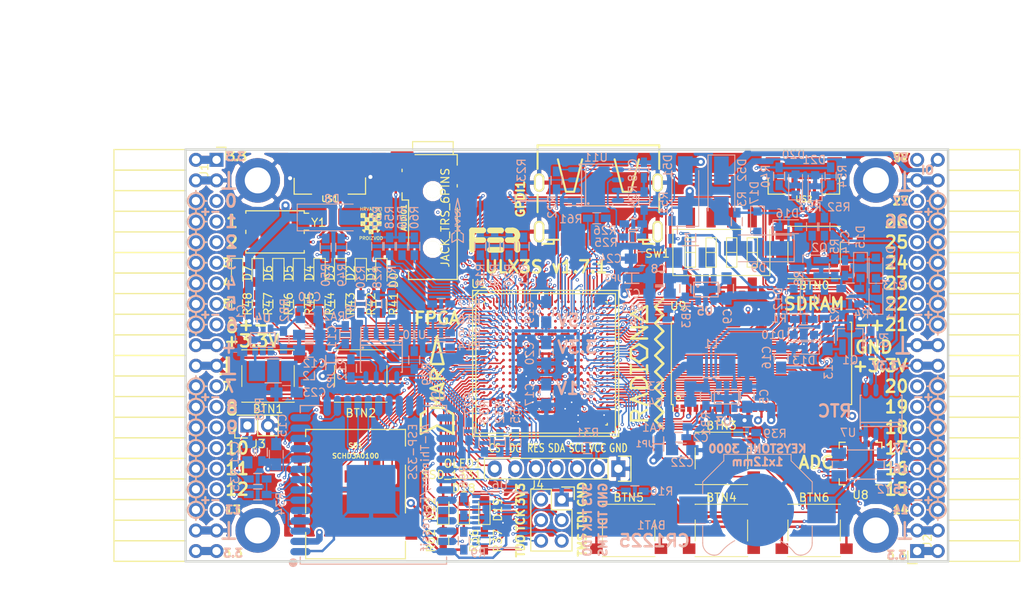
<source format=kicad_pcb>
(kicad_pcb (version 4) (host pcbnew 4.0.7+dfsg1-1)

  (general
    (links 722)
    (no_connects 0)
    (area 71.010001 43.48 197.572001 118.732339)
    (thickness 1.6)
    (drawings 361)
    (tracks 4277)
    (zones 0)
    (modules 167)
    (nets 250)
  )

  (page A4)
  (layers
    (0 F.Cu signal)
    (1 In1.Cu signal)
    (2 In2.Cu signal)
    (31 B.Cu signal)
    (32 B.Adhes user)
    (33 F.Adhes user)
    (34 B.Paste user)
    (35 F.Paste user)
    (36 B.SilkS user)
    (37 F.SilkS user)
    (38 B.Mask user)
    (39 F.Mask user)
    (40 Dwgs.User user)
    (41 Cmts.User user)
    (42 Eco1.User user)
    (43 Eco2.User user)
    (44 Edge.Cuts user)
    (45 Margin user)
    (46 B.CrtYd user)
    (47 F.CrtYd user)
    (48 B.Fab user)
    (49 F.Fab user)
  )

  (setup
    (last_trace_width 0.3)
    (trace_clearance 0.127)
    (zone_clearance 0.127)
    (zone_45_only no)
    (trace_min 0.127)
    (segment_width 0.2)
    (edge_width 0.2)
    (via_size 0.4)
    (via_drill 0.2)
    (via_min_size 0.4)
    (via_min_drill 0.2)
    (uvia_size 0.3)
    (uvia_drill 0.1)
    (uvias_allowed no)
    (uvia_min_size 0.2)
    (uvia_min_drill 0.1)
    (pcb_text_width 0.3)
    (pcb_text_size 1.5 1.5)
    (mod_edge_width 0.15)
    (mod_text_size 1 1)
    (mod_text_width 0.15)
    (pad_size 0.5 0.5)
    (pad_drill 0)
    (pad_to_mask_clearance 0.05)
    (aux_axis_origin 82.67 62.69)
    (grid_origin 86.48 79.2)
    (visible_elements 7FFFFFFF)
    (pcbplotparams
      (layerselection 0x310f0_80000007)
      (usegerberextensions true)
      (excludeedgelayer true)
      (linewidth 0.100000)
      (plotframeref false)
      (viasonmask false)
      (mode 1)
      (useauxorigin false)
      (hpglpennumber 1)
      (hpglpenspeed 20)
      (hpglpendiameter 15)
      (hpglpenoverlay 2)
      (psnegative false)
      (psa4output false)
      (plotreference true)
      (plotvalue true)
      (plotinvisibletext false)
      (padsonsilk false)
      (subtractmaskfromsilk false)
      (outputformat 1)
      (mirror false)
      (drillshape 0)
      (scaleselection 1)
      (outputdirectory plot))
  )

  (net 0 "")
  (net 1 GND)
  (net 2 +5V)
  (net 3 /gpio/IN5V)
  (net 4 /gpio/OUT5V)
  (net 5 +3V3)
  (net 6 BTN_D)
  (net 7 BTN_F1)
  (net 8 BTN_F2)
  (net 9 BTN_L)
  (net 10 BTN_R)
  (net 11 BTN_U)
  (net 12 /power/FB1)
  (net 13 +2V5)
  (net 14 /power/PWREN)
  (net 15 /power/FB3)
  (net 16 /power/FB2)
  (net 17 "Net-(D9-Pad1)")
  (net 18 /power/VBAT)
  (net 19 JTAG_TDI)
  (net 20 JTAG_TCK)
  (net 21 JTAG_TMS)
  (net 22 JTAG_TDO)
  (net 23 /power/WAKEUPn)
  (net 24 /power/WKUP)
  (net 25 /power/SHUT)
  (net 26 /power/WAKE)
  (net 27 /power/HOLD)
  (net 28 /power/WKn)
  (net 29 /power/OSCI_32k)
  (net 30 /power/OSCO_32k)
  (net 31 "Net-(Q2-Pad3)")
  (net 32 SHUTDOWN)
  (net 33 /analog/AUDIO_L)
  (net 34 /analog/AUDIO_R)
  (net 35 GPDI_5V_SCL)
  (net 36 GPDI_5V_SDA)
  (net 37 GPDI_SDA)
  (net 38 GPDI_SCL)
  (net 39 /gpdi/VREF2)
  (net 40 SD_CMD)
  (net 41 SD_CLK)
  (net 42 SD_D0)
  (net 43 SD_D1)
  (net 44 USB5V)
  (net 45 GPDI_CEC)
  (net 46 nRESET)
  (net 47 FTDI_nDTR)
  (net 48 SDRAM_CKE)
  (net 49 SDRAM_A7)
  (net 50 SDRAM_D15)
  (net 51 SDRAM_BA1)
  (net 52 SDRAM_D7)
  (net 53 SDRAM_A6)
  (net 54 SDRAM_CLK)
  (net 55 SDRAM_D13)
  (net 56 SDRAM_BA0)
  (net 57 SDRAM_D6)
  (net 58 SDRAM_A5)
  (net 59 SDRAM_D14)
  (net 60 SDRAM_A11)
  (net 61 SDRAM_D12)
  (net 62 SDRAM_D5)
  (net 63 SDRAM_A4)
  (net 64 SDRAM_A10)
  (net 65 SDRAM_D11)
  (net 66 SDRAM_A3)
  (net 67 SDRAM_D4)
  (net 68 SDRAM_D10)
  (net 69 SDRAM_D9)
  (net 70 SDRAM_A9)
  (net 71 SDRAM_D3)
  (net 72 SDRAM_D8)
  (net 73 SDRAM_A8)
  (net 74 SDRAM_A2)
  (net 75 SDRAM_A1)
  (net 76 SDRAM_A0)
  (net 77 SDRAM_D2)
  (net 78 SDRAM_D1)
  (net 79 SDRAM_D0)
  (net 80 SDRAM_DQM0)
  (net 81 SDRAM_nCS)
  (net 82 SDRAM_nRAS)
  (net 83 SDRAM_DQM1)
  (net 84 SDRAM_nCAS)
  (net 85 SDRAM_nWE)
  (net 86 /flash/FLASH_nWP)
  (net 87 /flash/FLASH_nHOLD)
  (net 88 /flash/FLASH_MOSI)
  (net 89 /flash/FLASH_MISO)
  (net 90 /flash/FLASH_SCK)
  (net 91 /flash/FLASH_nCS)
  (net 92 /flash/FPGA_PROGRAMN)
  (net 93 /flash/FPGA_DONE)
  (net 94 /flash/FPGA_INITN)
  (net 95 OLED_RES)
  (net 96 OLED_DC)
  (net 97 OLED_CS)
  (net 98 WIFI_EN)
  (net 99 FTDI_nRTS)
  (net 100 FTDI_TXD)
  (net 101 FTDI_RXD)
  (net 102 WIFI_RXD)
  (net 103 WIFI_GPIO0)
  (net 104 WIFI_TXD)
  (net 105 GPDI_ETH-)
  (net 106 GPDI_ETH+)
  (net 107 GPDI_D2+)
  (net 108 GPDI_D2-)
  (net 109 GPDI_D1+)
  (net 110 GPDI_D1-)
  (net 111 GPDI_D0+)
  (net 112 GPDI_D0-)
  (net 113 GPDI_CLK+)
  (net 114 GPDI_CLK-)
  (net 115 USB_FTDI_D+)
  (net 116 USB_FTDI_D-)
  (net 117 J1_17-)
  (net 118 J1_17+)
  (net 119 J1_23-)
  (net 120 J1_23+)
  (net 121 J1_25-)
  (net 122 J1_25+)
  (net 123 J1_27-)
  (net 124 J1_27+)
  (net 125 J1_29-)
  (net 126 J1_29+)
  (net 127 J1_31-)
  (net 128 J1_31+)
  (net 129 J1_33-)
  (net 130 J1_33+)
  (net 131 J1_35-)
  (net 132 J1_35+)
  (net 133 J2_5-)
  (net 134 J2_5+)
  (net 135 J2_7-)
  (net 136 J2_7+)
  (net 137 J2_9-)
  (net 138 J2_9+)
  (net 139 J2_13-)
  (net 140 J2_13+)
  (net 141 J2_17-)
  (net 142 J2_17+)
  (net 143 J2_11-)
  (net 144 J2_11+)
  (net 145 J2_23-)
  (net 146 J2_23+)
  (net 147 J1_5-)
  (net 148 J1_5+)
  (net 149 J1_7-)
  (net 150 J1_7+)
  (net 151 J1_9-)
  (net 152 J1_9+)
  (net 153 J1_11-)
  (net 154 J1_11+)
  (net 155 J1_13-)
  (net 156 J1_13+)
  (net 157 J1_15-)
  (net 158 J1_15+)
  (net 159 J2_15-)
  (net 160 J2_15+)
  (net 161 J2_25-)
  (net 162 J2_25+)
  (net 163 J2_27-)
  (net 164 J2_27+)
  (net 165 J2_29-)
  (net 166 J2_29+)
  (net 167 J2_31-)
  (net 168 J2_31+)
  (net 169 J2_33-)
  (net 170 J2_33+)
  (net 171 J2_35-)
  (net 172 J2_35+)
  (net 173 SD_D3)
  (net 174 AUDIO_L3)
  (net 175 AUDIO_L2)
  (net 176 AUDIO_L1)
  (net 177 AUDIO_L0)
  (net 178 AUDIO_R3)
  (net 179 AUDIO_R2)
  (net 180 AUDIO_R1)
  (net 181 AUDIO_R0)
  (net 182 OLED_CLK)
  (net 183 OLED_MOSI)
  (net 184 LED0)
  (net 185 LED1)
  (net 186 LED2)
  (net 187 LED3)
  (net 188 LED4)
  (net 189 LED5)
  (net 190 LED6)
  (net 191 LED7)
  (net 192 BTN_PWRn)
  (net 193 FTDI_nTXLED)
  (net 194 FTDI_nSLEEP)
  (net 195 /blinkey/LED_PWREN)
  (net 196 /blinkey/LED_TXLED)
  (net 197 FT3V3)
  (net 198 /sdcard/SD3V3)
  (net 199 SD_D2)
  (net 200 CLK_25MHz)
  (net 201 /blinkey/BTNPUL)
  (net 202 /blinkey/BTNPUR)
  (net 203 USB_FPGA_D+)
  (net 204 /power/FTDI_nSUSPEND)
  (net 205 /blinkey/ALED0)
  (net 206 /blinkey/ALED1)
  (net 207 /blinkey/ALED2)
  (net 208 /blinkey/ALED3)
  (net 209 /blinkey/ALED4)
  (net 210 /blinkey/ALED5)
  (net 211 /blinkey/ALED6)
  (net 212 /blinkey/ALED7)
  (net 213 /usb/FTD-)
  (net 214 /usb/FTD+)
  (net 215 ADC_MISO)
  (net 216 ADC_MOSI)
  (net 217 ADC_CSn)
  (net 218 ADC_SCLK)
  (net 219 "Net-(R51-Pad2)")
  (net 220 SW3)
  (net 221 SW2)
  (net 222 SW1)
  (net 223 SW0)
  (net 224 USB_FPGA_D-)
  (net 225 /usb/FPD+)
  (net 226 /usb/FPD-)
  (net 227 WIFI_GPIO16)
  (net 228 WIFI_GPIO15)
  (net 229 /usb/ANT_433MHz)
  (net 230 /power/PWRBTn)
  (net 231 PROG_DONE)
  (net 232 /power/P3V3)
  (net 233 /power/P2V5)
  (net 234 /power/L1)
  (net 235 /power/L3)
  (net 236 /power/L2)
  (net 237 FTDI_TXDEN)
  (net 238 /wifi/WIFIOFF)
  (net 239 SDRAM_A12)
  (net 240 /analog/AUDIO_V)
  (net 241 AUDIO_V3)
  (net 242 AUDIO_V2)
  (net 243 AUDIO_V1)
  (net 244 AUDIO_V0)
  (net 245 /gpdi/FPGA_CEC)
  (net 246 /blinkey/LED_WIFI)
  (net 247 WIFI_GPIO2)
  (net 248 /power/P1V1)
  (net 249 +1V1)

  (net_class Default "This is the default net class."
    (clearance 0.127)
    (trace_width 0.3)
    (via_dia 0.4)
    (via_drill 0.2)
    (uvia_dia 0.3)
    (uvia_drill 0.1)
    (add_net +1V1)
    (add_net +2V5)
    (add_net +3V3)
    (add_net +5V)
    (add_net /analog/AUDIO_L)
    (add_net /analog/AUDIO_R)
    (add_net /analog/AUDIO_V)
    (add_net /blinkey/ALED0)
    (add_net /blinkey/ALED1)
    (add_net /blinkey/ALED2)
    (add_net /blinkey/ALED3)
    (add_net /blinkey/ALED4)
    (add_net /blinkey/ALED5)
    (add_net /blinkey/ALED6)
    (add_net /blinkey/ALED7)
    (add_net /blinkey/BTNPUL)
    (add_net /blinkey/BTNPUR)
    (add_net /blinkey/LED_PWREN)
    (add_net /blinkey/LED_TXLED)
    (add_net /blinkey/LED_WIFI)
    (add_net /gpdi/VREF2)
    (add_net /gpio/IN5V)
    (add_net /gpio/OUT5V)
    (add_net /power/FB1)
    (add_net /power/FB2)
    (add_net /power/FB3)
    (add_net /power/FTDI_nSUSPEND)
    (add_net /power/HOLD)
    (add_net /power/L1)
    (add_net /power/L2)
    (add_net /power/L3)
    (add_net /power/OSCI_32k)
    (add_net /power/OSCO_32k)
    (add_net /power/P1V1)
    (add_net /power/P2V5)
    (add_net /power/P3V3)
    (add_net /power/PWRBTn)
    (add_net /power/PWREN)
    (add_net /power/SHUT)
    (add_net /power/VBAT)
    (add_net /power/WAKE)
    (add_net /power/WAKEUPn)
    (add_net /power/WKUP)
    (add_net /power/WKn)
    (add_net /sdcard/SD3V3)
    (add_net /usb/ANT_433MHz)
    (add_net /usb/FPD+)
    (add_net /usb/FPD-)
    (add_net /usb/FTD+)
    (add_net /usb/FTD-)
    (add_net /wifi/WIFIOFF)
    (add_net FT3V3)
    (add_net GND)
    (add_net "Net-(D9-Pad1)")
    (add_net "Net-(Q2-Pad3)")
    (add_net "Net-(R51-Pad2)")
    (add_net USB5V)
    (add_net WIFI_GPIO2)
  )

  (net_class BGA ""
    (clearance 0.127)
    (trace_width 0.19)
    (via_dia 0.4)
    (via_drill 0.2)
    (uvia_dia 0.3)
    (uvia_drill 0.1)
    (add_net /flash/FLASH_MISO)
    (add_net /flash/FLASH_MOSI)
    (add_net /flash/FLASH_SCK)
    (add_net /flash/FLASH_nCS)
    (add_net /flash/FLASH_nHOLD)
    (add_net /flash/FLASH_nWP)
    (add_net /flash/FPGA_DONE)
    (add_net /flash/FPGA_INITN)
    (add_net /flash/FPGA_PROGRAMN)
    (add_net /gpdi/FPGA_CEC)
    (add_net ADC_CSn)
    (add_net ADC_MISO)
    (add_net ADC_MOSI)
    (add_net ADC_SCLK)
    (add_net AUDIO_L0)
    (add_net AUDIO_L1)
    (add_net AUDIO_L2)
    (add_net AUDIO_L3)
    (add_net AUDIO_R0)
    (add_net AUDIO_R1)
    (add_net AUDIO_R2)
    (add_net AUDIO_R3)
    (add_net AUDIO_V0)
    (add_net AUDIO_V1)
    (add_net AUDIO_V2)
    (add_net AUDIO_V3)
    (add_net BTN_D)
    (add_net BTN_F1)
    (add_net BTN_F2)
    (add_net BTN_L)
    (add_net BTN_PWRn)
    (add_net BTN_R)
    (add_net BTN_U)
    (add_net CLK_25MHz)
    (add_net FTDI_RXD)
    (add_net FTDI_TXD)
    (add_net FTDI_TXDEN)
    (add_net FTDI_nDTR)
    (add_net FTDI_nRTS)
    (add_net FTDI_nSLEEP)
    (add_net FTDI_nTXLED)
    (add_net GPDI_5V_SCL)
    (add_net GPDI_5V_SDA)
    (add_net GPDI_CEC)
    (add_net GPDI_CLK+)
    (add_net GPDI_CLK-)
    (add_net GPDI_D0+)
    (add_net GPDI_D0-)
    (add_net GPDI_D1+)
    (add_net GPDI_D1-)
    (add_net GPDI_D2+)
    (add_net GPDI_D2-)
    (add_net GPDI_ETH+)
    (add_net GPDI_ETH-)
    (add_net GPDI_SCL)
    (add_net GPDI_SDA)
    (add_net J1_11+)
    (add_net J1_11-)
    (add_net J1_13+)
    (add_net J1_13-)
    (add_net J1_15+)
    (add_net J1_15-)
    (add_net J1_17+)
    (add_net J1_17-)
    (add_net J1_23+)
    (add_net J1_23-)
    (add_net J1_25+)
    (add_net J1_25-)
    (add_net J1_27+)
    (add_net J1_27-)
    (add_net J1_29+)
    (add_net J1_29-)
    (add_net J1_31+)
    (add_net J1_31-)
    (add_net J1_33+)
    (add_net J1_33-)
    (add_net J1_35+)
    (add_net J1_35-)
    (add_net J1_5+)
    (add_net J1_5-)
    (add_net J1_7+)
    (add_net J1_7-)
    (add_net J1_9+)
    (add_net J1_9-)
    (add_net J2_11+)
    (add_net J2_11-)
    (add_net J2_13+)
    (add_net J2_13-)
    (add_net J2_15+)
    (add_net J2_15-)
    (add_net J2_17+)
    (add_net J2_17-)
    (add_net J2_23+)
    (add_net J2_23-)
    (add_net J2_25+)
    (add_net J2_25-)
    (add_net J2_27+)
    (add_net J2_27-)
    (add_net J2_29+)
    (add_net J2_29-)
    (add_net J2_31+)
    (add_net J2_31-)
    (add_net J2_33+)
    (add_net J2_33-)
    (add_net J2_35+)
    (add_net J2_35-)
    (add_net J2_5+)
    (add_net J2_5-)
    (add_net J2_7+)
    (add_net J2_7-)
    (add_net J2_9+)
    (add_net J2_9-)
    (add_net JTAG_TCK)
    (add_net JTAG_TDI)
    (add_net JTAG_TDO)
    (add_net JTAG_TMS)
    (add_net LED0)
    (add_net LED1)
    (add_net LED2)
    (add_net LED3)
    (add_net LED4)
    (add_net LED5)
    (add_net LED6)
    (add_net LED7)
    (add_net OLED_CLK)
    (add_net OLED_CS)
    (add_net OLED_DC)
    (add_net OLED_MOSI)
    (add_net OLED_RES)
    (add_net PROG_DONE)
    (add_net SDRAM_A0)
    (add_net SDRAM_A1)
    (add_net SDRAM_A10)
    (add_net SDRAM_A11)
    (add_net SDRAM_A12)
    (add_net SDRAM_A2)
    (add_net SDRAM_A3)
    (add_net SDRAM_A4)
    (add_net SDRAM_A5)
    (add_net SDRAM_A6)
    (add_net SDRAM_A7)
    (add_net SDRAM_A8)
    (add_net SDRAM_A9)
    (add_net SDRAM_BA0)
    (add_net SDRAM_BA1)
    (add_net SDRAM_CKE)
    (add_net SDRAM_CLK)
    (add_net SDRAM_D0)
    (add_net SDRAM_D1)
    (add_net SDRAM_D10)
    (add_net SDRAM_D11)
    (add_net SDRAM_D12)
    (add_net SDRAM_D13)
    (add_net SDRAM_D14)
    (add_net SDRAM_D15)
    (add_net SDRAM_D2)
    (add_net SDRAM_D3)
    (add_net SDRAM_D4)
    (add_net SDRAM_D5)
    (add_net SDRAM_D6)
    (add_net SDRAM_D7)
    (add_net SDRAM_D8)
    (add_net SDRAM_D9)
    (add_net SDRAM_DQM0)
    (add_net SDRAM_DQM1)
    (add_net SDRAM_nCAS)
    (add_net SDRAM_nCS)
    (add_net SDRAM_nRAS)
    (add_net SDRAM_nWE)
    (add_net SD_CLK)
    (add_net SD_CMD)
    (add_net SD_D0)
    (add_net SD_D1)
    (add_net SD_D2)
    (add_net SD_D3)
    (add_net SHUTDOWN)
    (add_net SW0)
    (add_net SW1)
    (add_net SW2)
    (add_net SW3)
    (add_net USB_FPGA_D+)
    (add_net USB_FPGA_D-)
    (add_net USB_FTDI_D+)
    (add_net USB_FTDI_D-)
    (add_net WIFI_EN)
    (add_net WIFI_GPIO0)
    (add_net WIFI_GPIO15)
    (add_net WIFI_GPIO16)
    (add_net WIFI_RXD)
    (add_net WIFI_TXD)
    (add_net nRESET)
  )

  (net_class Minimal ""
    (clearance 0.127)
    (trace_width 0.127)
    (via_dia 0.4)
    (via_drill 0.2)
    (uvia_dia 0.3)
    (uvia_drill 0.1)
  )

  (module Socket_Strips:Socket_Strip_Angled_2x20 (layer F.Cu) (tedit 59CCC5BE) (tstamp 58E6BE3D)
    (at 97.91 62.69 270)
    (descr "Through hole socket strip")
    (tags "socket strip")
    (path /56AC389C/58E6B835)
    (fp_text reference J1 (at 1.27 1.524 270) (layer F.SilkS)
      (effects (font (size 1 1) (thickness 0.15)))
    )
    (fp_text value CONN_02X20 (at 0 -2.6 270) (layer F.Fab) hide
      (effects (font (size 1 1) (thickness 0.15)))
    )
    (fp_line (start -1.75 -1.35) (end -1.75 13.15) (layer F.CrtYd) (width 0.05))
    (fp_line (start 50.05 -1.35) (end 50.05 13.15) (layer F.CrtYd) (width 0.05))
    (fp_line (start -1.75 -1.35) (end 50.05 -1.35) (layer F.CrtYd) (width 0.05))
    (fp_line (start -1.75 13.15) (end 50.05 13.15) (layer F.CrtYd) (width 0.05))
    (fp_line (start 49.53 12.64) (end 49.53 3.81) (layer F.SilkS) (width 0.15))
    (fp_line (start 46.99 12.64) (end 49.53 12.64) (layer F.SilkS) (width 0.15))
    (fp_line (start 46.99 3.81) (end 49.53 3.81) (layer F.SilkS) (width 0.15))
    (fp_line (start 49.53 3.81) (end 49.53 12.64) (layer F.SilkS) (width 0.15))
    (fp_line (start 46.99 3.81) (end 46.99 12.64) (layer F.SilkS) (width 0.15))
    (fp_line (start 44.45 3.81) (end 46.99 3.81) (layer F.SilkS) (width 0.15))
    (fp_line (start 44.45 12.64) (end 46.99 12.64) (layer F.SilkS) (width 0.15))
    (fp_line (start 46.99 12.64) (end 46.99 3.81) (layer F.SilkS) (width 0.15))
    (fp_line (start 29.21 12.64) (end 29.21 3.81) (layer F.SilkS) (width 0.15))
    (fp_line (start 26.67 12.64) (end 29.21 12.64) (layer F.SilkS) (width 0.15))
    (fp_line (start 26.67 3.81) (end 29.21 3.81) (layer F.SilkS) (width 0.15))
    (fp_line (start 29.21 3.81) (end 29.21 12.64) (layer F.SilkS) (width 0.15))
    (fp_line (start 31.75 3.81) (end 31.75 12.64) (layer F.SilkS) (width 0.15))
    (fp_line (start 29.21 3.81) (end 31.75 3.81) (layer F.SilkS) (width 0.15))
    (fp_line (start 29.21 12.64) (end 31.75 12.64) (layer F.SilkS) (width 0.15))
    (fp_line (start 31.75 12.64) (end 31.75 3.81) (layer F.SilkS) (width 0.15))
    (fp_line (start 44.45 12.64) (end 44.45 3.81) (layer F.SilkS) (width 0.15))
    (fp_line (start 41.91 12.64) (end 44.45 12.64) (layer F.SilkS) (width 0.15))
    (fp_line (start 41.91 3.81) (end 44.45 3.81) (layer F.SilkS) (width 0.15))
    (fp_line (start 44.45 3.81) (end 44.45 12.64) (layer F.SilkS) (width 0.15))
    (fp_line (start 41.91 3.81) (end 41.91 12.64) (layer F.SilkS) (width 0.15))
    (fp_line (start 39.37 3.81) (end 41.91 3.81) (layer F.SilkS) (width 0.15))
    (fp_line (start 39.37 12.64) (end 41.91 12.64) (layer F.SilkS) (width 0.15))
    (fp_line (start 41.91 12.64) (end 41.91 3.81) (layer F.SilkS) (width 0.15))
    (fp_line (start 39.37 12.64) (end 39.37 3.81) (layer F.SilkS) (width 0.15))
    (fp_line (start 36.83 12.64) (end 39.37 12.64) (layer F.SilkS) (width 0.15))
    (fp_line (start 36.83 3.81) (end 39.37 3.81) (layer F.SilkS) (width 0.15))
    (fp_line (start 39.37 3.81) (end 39.37 12.64) (layer F.SilkS) (width 0.15))
    (fp_line (start 36.83 3.81) (end 36.83 12.64) (layer F.SilkS) (width 0.15))
    (fp_line (start 34.29 3.81) (end 36.83 3.81) (layer F.SilkS) (width 0.15))
    (fp_line (start 34.29 12.64) (end 36.83 12.64) (layer F.SilkS) (width 0.15))
    (fp_line (start 36.83 12.64) (end 36.83 3.81) (layer F.SilkS) (width 0.15))
    (fp_line (start 34.29 12.64) (end 34.29 3.81) (layer F.SilkS) (width 0.15))
    (fp_line (start 31.75 12.64) (end 34.29 12.64) (layer F.SilkS) (width 0.15))
    (fp_line (start 31.75 3.81) (end 34.29 3.81) (layer F.SilkS) (width 0.15))
    (fp_line (start 34.29 3.81) (end 34.29 12.64) (layer F.SilkS) (width 0.15))
    (fp_line (start 16.51 3.81) (end 16.51 12.64) (layer F.SilkS) (width 0.15))
    (fp_line (start 13.97 3.81) (end 16.51 3.81) (layer F.SilkS) (width 0.15))
    (fp_line (start 13.97 12.64) (end 16.51 12.64) (layer F.SilkS) (width 0.15))
    (fp_line (start 16.51 12.64) (end 16.51 3.81) (layer F.SilkS) (width 0.15))
    (fp_line (start 19.05 12.64) (end 19.05 3.81) (layer F.SilkS) (width 0.15))
    (fp_line (start 16.51 12.64) (end 19.05 12.64) (layer F.SilkS) (width 0.15))
    (fp_line (start 16.51 3.81) (end 19.05 3.81) (layer F.SilkS) (width 0.15))
    (fp_line (start 19.05 3.81) (end 19.05 12.64) (layer F.SilkS) (width 0.15))
    (fp_line (start 21.59 3.81) (end 21.59 12.64) (layer F.SilkS) (width 0.15))
    (fp_line (start 19.05 3.81) (end 21.59 3.81) (layer F.SilkS) (width 0.15))
    (fp_line (start 19.05 12.64) (end 21.59 12.64) (layer F.SilkS) (width 0.15))
    (fp_line (start 21.59 12.64) (end 21.59 3.81) (layer F.SilkS) (width 0.15))
    (fp_line (start 24.13 12.64) (end 24.13 3.81) (layer F.SilkS) (width 0.15))
    (fp_line (start 21.59 12.64) (end 24.13 12.64) (layer F.SilkS) (width 0.15))
    (fp_line (start 21.59 3.81) (end 24.13 3.81) (layer F.SilkS) (width 0.15))
    (fp_line (start 24.13 3.81) (end 24.13 12.64) (layer F.SilkS) (width 0.15))
    (fp_line (start 26.67 3.81) (end 26.67 12.64) (layer F.SilkS) (width 0.15))
    (fp_line (start 24.13 3.81) (end 26.67 3.81) (layer F.SilkS) (width 0.15))
    (fp_line (start 24.13 12.64) (end 26.67 12.64) (layer F.SilkS) (width 0.15))
    (fp_line (start 26.67 12.64) (end 26.67 3.81) (layer F.SilkS) (width 0.15))
    (fp_line (start 13.97 12.64) (end 13.97 3.81) (layer F.SilkS) (width 0.15))
    (fp_line (start 11.43 12.64) (end 13.97 12.64) (layer F.SilkS) (width 0.15))
    (fp_line (start 11.43 3.81) (end 13.97 3.81) (layer F.SilkS) (width 0.15))
    (fp_line (start 13.97 3.81) (end 13.97 12.64) (layer F.SilkS) (width 0.15))
    (fp_line (start 11.43 3.81) (end 11.43 12.64) (layer F.SilkS) (width 0.15))
    (fp_line (start 8.89 3.81) (end 11.43 3.81) (layer F.SilkS) (width 0.15))
    (fp_line (start 8.89 12.64) (end 11.43 12.64) (layer F.SilkS) (width 0.15))
    (fp_line (start 11.43 12.64) (end 11.43 3.81) (layer F.SilkS) (width 0.15))
    (fp_line (start 8.89 12.64) (end 8.89 3.81) (layer F.SilkS) (width 0.15))
    (fp_line (start 6.35 12.64) (end 8.89 12.64) (layer F.SilkS) (width 0.15))
    (fp_line (start 6.35 3.81) (end 8.89 3.81) (layer F.SilkS) (width 0.15))
    (fp_line (start 8.89 3.81) (end 8.89 12.64) (layer F.SilkS) (width 0.15))
    (fp_line (start 6.35 3.81) (end 6.35 12.64) (layer F.SilkS) (width 0.15))
    (fp_line (start 3.81 3.81) (end 6.35 3.81) (layer F.SilkS) (width 0.15))
    (fp_line (start 3.81 12.64) (end 6.35 12.64) (layer F.SilkS) (width 0.15))
    (fp_line (start 6.35 12.64) (end 6.35 3.81) (layer F.SilkS) (width 0.15))
    (fp_line (start 3.81 12.64) (end 3.81 3.81) (layer F.SilkS) (width 0.15))
    (fp_line (start 1.27 12.64) (end 3.81 12.64) (layer F.SilkS) (width 0.15))
    (fp_line (start 1.27 3.81) (end 3.81 3.81) (layer F.SilkS) (width 0.15))
    (fp_line (start 3.81 3.81) (end 3.81 12.64) (layer F.SilkS) (width 0.15))
    (fp_line (start 1.27 3.81) (end 1.27 12.64) (layer F.SilkS) (width 0.15))
    (fp_line (start -1.27 3.81) (end 1.27 3.81) (layer F.SilkS) (width 0.15))
    (fp_line (start 0 -1.15) (end -1.55 -1.15) (layer F.SilkS) (width 0.15))
    (fp_line (start -1.55 -1.15) (end -1.55 0) (layer F.SilkS) (width 0.15))
    (fp_line (start -1.27 3.81) (end -1.27 12.64) (layer F.SilkS) (width 0.15))
    (fp_line (start -1.27 12.64) (end 1.27 12.64) (layer F.SilkS) (width 0.15))
    (fp_line (start 1.27 12.64) (end 1.27 3.81) (layer F.SilkS) (width 0.15))
    (pad 1 thru_hole rect (at 0 0 270) (size 1.7272 1.7272) (drill 1.016) (layers *.Cu *.Mask)
      (net 5 +3V3))
    (pad 2 thru_hole oval (at 0 2.54 270) (size 1.7272 1.7272) (drill 1.016) (layers *.Cu *.Mask)
      (net 5 +3V3))
    (pad 3 thru_hole oval (at 2.54 0 270) (size 1.7272 1.7272) (drill 1.016) (layers *.Cu *.Mask)
      (net 1 GND))
    (pad 4 thru_hole oval (at 2.54 2.54 270) (size 1.7272 1.7272) (drill 1.016) (layers *.Cu *.Mask)
      (net 1 GND))
    (pad 5 thru_hole oval (at 5.08 0 270) (size 1.7272 1.7272) (drill 1.016) (layers *.Cu *.Mask)
      (net 147 J1_5-))
    (pad 6 thru_hole oval (at 5.08 2.54 270) (size 1.7272 1.7272) (drill 1.016) (layers *.Cu *.Mask)
      (net 148 J1_5+))
    (pad 7 thru_hole oval (at 7.62 0 270) (size 1.7272 1.7272) (drill 1.016) (layers *.Cu *.Mask)
      (net 149 J1_7-))
    (pad 8 thru_hole oval (at 7.62 2.54 270) (size 1.7272 1.7272) (drill 1.016) (layers *.Cu *.Mask)
      (net 150 J1_7+))
    (pad 9 thru_hole oval (at 10.16 0 270) (size 1.7272 1.7272) (drill 1.016) (layers *.Cu *.Mask)
      (net 151 J1_9-))
    (pad 10 thru_hole oval (at 10.16 2.54 270) (size 1.7272 1.7272) (drill 1.016) (layers *.Cu *.Mask)
      (net 152 J1_9+))
    (pad 11 thru_hole oval (at 12.7 0 270) (size 1.7272 1.7272) (drill 1.016) (layers *.Cu *.Mask)
      (net 153 J1_11-))
    (pad 12 thru_hole oval (at 12.7 2.54 270) (size 1.7272 1.7272) (drill 1.016) (layers *.Cu *.Mask)
      (net 154 J1_11+))
    (pad 13 thru_hole oval (at 15.24 0 270) (size 1.7272 1.7272) (drill 1.016) (layers *.Cu *.Mask)
      (net 155 J1_13-))
    (pad 14 thru_hole oval (at 15.24 2.54 270) (size 1.7272 1.7272) (drill 1.016) (layers *.Cu *.Mask)
      (net 156 J1_13+))
    (pad 15 thru_hole oval (at 17.78 0 270) (size 1.7272 1.7272) (drill 1.016) (layers *.Cu *.Mask)
      (net 157 J1_15-))
    (pad 16 thru_hole oval (at 17.78 2.54 270) (size 1.7272 1.7272) (drill 1.016) (layers *.Cu *.Mask)
      (net 158 J1_15+))
    (pad 17 thru_hole oval (at 20.32 0 270) (size 1.7272 1.7272) (drill 1.016) (layers *.Cu *.Mask)
      (net 117 J1_17-))
    (pad 18 thru_hole oval (at 20.32 2.54 270) (size 1.7272 1.7272) (drill 1.016) (layers *.Cu *.Mask)
      (net 118 J1_17+))
    (pad 19 thru_hole oval (at 22.86 0 270) (size 1.7272 1.7272) (drill 1.016) (layers *.Cu *.Mask)
      (net 5 +3V3))
    (pad 20 thru_hole oval (at 22.86 2.54 270) (size 1.7272 1.7272) (drill 1.016) (layers *.Cu *.Mask)
      (net 5 +3V3))
    (pad 21 thru_hole oval (at 25.4 0 270) (size 1.7272 1.7272) (drill 1.016) (layers *.Cu *.Mask)
      (net 1 GND))
    (pad 22 thru_hole oval (at 25.4 2.54 270) (size 1.7272 1.7272) (drill 1.016) (layers *.Cu *.Mask)
      (net 1 GND))
    (pad 23 thru_hole oval (at 27.94 0 270) (size 1.7272 1.7272) (drill 1.016) (layers *.Cu *.Mask)
      (net 119 J1_23-))
    (pad 24 thru_hole oval (at 27.94 2.54 270) (size 1.7272 1.7272) (drill 1.016) (layers *.Cu *.Mask)
      (net 120 J1_23+))
    (pad 25 thru_hole oval (at 30.48 0 270) (size 1.7272 1.7272) (drill 1.016) (layers *.Cu *.Mask)
      (net 121 J1_25-))
    (pad 26 thru_hole oval (at 30.48 2.54 270) (size 1.7272 1.7272) (drill 1.016) (layers *.Cu *.Mask)
      (net 122 J1_25+))
    (pad 27 thru_hole oval (at 33.02 0 270) (size 1.7272 1.7272) (drill 1.016) (layers *.Cu *.Mask)
      (net 123 J1_27-))
    (pad 28 thru_hole oval (at 33.02 2.54 270) (size 1.7272 1.7272) (drill 1.016) (layers *.Cu *.Mask)
      (net 124 J1_27+))
    (pad 29 thru_hole oval (at 35.56 0 270) (size 1.7272 1.7272) (drill 1.016) (layers *.Cu *.Mask)
      (net 125 J1_29-))
    (pad 30 thru_hole oval (at 35.56 2.54 270) (size 1.7272 1.7272) (drill 1.016) (layers *.Cu *.Mask)
      (net 126 J1_29+))
    (pad 31 thru_hole oval (at 38.1 0 270) (size 1.7272 1.7272) (drill 1.016) (layers *.Cu *.Mask)
      (net 127 J1_31-))
    (pad 32 thru_hole oval (at 38.1 2.54 270) (size 1.7272 1.7272) (drill 1.016) (layers *.Cu *.Mask)
      (net 128 J1_31+))
    (pad 33 thru_hole oval (at 40.64 0 270) (size 1.7272 1.7272) (drill 1.016) (layers *.Cu *.Mask)
      (net 129 J1_33-))
    (pad 34 thru_hole oval (at 40.64 2.54 270) (size 1.7272 1.7272) (drill 1.016) (layers *.Cu *.Mask)
      (net 130 J1_33+))
    (pad 35 thru_hole oval (at 43.18 0 270) (size 1.7272 1.7272) (drill 1.016) (layers *.Cu *.Mask)
      (net 131 J1_35-))
    (pad 36 thru_hole oval (at 43.18 2.54 270) (size 1.7272 1.7272) (drill 1.016) (layers *.Cu *.Mask)
      (net 132 J1_35+))
    (pad 37 thru_hole oval (at 45.72 0 270) (size 1.7272 1.7272) (drill 1.016) (layers *.Cu *.Mask)
      (net 1 GND))
    (pad 38 thru_hole oval (at 45.72 2.54 270) (size 1.7272 1.7272) (drill 1.016) (layers *.Cu *.Mask)
      (net 1 GND))
    (pad 39 thru_hole oval (at 48.26 0 270) (size 1.7272 1.7272) (drill 1.016) (layers *.Cu *.Mask)
      (net 5 +3V3))
    (pad 40 thru_hole oval (at 48.26 2.54 270) (size 1.7272 1.7272) (drill 1.016) (layers *.Cu *.Mask)
      (net 5 +3V3))
    (model Socket_Strips.3dshapes/Socket_Strip_Angled_2x20.wrl
      (at (xyz 0.95 -0.05 0))
      (scale (xyz 1 1 1))
      (rotate (xyz 0 0 180))
    )
  )

  (module SMD_Packages:1Pin (layer F.Cu) (tedit 59F891E7) (tstamp 59C3DCCD)
    (at 182.67515 111.637626)
    (descr "module 1 pin (ou trou mecanique de percage)")
    (tags DEV)
    (path /58D6BF46/59C3AE47)
    (fp_text reference AE1 (at -3.236 3.798) (layer F.SilkS) hide
      (effects (font (size 1 1) (thickness 0.15)))
    )
    (fp_text value 433MHz (at 2.606 3.798) (layer F.Fab) hide
      (effects (font (size 1 1) (thickness 0.15)))
    )
    (pad 1 smd rect (at 0 0) (size 0.5 0.5) (layers B.Cu F.Paste F.Mask)
      (net 229 /usb/ANT_433MHz))
  )

  (module Resistors_SMD:R_0603_HandSoldering (layer B.Cu) (tedit 58307AEF) (tstamp 590C5C33)
    (at 103.498 98.758 90)
    (descr "Resistor SMD 0603, hand soldering")
    (tags "resistor 0603")
    (path /58DA7327/590C5D62)
    (attr smd)
    (fp_text reference R38 (at 5.334 -0.254 90) (layer B.SilkS)
      (effects (font (size 1 1) (thickness 0.15)) (justify mirror))
    )
    (fp_text value 0.47 (at 3.386 0 90) (layer B.Fab)
      (effects (font (size 1 1) (thickness 0.15)) (justify mirror))
    )
    (fp_line (start -0.8 -0.4) (end -0.8 0.4) (layer B.Fab) (width 0.1))
    (fp_line (start 0.8 -0.4) (end -0.8 -0.4) (layer B.Fab) (width 0.1))
    (fp_line (start 0.8 0.4) (end 0.8 -0.4) (layer B.Fab) (width 0.1))
    (fp_line (start -0.8 0.4) (end 0.8 0.4) (layer B.Fab) (width 0.1))
    (fp_line (start -2 0.8) (end 2 0.8) (layer B.CrtYd) (width 0.05))
    (fp_line (start -2 -0.8) (end 2 -0.8) (layer B.CrtYd) (width 0.05))
    (fp_line (start -2 0.8) (end -2 -0.8) (layer B.CrtYd) (width 0.05))
    (fp_line (start 2 0.8) (end 2 -0.8) (layer B.CrtYd) (width 0.05))
    (fp_line (start 0.5 -0.675) (end -0.5 -0.675) (layer B.SilkS) (width 0.15))
    (fp_line (start -0.5 0.675) (end 0.5 0.675) (layer B.SilkS) (width 0.15))
    (pad 1 smd rect (at -1.1 0 90) (size 1.2 0.9) (layers B.Cu B.Paste B.Mask)
      (net 198 /sdcard/SD3V3))
    (pad 2 smd rect (at 1.1 0 90) (size 1.2 0.9) (layers B.Cu B.Paste B.Mask)
      (net 5 +3V3))
    (model Resistors_SMD.3dshapes/R_0603_HandSoldering.wrl
      (at (xyz 0 0 0))
      (scale (xyz 1 1 1))
      (rotate (xyz 0 0 0))
    )
    (model Resistors_SMD.3dshapes/R_0603.wrl
      (at (xyz 0 0 0))
      (scale (xyz 1 1 1))
      (rotate (xyz 0 0 0))
    )
  )

  (module jumper:SOLDER-JUMPER_1-WAY (layer B.Cu) (tedit 59DFC21C) (tstamp 59DFBD53)
    (at 152.393 97.742 270)
    (path /58D51CAD/59DFB08A)
    (fp_text reference JP1 (at 0 1.778 360) (layer B.SilkS)
      (effects (font (size 0.762 0.762) (thickness 0.1524)) (justify mirror))
    )
    (fp_text value 1.2 (at 0 -1.524 270) (layer B.SilkS) hide
      (effects (font (size 0.762 0.762) (thickness 0.1524)) (justify mirror))
    )
    (fp_line (start 0 0.635) (end 0 -0.635) (layer B.SilkS) (width 0.15))
    (fp_line (start -0.889 -0.635) (end 0.889 -0.635) (layer B.SilkS) (width 0.15))
    (fp_line (start -0.889 0.635) (end 0.889 0.635) (layer B.SilkS) (width 0.15))
    (pad 1 smd rect (at -0.6 0 270) (size 1 1) (layers B.Cu B.Paste B.Mask)
      (net 248 /power/P1V1))
    (pad 2 smd rect (at 0.6 0 270) (size 1 1) (layers B.Cu B.Paste B.Mask)
      (net 249 +1V1))
  )

  (module ESP32-footprints-Lib:ESP-32S (layer B.Cu) (tedit 59DF4284) (tstamp 58E56AFE)
    (at 117.313 101.513)
    (path /58D6D447/58E5662B)
    (attr smd)
    (fp_text reference U2 (at 7.902 -9.613 180) (layer B.SilkS)
      (effects (font (size 1 1) (thickness 0.15)) (justify mirror))
    )
    (fp_text value ESP-32S (at 0.155 9.691) (layer B.Fab)
      (effects (font (size 1 1) (thickness 0.15)) (justify mirror))
    )
    (fp_line (start -9.0805 11.049) (end -9.0805 10.16) (layer B.SilkS) (width 0.15))
    (fp_line (start 8.9535 11.049) (end -9.0805 11.049) (layer B.SilkS) (width 0.15))
    (fp_line (start 8.9535 10.16) (end 8.9535 11.049) (layer B.SilkS) (width 0.15))
    (fp_line (start 8.9535 -8.509) (end 8.9535 -7.62) (layer B.SilkS) (width 0.15))
    (fp_line (start 6.35 -8.509) (end 8.9535 -8.509) (layer B.SilkS) (width 0.15))
    (fp_line (start -9.0805 -8.509) (end -6.35 -8.509) (layer B.SilkS) (width 0.15))
    (fp_line (start -9.0805 -7.62) (end -9.0805 -8.509) (layer B.SilkS) (width 0.15))
    (fp_text user AI-Thinker/Espressif (at 6.3 1.6 270) (layer B.SilkS)
      (effects (font (size 1 1) (thickness 0.15)) (justify mirror))
    )
    (fp_circle (center -9.958566 10.871338) (end -10.085566 11.125338) (layer B.SilkS) (width 0.5))
    (fp_text user ESP-32S (at 4.8 -2.8 270) (layer B.SilkS)
      (effects (font (size 1 1) (thickness 0.15)) (justify mirror))
    )
    (fp_line (start 8.947434 11.017338) (end -9.052566 11.017338) (layer B.Fab) (width 0.15))
    (fp_line (start -9.052566 17.017338) (end -9.052566 -8.482662) (layer B.Fab) (width 0.15))
    (fp_line (start 8.947434 17.017338) (end 8.947434 -8.482662) (layer B.Fab) (width 0.15))
    (fp_line (start 8.947434 -8.482662) (end -9.052566 -8.482662) (layer B.Fab) (width 0.15))
    (fp_line (start 8.947434 17.017338) (end -9.052566 17.017338) (layer B.Fab) (width 0.15))
    (pad 38 smd oval (at 8.947434 9.517338 180) (size 2.5 0.9) (layers B.Cu B.Paste B.Mask)
      (net 1 GND))
    (pad 37 smd oval (at 8.947434 8.247338 180) (size 2.5 0.9) (layers B.Cu B.Paste B.Mask)
      (net 19 JTAG_TDI))
    (pad 36 smd oval (at 8.947434 6.977338 180) (size 2.5 0.9) (layers B.Cu B.Paste B.Mask)
      (net 231 PROG_DONE))
    (pad 35 smd oval (at 8.947434 5.707338 180) (size 2.5 0.9) (layers B.Cu B.Paste B.Mask)
      (net 104 WIFI_TXD))
    (pad 34 smd oval (at 8.947434 4.437338 180) (size 2.5 0.9) (layers B.Cu B.Paste B.Mask)
      (net 102 WIFI_RXD))
    (pad 33 smd oval (at 8.947434 3.167338 180) (size 2.5 0.9) (layers B.Cu B.Paste B.Mask)
      (net 21 JTAG_TMS))
    (pad 32 smd oval (at 8.947434 1.897338 180) (size 2.5 0.9) (layers B.Cu B.Paste B.Mask))
    (pad 31 smd oval (at 8.947434 0.627338 180) (size 2.5 0.9) (layers B.Cu B.Paste B.Mask)
      (net 22 JTAG_TDO))
    (pad 30 smd oval (at 8.947434 -0.642662 180) (size 2.5 0.9) (layers B.Cu B.Paste B.Mask)
      (net 20 JTAG_TCK))
    (pad 29 smd oval (at 8.947434 -1.912662 180) (size 2.5 0.9) (layers B.Cu B.Paste B.Mask))
    (pad 28 smd oval (at 8.947434 -3.182662 180) (size 2.5 0.9) (layers B.Cu B.Paste B.Mask))
    (pad 27 smd oval (at 8.947434 -4.452662 180) (size 2.5 0.9) (layers B.Cu B.Paste B.Mask)
      (net 227 WIFI_GPIO16))
    (pad 26 smd oval (at 8.947434 -5.722662 180) (size 2.5 0.9) (layers B.Cu B.Paste B.Mask))
    (pad 25 smd oval (at 8.947434 -6.992662 180) (size 2.5 0.9) (layers B.Cu B.Paste B.Mask)
      (net 103 WIFI_GPIO0))
    (pad 24 smd oval (at 5.662434 -8.482662 180) (size 0.9 2.5) (layers B.Cu B.Paste B.Mask)
      (net 247 WIFI_GPIO2))
    (pad 23 smd oval (at 4.392434 -8.482662 180) (size 0.9 2.5) (layers B.Cu B.Paste B.Mask)
      (net 228 WIFI_GPIO15))
    (pad 22 smd oval (at 3.122434 -8.482662 180) (size 0.9 2.5) (layers B.Cu B.Paste B.Mask)
      (net 43 SD_D1))
    (pad 21 smd oval (at 1.852434 -8.482662 180) (size 0.9 2.5) (layers B.Cu B.Paste B.Mask)
      (net 42 SD_D0))
    (pad 20 smd oval (at 0.582434 -8.482662 180) (size 0.9 2.5) (layers B.Cu B.Paste B.Mask)
      (net 41 SD_CLK))
    (pad 19 smd oval (at -0.687566 -8.482662 180) (size 0.9 2.5) (layers B.Cu B.Paste B.Mask)
      (net 40 SD_CMD))
    (pad 18 smd oval (at -1.957566 -8.482662 180) (size 0.9 2.5) (layers B.Cu B.Paste B.Mask)
      (net 173 SD_D3))
    (pad 17 smd oval (at -3.227566 -8.482662 180) (size 0.9 2.5) (layers B.Cu B.Paste B.Mask)
      (net 199 SD_D2))
    (pad 16 smd oval (at -4.497566 -8.482662 180) (size 0.9 2.5) (layers B.Cu B.Paste B.Mask)
      (net 123 J1_27-))
    (pad 15 smd oval (at -5.767566 -8.482662 180) (size 0.9 2.5) (layers B.Cu B.Paste B.Mask)
      (net 1 GND))
    (pad 14 smd oval (at -9.052566 -6.992662 180) (size 2.5 0.9) (layers B.Cu B.Paste B.Mask)
      (net 124 J1_27+))
    (pad 13 smd oval (at -9.052566 -5.722662 180) (size 2.5 0.9) (layers B.Cu B.Paste B.Mask)
      (net 125 J1_29-))
    (pad 12 smd oval (at -9.052566 -4.452662 180) (size 2.5 0.9) (layers B.Cu B.Paste B.Mask)
      (net 126 J1_29+))
    (pad 11 smd oval (at -9.052566 -3.182662 180) (size 2.5 0.9) (layers B.Cu B.Paste B.Mask)
      (net 127 J1_31-))
    (pad 10 smd oval (at -9.052566 -1.912662 180) (size 2.5 0.9) (layers B.Cu B.Paste B.Mask)
      (net 128 J1_31+))
    (pad 9 smd oval (at -9.052566 -0.642662 180) (size 2.5 0.9) (layers B.Cu B.Paste B.Mask)
      (net 129 J1_33-))
    (pad 8 smd oval (at -9.052566 0.627338 180) (size 2.5 0.9) (layers B.Cu B.Paste B.Mask)
      (net 130 J1_33+))
    (pad 7 smd oval (at -9.052566 1.897338 180) (size 2.5 0.9) (layers B.Cu B.Paste B.Mask)
      (net 131 J1_35-))
    (pad 6 smd oval (at -9.052566 3.167338 180) (size 2.5 0.9) (layers B.Cu B.Paste B.Mask)
      (net 132 J1_35+))
    (pad 5 smd oval (at -9.052566 4.437338 180) (size 2.5 0.9) (layers B.Cu B.Paste B.Mask))
    (pad 4 smd oval (at -9.052566 5.707338 180) (size 2.5 0.9) (layers B.Cu B.Paste B.Mask))
    (pad 3 smd oval (at -9.052566 6.977338 180) (size 2.5 0.9) (layers B.Cu B.Paste B.Mask)
      (net 98 WIFI_EN))
    (pad 2 smd oval (at -9.052566 8.247338 180) (size 2.5 0.9) (layers B.Cu B.Paste B.Mask)
      (net 5 +3V3))
    (pad 1 smd oval (at -9.052566 9.517338 180) (size 2.5 0.9) (layers B.Cu B.Paste B.Mask)
      (net 1 GND))
    (pad 39 smd rect (at -0.352566 1.817338 180) (size 6 6) (layers B.Cu B.Paste B.Mask)
      (net 1 GND))
    (model ./footprints/esp32/ESP32.3dshapes/KiCAD-ESP-WROOM-32.wrl
      (at (xyz 0 0.17 0))
      (scale (xyz 1 1 1))
      (rotate (xyz 0 0 180))
    )
  )

  (module Diodes_SMD:D_SMA_Handsoldering (layer B.Cu) (tedit 59D564F6) (tstamp 59D3C50D)
    (at 155.695 66.5 90)
    (descr "Diode SMA (DO-214AC) Handsoldering")
    (tags "Diode SMA (DO-214AC) Handsoldering")
    (path /56AC389C/56AC483B)
    (attr smd)
    (fp_text reference D51 (at 3.048 -2.159 90) (layer B.SilkS)
      (effects (font (size 1 1) (thickness 0.15)) (justify mirror))
    )
    (fp_text value STPS2L30AF (at 0 -2.6 90) (layer B.Fab) hide
      (effects (font (size 1 1) (thickness 0.15)) (justify mirror))
    )
    (fp_text user %R (at 3.048 -2.159 90) (layer B.Fab) hide
      (effects (font (size 1 1) (thickness 0.15)) (justify mirror))
    )
    (fp_line (start -4.4 1.65) (end -4.4 -1.65) (layer B.SilkS) (width 0.12))
    (fp_line (start 2.3 -1.5) (end -2.3 -1.5) (layer B.Fab) (width 0.1))
    (fp_line (start -2.3 -1.5) (end -2.3 1.5) (layer B.Fab) (width 0.1))
    (fp_line (start 2.3 1.5) (end 2.3 -1.5) (layer B.Fab) (width 0.1))
    (fp_line (start 2.3 1.5) (end -2.3 1.5) (layer B.Fab) (width 0.1))
    (fp_line (start -4.5 1.75) (end 4.5 1.75) (layer B.CrtYd) (width 0.05))
    (fp_line (start 4.5 1.75) (end 4.5 -1.75) (layer B.CrtYd) (width 0.05))
    (fp_line (start 4.5 -1.75) (end -4.5 -1.75) (layer B.CrtYd) (width 0.05))
    (fp_line (start -4.5 -1.75) (end -4.5 1.75) (layer B.CrtYd) (width 0.05))
    (fp_line (start -0.64944 -0.00102) (end -1.55114 -0.00102) (layer B.Fab) (width 0.1))
    (fp_line (start 0.50118 -0.00102) (end 1.4994 -0.00102) (layer B.Fab) (width 0.1))
    (fp_line (start -0.64944 0.79908) (end -0.64944 -0.80112) (layer B.Fab) (width 0.1))
    (fp_line (start 0.50118 -0.75032) (end 0.50118 0.79908) (layer B.Fab) (width 0.1))
    (fp_line (start -0.64944 -0.00102) (end 0.50118 -0.75032) (layer B.Fab) (width 0.1))
    (fp_line (start -0.64944 -0.00102) (end 0.50118 0.79908) (layer B.Fab) (width 0.1))
    (fp_line (start -4.4 -1.65) (end 2.5 -1.65) (layer B.SilkS) (width 0.12))
    (fp_line (start -4.4 1.65) (end 2.5 1.65) (layer B.SilkS) (width 0.12))
    (pad 1 smd rect (at -2.5 0 90) (size 3.5 1.8) (layers B.Cu B.Paste B.Mask)
      (net 2 +5V))
    (pad 2 smd rect (at 2.5 0 90) (size 3.5 1.8) (layers B.Cu B.Paste B.Mask)
      (net 3 /gpio/IN5V))
    (model ${KISYS3DMOD}/Diodes_SMD.3dshapes/D_SMA.wrl
      (at (xyz 0 0 0))
      (scale (xyz 1 1 1))
      (rotate (xyz 0 0 0))
    )
  )

  (module Resistors_SMD:R_0603_HandSoldering (layer B.Cu) (tedit 58307AEF) (tstamp 595B8F7A)
    (at 154.044 71.326 90)
    (descr "Resistor SMD 0603, hand soldering")
    (tags "resistor 0603")
    (path /58D6547C/595B9C2F)
    (attr smd)
    (fp_text reference R51 (at 3.302 -1.016 90) (layer B.SilkS)
      (effects (font (size 1 1) (thickness 0.15)) (justify mirror))
    )
    (fp_text value 150 (at 3.556 -0.508 90) (layer B.Fab)
      (effects (font (size 1 1) (thickness 0.15)) (justify mirror))
    )
    (fp_line (start -0.8 -0.4) (end -0.8 0.4) (layer B.Fab) (width 0.1))
    (fp_line (start 0.8 -0.4) (end -0.8 -0.4) (layer B.Fab) (width 0.1))
    (fp_line (start 0.8 0.4) (end 0.8 -0.4) (layer B.Fab) (width 0.1))
    (fp_line (start -0.8 0.4) (end 0.8 0.4) (layer B.Fab) (width 0.1))
    (fp_line (start -2 0.8) (end 2 0.8) (layer B.CrtYd) (width 0.05))
    (fp_line (start -2 -0.8) (end 2 -0.8) (layer B.CrtYd) (width 0.05))
    (fp_line (start -2 0.8) (end -2 -0.8) (layer B.CrtYd) (width 0.05))
    (fp_line (start 2 0.8) (end 2 -0.8) (layer B.CrtYd) (width 0.05))
    (fp_line (start 0.5 -0.675) (end -0.5 -0.675) (layer B.SilkS) (width 0.15))
    (fp_line (start -0.5 0.675) (end 0.5 0.675) (layer B.SilkS) (width 0.15))
    (pad 1 smd rect (at -1.1 0 90) (size 1.2 0.9) (layers B.Cu B.Paste B.Mask)
      (net 5 +3V3))
    (pad 2 smd rect (at 1.1 0 90) (size 1.2 0.9) (layers B.Cu B.Paste B.Mask)
      (net 219 "Net-(R51-Pad2)"))
    (model Resistors_SMD.3dshapes/R_0603.wrl
      (at (xyz 0 0 0))
      (scale (xyz 1 1 1))
      (rotate (xyz 0 0 0))
    )
  )

  (module Resistors_SMD:R_1210_HandSoldering (layer B.Cu) (tedit 58307C8D) (tstamp 58D58A37)
    (at 158.87 88.09 180)
    (descr "Resistor SMD 1210, hand soldering")
    (tags "resistor 1210")
    (path /58D51CAD/58D59D36)
    (attr smd)
    (fp_text reference L1 (at 0 2.7 180) (layer B.SilkS)
      (effects (font (size 1 1) (thickness 0.15)) (justify mirror))
    )
    (fp_text value 2.2uH (at 0 2.032 180) (layer B.Fab)
      (effects (font (size 1 1) (thickness 0.15)) (justify mirror))
    )
    (fp_line (start -1.6 -1.25) (end -1.6 1.25) (layer B.Fab) (width 0.1))
    (fp_line (start 1.6 -1.25) (end -1.6 -1.25) (layer B.Fab) (width 0.1))
    (fp_line (start 1.6 1.25) (end 1.6 -1.25) (layer B.Fab) (width 0.1))
    (fp_line (start -1.6 1.25) (end 1.6 1.25) (layer B.Fab) (width 0.1))
    (fp_line (start -3.3 1.6) (end 3.3 1.6) (layer B.CrtYd) (width 0.05))
    (fp_line (start -3.3 -1.6) (end 3.3 -1.6) (layer B.CrtYd) (width 0.05))
    (fp_line (start -3.3 1.6) (end -3.3 -1.6) (layer B.CrtYd) (width 0.05))
    (fp_line (start 3.3 1.6) (end 3.3 -1.6) (layer B.CrtYd) (width 0.05))
    (fp_line (start 1 -1.475) (end -1 -1.475) (layer B.SilkS) (width 0.15))
    (fp_line (start -1 1.475) (end 1 1.475) (layer B.SilkS) (width 0.15))
    (pad 1 smd rect (at -2 0 180) (size 2 2.5) (layers B.Cu B.Paste B.Mask)
      (net 234 /power/L1))
    (pad 2 smd rect (at 2 0 180) (size 2 2.5) (layers B.Cu B.Paste B.Mask)
      (net 248 /power/P1V1))
    (model Inductors_SMD.3dshapes/L_1210.wrl
      (at (xyz 0 0 0))
      (scale (xyz 1 1 1))
      (rotate (xyz 0 0 0))
    )
  )

  (module TSOT-25:TSOT-25 (layer B.Cu) (tedit 59CD7E8F) (tstamp 58D5976E)
    (at 160.775 91.9)
    (path /58D51CAD/58D58840)
    (attr smd)
    (fp_text reference U3 (at -0.381 3.048) (layer B.SilkS)
      (effects (font (size 1 1) (thickness 0.2)) (justify mirror))
    )
    (fp_text value DIO6015 (at 0 2.286) (layer B.Fab)
      (effects (font (size 0.4 0.4) (thickness 0.1)) (justify mirror))
    )
    (fp_circle (center -1 -0.4) (end -0.95 -0.5) (layer B.SilkS) (width 0.15))
    (fp_line (start -1.5 0.9) (end 1.5 0.9) (layer B.SilkS) (width 0.15))
    (fp_line (start 1.5 0.9) (end 1.5 -0.9) (layer B.SilkS) (width 0.15))
    (fp_line (start 1.5 -0.9) (end -1.5 -0.9) (layer B.SilkS) (width 0.15))
    (fp_line (start -1.5 -0.9) (end -1.5 0.9) (layer B.SilkS) (width 0.15))
    (pad 1 smd rect (at -0.95 -1.3) (size 0.7 1.2) (layers B.Cu B.Paste B.Mask)
      (net 14 /power/PWREN))
    (pad 2 smd rect (at 0 -1.3) (size 0.7 1.2) (layers B.Cu B.Paste B.Mask)
      (net 1 GND))
    (pad 3 smd rect (at 0.95 -1.3) (size 0.7 1.2) (layers B.Cu B.Paste B.Mask)
      (net 234 /power/L1))
    (pad 4 smd rect (at 0.95 1.3) (size 0.7 1.2) (layers B.Cu B.Paste B.Mask)
      (net 2 +5V))
    (pad 5 smd rect (at -0.95 1.3) (size 0.7 1.2) (layers B.Cu B.Paste B.Mask)
      (net 12 /power/FB1))
    (model TO_SOT_Packages_SMD.3dshapes/SOT-23-5.wrl
      (at (xyz 0 0 0))
      (scale (xyz 1 1 1))
      (rotate (xyz 0 0 -90))
    )
  )

  (module Resistors_SMD:R_1210_HandSoldering (layer B.Cu) (tedit 58307C8D) (tstamp 58D599B2)
    (at 104.895 88.725)
    (descr "Resistor SMD 1210, hand soldering")
    (tags "resistor 1210")
    (path /58D51CAD/58D67BD8)
    (attr smd)
    (fp_text reference L2 (at 4.445 0.635) (layer B.SilkS)
      (effects (font (size 1 1) (thickness 0.15)) (justify mirror))
    )
    (fp_text value 2.2uH (at -1.016 2.159) (layer B.Fab)
      (effects (font (size 1 1) (thickness 0.15)) (justify mirror))
    )
    (fp_line (start -1.6 -1.25) (end -1.6 1.25) (layer B.Fab) (width 0.1))
    (fp_line (start 1.6 -1.25) (end -1.6 -1.25) (layer B.Fab) (width 0.1))
    (fp_line (start 1.6 1.25) (end 1.6 -1.25) (layer B.Fab) (width 0.1))
    (fp_line (start -1.6 1.25) (end 1.6 1.25) (layer B.Fab) (width 0.1))
    (fp_line (start -3.3 1.6) (end 3.3 1.6) (layer B.CrtYd) (width 0.05))
    (fp_line (start -3.3 -1.6) (end 3.3 -1.6) (layer B.CrtYd) (width 0.05))
    (fp_line (start -3.3 1.6) (end -3.3 -1.6) (layer B.CrtYd) (width 0.05))
    (fp_line (start 3.3 1.6) (end 3.3 -1.6) (layer B.CrtYd) (width 0.05))
    (fp_line (start 1 -1.475) (end -1 -1.475) (layer B.SilkS) (width 0.15))
    (fp_line (start -1 1.475) (end 1 1.475) (layer B.SilkS) (width 0.15))
    (pad 1 smd rect (at -2 0) (size 2 2.5) (layers B.Cu B.Paste B.Mask)
      (net 236 /power/L2))
    (pad 2 smd rect (at 2 0) (size 2 2.5) (layers B.Cu B.Paste B.Mask)
      (net 233 /power/P2V5))
    (model Inductors_SMD.3dshapes/L_1210.wrl
      (at (xyz 0 0 0))
      (scale (xyz 1 1 1))
      (rotate (xyz 0 0 0))
    )
  )

  (module TSOT-25:TSOT-25 (layer B.Cu) (tedit 59CD7E82) (tstamp 58D599CD)
    (at 103.625 84.915 180)
    (path /58D51CAD/58D62946)
    (attr smd)
    (fp_text reference U4 (at 0 2.697 180) (layer B.SilkS)
      (effects (font (size 1 1) (thickness 0.2)) (justify mirror))
    )
    (fp_text value LX7172 (at 0 2.443 180) (layer B.Fab)
      (effects (font (size 0.4 0.4) (thickness 0.1)) (justify mirror))
    )
    (fp_circle (center -1 -0.4) (end -0.95 -0.5) (layer B.SilkS) (width 0.15))
    (fp_line (start -1.5 0.9) (end 1.5 0.9) (layer B.SilkS) (width 0.15))
    (fp_line (start 1.5 0.9) (end 1.5 -0.9) (layer B.SilkS) (width 0.15))
    (fp_line (start 1.5 -0.9) (end -1.5 -0.9) (layer B.SilkS) (width 0.15))
    (fp_line (start -1.5 -0.9) (end -1.5 0.9) (layer B.SilkS) (width 0.15))
    (pad 1 smd rect (at -0.95 -1.3 180) (size 0.7 1.2) (layers B.Cu B.Paste B.Mask)
      (net 14 /power/PWREN))
    (pad 2 smd rect (at 0 -1.3 180) (size 0.7 1.2) (layers B.Cu B.Paste B.Mask)
      (net 1 GND))
    (pad 3 smd rect (at 0.95 -1.3 180) (size 0.7 1.2) (layers B.Cu B.Paste B.Mask)
      (net 236 /power/L2))
    (pad 4 smd rect (at 0.95 1.3 180) (size 0.7 1.2) (layers B.Cu B.Paste B.Mask)
      (net 2 +5V))
    (pad 5 smd rect (at -0.95 1.3 180) (size 0.7 1.2) (layers B.Cu B.Paste B.Mask)
      (net 16 /power/FB2))
    (model TO_SOT_Packages_SMD.3dshapes/SOT-23-5.wrl
      (at (xyz 0 0 0))
      (scale (xyz 1 1 1))
      (rotate (xyz 0 0 -90))
    )
  )

  (module Resistors_SMD:R_1210_HandSoldering (layer B.Cu) (tedit 58307C8D) (tstamp 58D66E7E)
    (at 156.33 74.755 180)
    (descr "Resistor SMD 1210, hand soldering")
    (tags "resistor 1210")
    (path /58D51CAD/58D62964)
    (attr smd)
    (fp_text reference L3 (at 0 2.413 180) (layer B.SilkS)
      (effects (font (size 1 1) (thickness 0.15)) (justify mirror))
    )
    (fp_text value 2.2uH (at 5.842 0.381 180) (layer B.Fab)
      (effects (font (size 1 1) (thickness 0.15)) (justify mirror))
    )
    (fp_line (start -1.6 -1.25) (end -1.6 1.25) (layer B.Fab) (width 0.1))
    (fp_line (start 1.6 -1.25) (end -1.6 -1.25) (layer B.Fab) (width 0.1))
    (fp_line (start 1.6 1.25) (end 1.6 -1.25) (layer B.Fab) (width 0.1))
    (fp_line (start -1.6 1.25) (end 1.6 1.25) (layer B.Fab) (width 0.1))
    (fp_line (start -3.3 1.6) (end 3.3 1.6) (layer B.CrtYd) (width 0.05))
    (fp_line (start -3.3 -1.6) (end 3.3 -1.6) (layer B.CrtYd) (width 0.05))
    (fp_line (start -3.3 1.6) (end -3.3 -1.6) (layer B.CrtYd) (width 0.05))
    (fp_line (start 3.3 1.6) (end 3.3 -1.6) (layer B.CrtYd) (width 0.05))
    (fp_line (start 1 -1.475) (end -1 -1.475) (layer B.SilkS) (width 0.15))
    (fp_line (start -1 1.475) (end 1 1.475) (layer B.SilkS) (width 0.15))
    (pad 1 smd rect (at -2 0 180) (size 2 2.5) (layers B.Cu B.Paste B.Mask)
      (net 235 /power/L3))
    (pad 2 smd rect (at 2 0 180) (size 2 2.5) (layers B.Cu B.Paste B.Mask)
      (net 232 /power/P3V3))
    (model Inductors_SMD.3dshapes/L_1210.wrl
      (at (xyz 0 0 0))
      (scale (xyz 1 1 1))
      (rotate (xyz 0 0 0))
    )
  )

  (module TSOT-25:TSOT-25 (layer B.Cu) (tedit 59CD7D98) (tstamp 58D66E99)
    (at 158.235 78.692)
    (path /58D51CAD/58D67BBA)
    (attr smd)
    (fp_text reference U5 (at -0.127 2.667) (layer B.SilkS)
      (effects (font (size 1 1) (thickness 0.2)) (justify mirror))
    )
    (fp_text value TLV62569DBV (at 0 2.413) (layer B.Fab)
      (effects (font (size 0.4 0.4) (thickness 0.1)) (justify mirror))
    )
    (fp_circle (center -1 -0.4) (end -0.95 -0.5) (layer B.SilkS) (width 0.15))
    (fp_line (start -1.5 0.9) (end 1.5 0.9) (layer B.SilkS) (width 0.15))
    (fp_line (start 1.5 0.9) (end 1.5 -0.9) (layer B.SilkS) (width 0.15))
    (fp_line (start 1.5 -0.9) (end -1.5 -0.9) (layer B.SilkS) (width 0.15))
    (fp_line (start -1.5 -0.9) (end -1.5 0.9) (layer B.SilkS) (width 0.15))
    (pad 1 smd rect (at -0.95 -1.3) (size 0.7 1.2) (layers B.Cu B.Paste B.Mask)
      (net 14 /power/PWREN))
    (pad 2 smd rect (at 0 -1.3) (size 0.7 1.2) (layers B.Cu B.Paste B.Mask)
      (net 1 GND))
    (pad 3 smd rect (at 0.95 -1.3) (size 0.7 1.2) (layers B.Cu B.Paste B.Mask)
      (net 235 /power/L3))
    (pad 4 smd rect (at 0.95 1.3) (size 0.7 1.2) (layers B.Cu B.Paste B.Mask)
      (net 2 +5V))
    (pad 5 smd rect (at -0.95 1.3) (size 0.7 1.2) (layers B.Cu B.Paste B.Mask)
      (net 15 /power/FB3))
    (model TO_SOT_Packages_SMD.3dshapes/SOT-23-5.wrl
      (at (xyz 0 0 0))
      (scale (xyz 1 1 1))
      (rotate (xyz 0 0 -90))
    )
  )

  (module Capacitors_SMD:C_0805_HandSoldering (layer B.Cu) (tedit 541A9B8D) (tstamp 58D68B19)
    (at 101.085 84.915 270)
    (descr "Capacitor SMD 0805, hand soldering")
    (tags "capacitor 0805")
    (path /58D51CAD/58D598B7)
    (attr smd)
    (fp_text reference C1 (at -3.429 0.127 270) (layer B.SilkS)
      (effects (font (size 1 1) (thickness 0.15)) (justify mirror))
    )
    (fp_text value 22uF (at -3.429 -0.127 270) (layer B.Fab)
      (effects (font (size 1 1) (thickness 0.15)) (justify mirror))
    )
    (fp_line (start -1 -0.625) (end -1 0.625) (layer B.Fab) (width 0.15))
    (fp_line (start 1 -0.625) (end -1 -0.625) (layer B.Fab) (width 0.15))
    (fp_line (start 1 0.625) (end 1 -0.625) (layer B.Fab) (width 0.15))
    (fp_line (start -1 0.625) (end 1 0.625) (layer B.Fab) (width 0.15))
    (fp_line (start -2.3 1) (end 2.3 1) (layer B.CrtYd) (width 0.05))
    (fp_line (start -2.3 -1) (end 2.3 -1) (layer B.CrtYd) (width 0.05))
    (fp_line (start -2.3 1) (end -2.3 -1) (layer B.CrtYd) (width 0.05))
    (fp_line (start 2.3 1) (end 2.3 -1) (layer B.CrtYd) (width 0.05))
    (fp_line (start 0.5 0.85) (end -0.5 0.85) (layer B.SilkS) (width 0.15))
    (fp_line (start -0.5 -0.85) (end 0.5 -0.85) (layer B.SilkS) (width 0.15))
    (pad 1 smd rect (at -1.25 0 270) (size 1.5 1.25) (layers B.Cu B.Paste B.Mask)
      (net 2 +5V))
    (pad 2 smd rect (at 1.25 0 270) (size 1.5 1.25) (layers B.Cu B.Paste B.Mask)
      (net 1 GND))
    (model Capacitors_SMD.3dshapes/C_0805.wrl
      (at (xyz 0 0 0))
      (scale (xyz 1 1 1))
      (rotate (xyz 0 0 0))
    )
  )

  (module Capacitors_SMD:C_0805_HandSoldering (layer B.Cu) (tedit 541A9B8D) (tstamp 58D68B1E)
    (at 155.06 90.63)
    (descr "Capacitor SMD 0805, hand soldering")
    (tags "capacitor 0805")
    (path /58D51CAD/58D5AE64)
    (attr smd)
    (fp_text reference C3 (at -3.048 0) (layer B.SilkS)
      (effects (font (size 1 1) (thickness 0.15)) (justify mirror))
    )
    (fp_text value 22uF (at -4.064 0) (layer B.Fab)
      (effects (font (size 1 1) (thickness 0.15)) (justify mirror))
    )
    (fp_line (start -1 -0.625) (end -1 0.625) (layer B.Fab) (width 0.15))
    (fp_line (start 1 -0.625) (end -1 -0.625) (layer B.Fab) (width 0.15))
    (fp_line (start 1 0.625) (end 1 -0.625) (layer B.Fab) (width 0.15))
    (fp_line (start -1 0.625) (end 1 0.625) (layer B.Fab) (width 0.15))
    (fp_line (start -2.3 1) (end 2.3 1) (layer B.CrtYd) (width 0.05))
    (fp_line (start -2.3 -1) (end 2.3 -1) (layer B.CrtYd) (width 0.05))
    (fp_line (start -2.3 1) (end -2.3 -1) (layer B.CrtYd) (width 0.05))
    (fp_line (start 2.3 1) (end 2.3 -1) (layer B.CrtYd) (width 0.05))
    (fp_line (start 0.5 0.85) (end -0.5 0.85) (layer B.SilkS) (width 0.15))
    (fp_line (start -0.5 -0.85) (end 0.5 -0.85) (layer B.SilkS) (width 0.15))
    (pad 1 smd rect (at -1.25 0) (size 1.5 1.25) (layers B.Cu B.Paste B.Mask)
      (net 248 /power/P1V1))
    (pad 2 smd rect (at 1.25 0) (size 1.5 1.25) (layers B.Cu B.Paste B.Mask)
      (net 1 GND))
    (model Capacitors_SMD.3dshapes/C_0805.wrl
      (at (xyz 0 0 0))
      (scale (xyz 1 1 1))
      (rotate (xyz 0 0 0))
    )
  )

  (module Capacitors_SMD:C_0805_HandSoldering (layer B.Cu) (tedit 541A9B8D) (tstamp 58D68B23)
    (at 155.06 92.535)
    (descr "Capacitor SMD 0805, hand soldering")
    (tags "capacitor 0805")
    (path /58D51CAD/58D5AEB3)
    (attr smd)
    (fp_text reference C4 (at -3.048 0.127) (layer B.SilkS)
      (effects (font (size 1 1) (thickness 0.15)) (justify mirror))
    )
    (fp_text value 22uF (at -4.064 0.127) (layer B.Fab)
      (effects (font (size 1 1) (thickness 0.15)) (justify mirror))
    )
    (fp_line (start -1 -0.625) (end -1 0.625) (layer B.Fab) (width 0.15))
    (fp_line (start 1 -0.625) (end -1 -0.625) (layer B.Fab) (width 0.15))
    (fp_line (start 1 0.625) (end 1 -0.625) (layer B.Fab) (width 0.15))
    (fp_line (start -1 0.625) (end 1 0.625) (layer B.Fab) (width 0.15))
    (fp_line (start -2.3 1) (end 2.3 1) (layer B.CrtYd) (width 0.05))
    (fp_line (start -2.3 -1) (end 2.3 -1) (layer B.CrtYd) (width 0.05))
    (fp_line (start -2.3 1) (end -2.3 -1) (layer B.CrtYd) (width 0.05))
    (fp_line (start 2.3 1) (end 2.3 -1) (layer B.CrtYd) (width 0.05))
    (fp_line (start 0.5 0.85) (end -0.5 0.85) (layer B.SilkS) (width 0.15))
    (fp_line (start -0.5 -0.85) (end 0.5 -0.85) (layer B.SilkS) (width 0.15))
    (pad 1 smd rect (at -1.25 0) (size 1.5 1.25) (layers B.Cu B.Paste B.Mask)
      (net 248 /power/P1V1))
    (pad 2 smd rect (at 1.25 0) (size 1.5 1.25) (layers B.Cu B.Paste B.Mask)
      (net 1 GND))
    (model Capacitors_SMD.3dshapes/C_0805.wrl
      (at (xyz 0 0 0))
      (scale (xyz 1 1 1))
      (rotate (xyz 0 0 0))
    )
  )

  (module Capacitors_SMD:C_0805_HandSoldering (layer B.Cu) (tedit 541A9B8D) (tstamp 58D68B28)
    (at 163.315 91.9 90)
    (descr "Capacitor SMD 0805, hand soldering")
    (tags "capacitor 0805")
    (path /58D51CAD/58D6295E)
    (attr smd)
    (fp_text reference C5 (at 0 2.1 90) (layer B.SilkS)
      (effects (font (size 1 1) (thickness 0.15)) (justify mirror))
    )
    (fp_text value 22uF (at 0.254 1.651 90) (layer B.Fab)
      (effects (font (size 1 1) (thickness 0.15)) (justify mirror))
    )
    (fp_line (start -1 -0.625) (end -1 0.625) (layer B.Fab) (width 0.15))
    (fp_line (start 1 -0.625) (end -1 -0.625) (layer B.Fab) (width 0.15))
    (fp_line (start 1 0.625) (end 1 -0.625) (layer B.Fab) (width 0.15))
    (fp_line (start -1 0.625) (end 1 0.625) (layer B.Fab) (width 0.15))
    (fp_line (start -2.3 1) (end 2.3 1) (layer B.CrtYd) (width 0.05))
    (fp_line (start -2.3 -1) (end 2.3 -1) (layer B.CrtYd) (width 0.05))
    (fp_line (start -2.3 1) (end -2.3 -1) (layer B.CrtYd) (width 0.05))
    (fp_line (start 2.3 1) (end 2.3 -1) (layer B.CrtYd) (width 0.05))
    (fp_line (start 0.5 0.85) (end -0.5 0.85) (layer B.SilkS) (width 0.15))
    (fp_line (start -0.5 -0.85) (end 0.5 -0.85) (layer B.SilkS) (width 0.15))
    (pad 1 smd rect (at -1.25 0 90) (size 1.5 1.25) (layers B.Cu B.Paste B.Mask)
      (net 2 +5V))
    (pad 2 smd rect (at 1.25 0 90) (size 1.5 1.25) (layers B.Cu B.Paste B.Mask)
      (net 1 GND))
    (model Capacitors_SMD.3dshapes/C_0805.wrl
      (at (xyz 0 0 0))
      (scale (xyz 1 1 1))
      (rotate (xyz 0 0 0))
    )
  )

  (module Capacitors_SMD:C_0805_HandSoldering (layer B.Cu) (tedit 541A9B8D) (tstamp 58D68B2D)
    (at 152.52 79.2)
    (descr "Capacitor SMD 0805, hand soldering")
    (tags "capacitor 0805")
    (path /58D51CAD/58D62988)
    (attr smd)
    (fp_text reference C7 (at -3.302 0) (layer B.SilkS)
      (effects (font (size 1 1) (thickness 0.15)) (justify mirror))
    )
    (fp_text value 22uF (at -4.318 0) (layer B.Fab)
      (effects (font (size 1 1) (thickness 0.15)) (justify mirror))
    )
    (fp_line (start -1 -0.625) (end -1 0.625) (layer B.Fab) (width 0.15))
    (fp_line (start 1 -0.625) (end -1 -0.625) (layer B.Fab) (width 0.15))
    (fp_line (start 1 0.625) (end 1 -0.625) (layer B.Fab) (width 0.15))
    (fp_line (start -1 0.625) (end 1 0.625) (layer B.Fab) (width 0.15))
    (fp_line (start -2.3 1) (end 2.3 1) (layer B.CrtYd) (width 0.05))
    (fp_line (start -2.3 -1) (end 2.3 -1) (layer B.CrtYd) (width 0.05))
    (fp_line (start -2.3 1) (end -2.3 -1) (layer B.CrtYd) (width 0.05))
    (fp_line (start 2.3 1) (end 2.3 -1) (layer B.CrtYd) (width 0.05))
    (fp_line (start 0.5 0.85) (end -0.5 0.85) (layer B.SilkS) (width 0.15))
    (fp_line (start -0.5 -0.85) (end 0.5 -0.85) (layer B.SilkS) (width 0.15))
    (pad 1 smd rect (at -1.25 0) (size 1.5 1.25) (layers B.Cu B.Paste B.Mask)
      (net 232 /power/P3V3))
    (pad 2 smd rect (at 1.25 0) (size 1.5 1.25) (layers B.Cu B.Paste B.Mask)
      (net 1 GND))
    (model Capacitors_SMD.3dshapes/C_0805.wrl
      (at (xyz 0 0 0))
      (scale (xyz 1 1 1))
      (rotate (xyz 0 0 0))
    )
  )

  (module Capacitors_SMD:C_0805_HandSoldering (layer B.Cu) (tedit 541A9B8D) (tstamp 58D68B32)
    (at 152.52 77.295)
    (descr "Capacitor SMD 0805, hand soldering")
    (tags "capacitor 0805")
    (path /58D51CAD/58D6298E)
    (attr smd)
    (fp_text reference C8 (at -0.127 -1.143) (layer B.SilkS)
      (effects (font (size 1 1) (thickness 0.15)) (justify mirror))
    )
    (fp_text value 22uF (at -4.572 -0.127) (layer B.Fab)
      (effects (font (size 1 1) (thickness 0.15)) (justify mirror))
    )
    (fp_line (start -1 -0.625) (end -1 0.625) (layer B.Fab) (width 0.15))
    (fp_line (start 1 -0.625) (end -1 -0.625) (layer B.Fab) (width 0.15))
    (fp_line (start 1 0.625) (end 1 -0.625) (layer B.Fab) (width 0.15))
    (fp_line (start -1 0.625) (end 1 0.625) (layer B.Fab) (width 0.15))
    (fp_line (start -2.3 1) (end 2.3 1) (layer B.CrtYd) (width 0.05))
    (fp_line (start -2.3 -1) (end 2.3 -1) (layer B.CrtYd) (width 0.05))
    (fp_line (start -2.3 1) (end -2.3 -1) (layer B.CrtYd) (width 0.05))
    (fp_line (start 2.3 1) (end 2.3 -1) (layer B.CrtYd) (width 0.05))
    (fp_line (start 0.5 0.85) (end -0.5 0.85) (layer B.SilkS) (width 0.15))
    (fp_line (start -0.5 -0.85) (end 0.5 -0.85) (layer B.SilkS) (width 0.15))
    (pad 1 smd rect (at -1.25 0) (size 1.5 1.25) (layers B.Cu B.Paste B.Mask)
      (net 232 /power/P3V3))
    (pad 2 smd rect (at 1.25 0) (size 1.5 1.25) (layers B.Cu B.Paste B.Mask)
      (net 1 GND))
    (model Capacitors_SMD.3dshapes/C_0805.wrl
      (at (xyz 0 0 0))
      (scale (xyz 1 1 1))
      (rotate (xyz 0 0 0))
    )
  )

  (module Capacitors_SMD:C_0805_HandSoldering (layer B.Cu) (tedit 541A9B8D) (tstamp 58D68B37)
    (at 160.775 78.565 90)
    (descr "Capacitor SMD 0805, hand soldering")
    (tags "capacitor 0805")
    (path /58D51CAD/58D67BD2)
    (attr smd)
    (fp_text reference C9 (at -3.429 0.127 90) (layer B.SilkS)
      (effects (font (size 1 1) (thickness 0.15)) (justify mirror))
    )
    (fp_text value 22uF (at -4.699 0.127 90) (layer B.Fab)
      (effects (font (size 1 1) (thickness 0.15)) (justify mirror))
    )
    (fp_line (start -1 -0.625) (end -1 0.625) (layer B.Fab) (width 0.15))
    (fp_line (start 1 -0.625) (end -1 -0.625) (layer B.Fab) (width 0.15))
    (fp_line (start 1 0.625) (end 1 -0.625) (layer B.Fab) (width 0.15))
    (fp_line (start -1 0.625) (end 1 0.625) (layer B.Fab) (width 0.15))
    (fp_line (start -2.3 1) (end 2.3 1) (layer B.CrtYd) (width 0.05))
    (fp_line (start -2.3 -1) (end 2.3 -1) (layer B.CrtYd) (width 0.05))
    (fp_line (start -2.3 1) (end -2.3 -1) (layer B.CrtYd) (width 0.05))
    (fp_line (start 2.3 1) (end 2.3 -1) (layer B.CrtYd) (width 0.05))
    (fp_line (start 0.5 0.85) (end -0.5 0.85) (layer B.SilkS) (width 0.15))
    (fp_line (start -0.5 -0.85) (end 0.5 -0.85) (layer B.SilkS) (width 0.15))
    (pad 1 smd rect (at -1.25 0 90) (size 1.5 1.25) (layers B.Cu B.Paste B.Mask)
      (net 2 +5V))
    (pad 2 smd rect (at 1.25 0 90) (size 1.5 1.25) (layers B.Cu B.Paste B.Mask)
      (net 1 GND))
    (model Capacitors_SMD.3dshapes/C_0805.wrl
      (at (xyz 0 0 0))
      (scale (xyz 1 1 1))
      (rotate (xyz 0 0 0))
    )
  )

  (module Capacitors_SMD:C_0805_HandSoldering (layer B.Cu) (tedit 541A9B8D) (tstamp 58D68B3C)
    (at 109.34 84.28 180)
    (descr "Capacitor SMD 0805, hand soldering")
    (tags "capacitor 0805")
    (path /58D51CAD/58D67BF6)
    (attr smd)
    (fp_text reference C11 (at -2.794 -0.254 270) (layer B.SilkS)
      (effects (font (size 1 1) (thickness 0.15)) (justify mirror))
    )
    (fp_text value 22uF (at -2.794 -1.016 270) (layer B.Fab)
      (effects (font (size 1 1) (thickness 0.15)) (justify mirror))
    )
    (fp_line (start -1 -0.625) (end -1 0.625) (layer B.Fab) (width 0.15))
    (fp_line (start 1 -0.625) (end -1 -0.625) (layer B.Fab) (width 0.15))
    (fp_line (start 1 0.625) (end 1 -0.625) (layer B.Fab) (width 0.15))
    (fp_line (start -1 0.625) (end 1 0.625) (layer B.Fab) (width 0.15))
    (fp_line (start -2.3 1) (end 2.3 1) (layer B.CrtYd) (width 0.05))
    (fp_line (start -2.3 -1) (end 2.3 -1) (layer B.CrtYd) (width 0.05))
    (fp_line (start -2.3 1) (end -2.3 -1) (layer B.CrtYd) (width 0.05))
    (fp_line (start 2.3 1) (end 2.3 -1) (layer B.CrtYd) (width 0.05))
    (fp_line (start 0.5 0.85) (end -0.5 0.85) (layer B.SilkS) (width 0.15))
    (fp_line (start -0.5 -0.85) (end 0.5 -0.85) (layer B.SilkS) (width 0.15))
    (pad 1 smd rect (at -1.25 0 180) (size 1.5 1.25) (layers B.Cu B.Paste B.Mask)
      (net 233 /power/P2V5))
    (pad 2 smd rect (at 1.25 0 180) (size 1.5 1.25) (layers B.Cu B.Paste B.Mask)
      (net 1 GND))
    (model Capacitors_SMD.3dshapes/C_0805.wrl
      (at (xyz 0 0 0))
      (scale (xyz 1 1 1))
      (rotate (xyz 0 0 0))
    )
  )

  (module Capacitors_SMD:C_0805_HandSoldering (layer B.Cu) (tedit 541A9B8D) (tstamp 58D68B41)
    (at 109.34 86.185 180)
    (descr "Capacitor SMD 0805, hand soldering")
    (tags "capacitor 0805")
    (path /58D51CAD/58D67BFC)
    (attr smd)
    (fp_text reference C12 (at -0.635 -1.615 360) (layer B.SilkS)
      (effects (font (size 1 1) (thickness 0.15)) (justify mirror))
    )
    (fp_text value 22uF (at -1.27 -1.651 360) (layer B.Fab)
      (effects (font (size 1 1) (thickness 0.15)) (justify mirror))
    )
    (fp_line (start -1 -0.625) (end -1 0.625) (layer B.Fab) (width 0.15))
    (fp_line (start 1 -0.625) (end -1 -0.625) (layer B.Fab) (width 0.15))
    (fp_line (start 1 0.625) (end 1 -0.625) (layer B.Fab) (width 0.15))
    (fp_line (start -1 0.625) (end 1 0.625) (layer B.Fab) (width 0.15))
    (fp_line (start -2.3 1) (end 2.3 1) (layer B.CrtYd) (width 0.05))
    (fp_line (start -2.3 -1) (end 2.3 -1) (layer B.CrtYd) (width 0.05))
    (fp_line (start -2.3 1) (end -2.3 -1) (layer B.CrtYd) (width 0.05))
    (fp_line (start 2.3 1) (end 2.3 -1) (layer B.CrtYd) (width 0.05))
    (fp_line (start 0.5 0.85) (end -0.5 0.85) (layer B.SilkS) (width 0.15))
    (fp_line (start -0.5 -0.85) (end 0.5 -0.85) (layer B.SilkS) (width 0.15))
    (pad 1 smd rect (at -1.25 0 180) (size 1.5 1.25) (layers B.Cu B.Paste B.Mask)
      (net 233 /power/P2V5))
    (pad 2 smd rect (at 1.25 0 180) (size 1.5 1.25) (layers B.Cu B.Paste B.Mask)
      (net 1 GND))
    (model Capacitors_SMD.3dshapes/C_0805.wrl
      (at (xyz 0 0 0))
      (scale (xyz 1 1 1))
      (rotate (xyz 0 0 0))
    )
  )

  (module Capacitors_SMD:C_0805_HandSoldering (layer B.Cu) (tedit 541A9B8D) (tstamp 58D79A6F)
    (at 173.221 84.788 90)
    (descr "Capacitor SMD 0805, hand soldering")
    (tags "capacitor 0805")
    (path /58D51CAD/58D7A3F0)
    (attr smd)
    (fp_text reference C13 (at -3.556 0.127 90) (layer B.SilkS)
      (effects (font (size 1 1) (thickness 0.15)) (justify mirror))
    )
    (fp_text value 2.2uF (at -4.318 0.127 90) (layer B.Fab)
      (effects (font (size 1 1) (thickness 0.15)) (justify mirror))
    )
    (fp_line (start -1 -0.625) (end -1 0.625) (layer B.Fab) (width 0.15))
    (fp_line (start 1 -0.625) (end -1 -0.625) (layer B.Fab) (width 0.15))
    (fp_line (start 1 0.625) (end 1 -0.625) (layer B.Fab) (width 0.15))
    (fp_line (start -1 0.625) (end 1 0.625) (layer B.Fab) (width 0.15))
    (fp_line (start -2.3 1) (end 2.3 1) (layer B.CrtYd) (width 0.05))
    (fp_line (start -2.3 -1) (end 2.3 -1) (layer B.CrtYd) (width 0.05))
    (fp_line (start -2.3 1) (end -2.3 -1) (layer B.CrtYd) (width 0.05))
    (fp_line (start 2.3 1) (end 2.3 -1) (layer B.CrtYd) (width 0.05))
    (fp_line (start 0.5 0.85) (end -0.5 0.85) (layer B.SilkS) (width 0.15))
    (fp_line (start -0.5 -0.85) (end 0.5 -0.85) (layer B.SilkS) (width 0.15))
    (pad 1 smd rect (at -1.25 0 90) (size 1.5 1.25) (layers B.Cu B.Paste B.Mask)
      (net 2 +5V))
    (pad 2 smd rect (at 1.25 0 90) (size 1.5 1.25) (layers B.Cu B.Paste B.Mask)
      (net 24 /power/WKUP))
    (model Capacitors_SMD.3dshapes/C_0805.wrl
      (at (xyz 0 0 0))
      (scale (xyz 1 1 1))
      (rotate (xyz 0 0 0))
    )
  )

  (module TO_SOT_Packages_SMD:SOT-23_Handsoldering (layer B.Cu) (tedit 583F3954) (tstamp 58D86548)
    (at 176.015 84.28 90)
    (descr "SOT-23, Handsoldering")
    (tags SOT-23)
    (path /58D51CAD/58D89315)
    (attr smd)
    (fp_text reference Q1 (at -3.1115 0 180) (layer B.SilkS)
      (effects (font (size 1 1) (thickness 0.15)) (justify mirror))
    )
    (fp_text value BC857 (at -3.302 4.699 180) (layer B.Fab)
      (effects (font (size 1 1) (thickness 0.15)) (justify mirror))
    )
    (fp_line (start 0.76 -1.58) (end 0.76 -0.65) (layer B.SilkS) (width 0.12))
    (fp_line (start 0.76 1.58) (end 0.76 0.65) (layer B.SilkS) (width 0.12))
    (fp_line (start 0.7 1.52) (end 0.7 -1.52) (layer B.Fab) (width 0.15))
    (fp_line (start -0.7 -1.52) (end 0.7 -1.52) (layer B.Fab) (width 0.15))
    (fp_line (start -2.7 1.75) (end 2.7 1.75) (layer B.CrtYd) (width 0.05))
    (fp_line (start 2.7 1.75) (end 2.7 -1.75) (layer B.CrtYd) (width 0.05))
    (fp_line (start 2.7 -1.75) (end -2.7 -1.75) (layer B.CrtYd) (width 0.05))
    (fp_line (start -2.7 -1.75) (end -2.7 1.75) (layer B.CrtYd) (width 0.05))
    (fp_line (start 0.76 1.58) (end -2.4 1.58) (layer B.SilkS) (width 0.12))
    (fp_line (start -0.7 1.52) (end 0.7 1.52) (layer B.Fab) (width 0.15))
    (fp_line (start -0.7 1.52) (end -0.7 -1.52) (layer B.Fab) (width 0.15))
    (fp_line (start 0.76 -1.58) (end -0.7 -1.58) (layer B.SilkS) (width 0.12))
    (pad 1 smd rect (at -1.5 0.95 90) (size 1.9 0.8) (layers B.Cu B.Paste B.Mask)
      (net 28 /power/WKn))
    (pad 2 smd rect (at -1.5 -0.95 90) (size 1.9 0.8) (layers B.Cu B.Paste B.Mask)
      (net 2 +5V))
    (pad 3 smd rect (at 1.5 0 90) (size 1.9 0.8) (layers B.Cu B.Paste B.Mask)
      (net 24 /power/WKUP))
    (model TO_SOT_Packages_SMD.3dshapes/SOT-23.wrl
      (at (xyz 0 0 0))
      (scale (xyz 1 1 1))
      (rotate (xyz 0 0 0))
    )
  )

  (module TO_SOT_Packages_SMD:SOT-23_Handsoldering (layer B.Cu) (tedit 583F3954) (tstamp 58D8654F)
    (at 170.935 76.025 180)
    (descr "SOT-23, Handsoldering")
    (tags SOT-23)
    (path /58D51CAD/58D883BD)
    (attr smd)
    (fp_text reference Q2 (at -1.295 2.5 180) (layer B.SilkS)
      (effects (font (size 1 1) (thickness 0.15)) (justify mirror))
    )
    (fp_text value 2N7002 (at 3.683 -1.397 180) (layer B.Fab)
      (effects (font (size 1 1) (thickness 0.15)) (justify mirror))
    )
    (fp_line (start 0.76 -1.58) (end 0.76 -0.65) (layer B.SilkS) (width 0.12))
    (fp_line (start 0.76 1.58) (end 0.76 0.65) (layer B.SilkS) (width 0.12))
    (fp_line (start 0.7 1.52) (end 0.7 -1.52) (layer B.Fab) (width 0.15))
    (fp_line (start -0.7 -1.52) (end 0.7 -1.52) (layer B.Fab) (width 0.15))
    (fp_line (start -2.7 1.75) (end 2.7 1.75) (layer B.CrtYd) (width 0.05))
    (fp_line (start 2.7 1.75) (end 2.7 -1.75) (layer B.CrtYd) (width 0.05))
    (fp_line (start 2.7 -1.75) (end -2.7 -1.75) (layer B.CrtYd) (width 0.05))
    (fp_line (start -2.7 -1.75) (end -2.7 1.75) (layer B.CrtYd) (width 0.05))
    (fp_line (start 0.76 1.58) (end -2.4 1.58) (layer B.SilkS) (width 0.12))
    (fp_line (start -0.7 1.52) (end 0.7 1.52) (layer B.Fab) (width 0.15))
    (fp_line (start -0.7 1.52) (end -0.7 -1.52) (layer B.Fab) (width 0.15))
    (fp_line (start 0.76 -1.58) (end -0.7 -1.58) (layer B.SilkS) (width 0.12))
    (pad 1 smd rect (at -1.5 0.95 180) (size 1.9 0.8) (layers B.Cu B.Paste B.Mask)
      (net 25 /power/SHUT))
    (pad 2 smd rect (at -1.5 -0.95 180) (size 1.9 0.8) (layers B.Cu B.Paste B.Mask)
      (net 1 GND))
    (pad 3 smd rect (at 1.5 0 180) (size 1.9 0.8) (layers B.Cu B.Paste B.Mask)
      (net 31 "Net-(Q2-Pad3)"))
    (model TO_SOT_Packages_SMD.3dshapes/SOT-23.wrl
      (at (xyz 0 0 0))
      (scale (xyz 1 1 1))
      (rotate (xyz 0 0 0))
    )
  )

  (module Capacitors_SMD:C_0603_HandSoldering (layer B.Cu) (tedit 541A9B4D) (tstamp 58D8EBBE)
    (at 154.86 96.91)
    (descr "Capacitor SMD 0603, hand soldering")
    (tags "capacitor 0603")
    (path /58D51CAD/58D5A146)
    (attr smd)
    (fp_text reference C2 (at 2.74 0.07) (layer B.SilkS)
      (effects (font (size 1 1) (thickness 0.15)) (justify mirror))
    )
    (fp_text value 470pF (at -4.118 0.07) (layer B.Fab)
      (effects (font (size 1 1) (thickness 0.15)) (justify mirror))
    )
    (fp_line (start -0.8 -0.4) (end -0.8 0.4) (layer B.Fab) (width 0.15))
    (fp_line (start 0.8 -0.4) (end -0.8 -0.4) (layer B.Fab) (width 0.15))
    (fp_line (start 0.8 0.4) (end 0.8 -0.4) (layer B.Fab) (width 0.15))
    (fp_line (start -0.8 0.4) (end 0.8 0.4) (layer B.Fab) (width 0.15))
    (fp_line (start -1.85 0.75) (end 1.85 0.75) (layer B.CrtYd) (width 0.05))
    (fp_line (start -1.85 -0.75) (end 1.85 -0.75) (layer B.CrtYd) (width 0.05))
    (fp_line (start -1.85 0.75) (end -1.85 -0.75) (layer B.CrtYd) (width 0.05))
    (fp_line (start 1.85 0.75) (end 1.85 -0.75) (layer B.CrtYd) (width 0.05))
    (fp_line (start -0.35 0.6) (end 0.35 0.6) (layer B.SilkS) (width 0.15))
    (fp_line (start 0.35 -0.6) (end -0.35 -0.6) (layer B.SilkS) (width 0.15))
    (pad 1 smd rect (at -0.95 0) (size 1.2 0.75) (layers B.Cu B.Paste B.Mask)
      (net 248 /power/P1V1))
    (pad 2 smd rect (at 0.95 0) (size 1.2 0.75) (layers B.Cu B.Paste B.Mask)
      (net 12 /power/FB1))
    (model Capacitors_SMD.3dshapes/C_0603.wrl
      (at (xyz 0 0 0))
      (scale (xyz 1 1 1))
      (rotate (xyz 0 0 0))
    )
  )

  (module Capacitors_SMD:C_0603_HandSoldering (layer B.Cu) (tedit 541A9B4D) (tstamp 58D8EBC3)
    (at 152.52 82.375)
    (descr "Capacitor SMD 0603, hand soldering")
    (tags "capacitor 0603")
    (path /58D51CAD/58D6296A)
    (attr smd)
    (fp_text reference C6 (at -2.794 0.127) (layer B.SilkS)
      (effects (font (size 1 1) (thickness 0.15)) (justify mirror))
    )
    (fp_text value 470pF (at -4.064 0.127) (layer B.Fab)
      (effects (font (size 1 1) (thickness 0.15)) (justify mirror))
    )
    (fp_line (start -0.8 -0.4) (end -0.8 0.4) (layer B.Fab) (width 0.15))
    (fp_line (start 0.8 -0.4) (end -0.8 -0.4) (layer B.Fab) (width 0.15))
    (fp_line (start 0.8 0.4) (end 0.8 -0.4) (layer B.Fab) (width 0.15))
    (fp_line (start -0.8 0.4) (end 0.8 0.4) (layer B.Fab) (width 0.15))
    (fp_line (start -1.85 0.75) (end 1.85 0.75) (layer B.CrtYd) (width 0.05))
    (fp_line (start -1.85 -0.75) (end 1.85 -0.75) (layer B.CrtYd) (width 0.05))
    (fp_line (start -1.85 0.75) (end -1.85 -0.75) (layer B.CrtYd) (width 0.05))
    (fp_line (start 1.85 0.75) (end 1.85 -0.75) (layer B.CrtYd) (width 0.05))
    (fp_line (start -0.35 0.6) (end 0.35 0.6) (layer B.SilkS) (width 0.15))
    (fp_line (start 0.35 -0.6) (end -0.35 -0.6) (layer B.SilkS) (width 0.15))
    (pad 1 smd rect (at -0.95 0) (size 1.2 0.75) (layers B.Cu B.Paste B.Mask)
      (net 232 /power/P3V3))
    (pad 2 smd rect (at 0.95 0) (size 1.2 0.75) (layers B.Cu B.Paste B.Mask)
      (net 15 /power/FB3))
    (model Capacitors_SMD.3dshapes/C_0603.wrl
      (at (xyz 0 0 0))
      (scale (xyz 1 1 1))
      (rotate (xyz 0 0 0))
    )
  )

  (module Capacitors_SMD:C_0603_HandSoldering (layer B.Cu) (tedit 541A9B4D) (tstamp 58D8EBC8)
    (at 109.34 81.105 180)
    (descr "Capacitor SMD 0603, hand soldering")
    (tags "capacitor 0603")
    (path /58D51CAD/58D67BDE)
    (attr smd)
    (fp_text reference C10 (at -0.04 1.505 180) (layer B.SilkS)
      (effects (font (size 1 1) (thickness 0.15)) (justify mirror))
    )
    (fp_text value 470pF (at 0 1.651 180) (layer B.Fab)
      (effects (font (size 1 1) (thickness 0.15)) (justify mirror))
    )
    (fp_line (start -0.8 -0.4) (end -0.8 0.4) (layer B.Fab) (width 0.15))
    (fp_line (start 0.8 -0.4) (end -0.8 -0.4) (layer B.Fab) (width 0.15))
    (fp_line (start 0.8 0.4) (end 0.8 -0.4) (layer B.Fab) (width 0.15))
    (fp_line (start -0.8 0.4) (end 0.8 0.4) (layer B.Fab) (width 0.15))
    (fp_line (start -1.85 0.75) (end 1.85 0.75) (layer B.CrtYd) (width 0.05))
    (fp_line (start -1.85 -0.75) (end 1.85 -0.75) (layer B.CrtYd) (width 0.05))
    (fp_line (start -1.85 0.75) (end -1.85 -0.75) (layer B.CrtYd) (width 0.05))
    (fp_line (start 1.85 0.75) (end 1.85 -0.75) (layer B.CrtYd) (width 0.05))
    (fp_line (start -0.35 0.6) (end 0.35 0.6) (layer B.SilkS) (width 0.15))
    (fp_line (start 0.35 -0.6) (end -0.35 -0.6) (layer B.SilkS) (width 0.15))
    (pad 1 smd rect (at -0.95 0 180) (size 1.2 0.75) (layers B.Cu B.Paste B.Mask)
      (net 233 /power/P2V5))
    (pad 2 smd rect (at 0.95 0 180) (size 1.2 0.75) (layers B.Cu B.Paste B.Mask)
      (net 16 /power/FB2))
    (model Capacitors_SMD.3dshapes/C_0603.wrl
      (at (xyz 0 0 0))
      (scale (xyz 1 1 1))
      (rotate (xyz 0 0 0))
    )
  )

  (module Capacitors_SMD:C_0603_HandSoldering (layer B.Cu) (tedit 541A9B4D) (tstamp 58D8EBCD)
    (at 175.38 76.025 270)
    (descr "Capacitor SMD 0603, hand soldering")
    (tags "capacitor 0603")
    (path /58D51CAD/58D84952)
    (attr smd)
    (fp_text reference C14 (at -3.175 0 270) (layer B.SilkS)
      (effects (font (size 1 1) (thickness 0.15)) (justify mirror))
    )
    (fp_text value 100nF (at -4.191 0 270) (layer B.Fab)
      (effects (font (size 1 1) (thickness 0.15)) (justify mirror))
    )
    (fp_line (start -0.8 -0.4) (end -0.8 0.4) (layer B.Fab) (width 0.15))
    (fp_line (start 0.8 -0.4) (end -0.8 -0.4) (layer B.Fab) (width 0.15))
    (fp_line (start 0.8 0.4) (end 0.8 -0.4) (layer B.Fab) (width 0.15))
    (fp_line (start -0.8 0.4) (end 0.8 0.4) (layer B.Fab) (width 0.15))
    (fp_line (start -1.85 0.75) (end 1.85 0.75) (layer B.CrtYd) (width 0.05))
    (fp_line (start -1.85 -0.75) (end 1.85 -0.75) (layer B.CrtYd) (width 0.05))
    (fp_line (start -1.85 0.75) (end -1.85 -0.75) (layer B.CrtYd) (width 0.05))
    (fp_line (start 1.85 0.75) (end 1.85 -0.75) (layer B.CrtYd) (width 0.05))
    (fp_line (start -0.35 0.6) (end 0.35 0.6) (layer B.SilkS) (width 0.15))
    (fp_line (start 0.35 -0.6) (end -0.35 -0.6) (layer B.SilkS) (width 0.15))
    (pad 1 smd rect (at -0.95 0 270) (size 1.2 0.75) (layers B.Cu B.Paste B.Mask)
      (net 25 /power/SHUT))
    (pad 2 smd rect (at 0.95 0 270) (size 1.2 0.75) (layers B.Cu B.Paste B.Mask)
      (net 1 GND))
    (model Capacitors_SMD.3dshapes/C_0603.wrl
      (at (xyz 0 0 0))
      (scale (xyz 1 1 1))
      (rotate (xyz 0 0 0))
    )
  )

  (module Resistors_SMD:R_0603_HandSoldering (layer B.Cu) (tedit 58307AEF) (tstamp 58D8ED64)
    (at 170.3 82.375)
    (descr "Resistor SMD 0603, hand soldering")
    (tags "resistor 0603")
    (path /58D51CAD/58D67C1D)
    (attr smd)
    (fp_text reference R1 (at -3.048 -0.127) (layer B.SilkS)
      (effects (font (size 1 1) (thickness 0.15)) (justify mirror))
    )
    (fp_text value 15k (at -3.302 0.127) (layer B.Fab)
      (effects (font (size 1 1) (thickness 0.15)) (justify mirror))
    )
    (fp_line (start -0.8 -0.4) (end -0.8 0.4) (layer B.Fab) (width 0.1))
    (fp_line (start 0.8 -0.4) (end -0.8 -0.4) (layer B.Fab) (width 0.1))
    (fp_line (start 0.8 0.4) (end 0.8 -0.4) (layer B.Fab) (width 0.1))
    (fp_line (start -0.8 0.4) (end 0.8 0.4) (layer B.Fab) (width 0.1))
    (fp_line (start -2 0.8) (end 2 0.8) (layer B.CrtYd) (width 0.05))
    (fp_line (start -2 -0.8) (end 2 -0.8) (layer B.CrtYd) (width 0.05))
    (fp_line (start -2 0.8) (end -2 -0.8) (layer B.CrtYd) (width 0.05))
    (fp_line (start 2 0.8) (end 2 -0.8) (layer B.CrtYd) (width 0.05))
    (fp_line (start 0.5 -0.675) (end -0.5 -0.675) (layer B.SilkS) (width 0.15))
    (fp_line (start -0.5 0.675) (end 0.5 0.675) (layer B.SilkS) (width 0.15))
    (pad 1 smd rect (at -1.1 0) (size 1.2 0.9) (layers B.Cu B.Paste B.Mask)
      (net 26 /power/WAKE))
    (pad 2 smd rect (at 1.1 0) (size 1.2 0.9) (layers B.Cu B.Paste B.Mask)
      (net 14 /power/PWREN))
    (model Resistors_SMD.3dshapes/R_0603.wrl
      (at (xyz 0 0 0))
      (scale (xyz 1 1 1))
      (rotate (xyz 0 0 0))
    )
  )

  (module Resistors_SMD:R_0603_HandSoldering (layer B.Cu) (tedit 58307AEF) (tstamp 58D8ED69)
    (at 172.84 79.835 90)
    (descr "Resistor SMD 0603, hand soldering")
    (tags "resistor 0603")
    (path /58D51CAD/58D7BDD9)
    (attr smd)
    (fp_text reference R2 (at -1.905 1.27 90) (layer B.SilkS)
      (effects (font (size 1 1) (thickness 0.15)) (justify mirror))
    )
    (fp_text value 47k (at -2.413 1.27 180) (layer B.Fab)
      (effects (font (size 1 1) (thickness 0.15)) (justify mirror))
    )
    (fp_line (start -0.8 -0.4) (end -0.8 0.4) (layer B.Fab) (width 0.1))
    (fp_line (start 0.8 -0.4) (end -0.8 -0.4) (layer B.Fab) (width 0.1))
    (fp_line (start 0.8 0.4) (end 0.8 -0.4) (layer B.Fab) (width 0.1))
    (fp_line (start -0.8 0.4) (end 0.8 0.4) (layer B.Fab) (width 0.1))
    (fp_line (start -2 0.8) (end 2 0.8) (layer B.CrtYd) (width 0.05))
    (fp_line (start -2 -0.8) (end 2 -0.8) (layer B.CrtYd) (width 0.05))
    (fp_line (start -2 0.8) (end -2 -0.8) (layer B.CrtYd) (width 0.05))
    (fp_line (start 2 0.8) (end 2 -0.8) (layer B.CrtYd) (width 0.05))
    (fp_line (start 0.5 -0.675) (end -0.5 -0.675) (layer B.SilkS) (width 0.15))
    (fp_line (start -0.5 0.675) (end 0.5 0.675) (layer B.SilkS) (width 0.15))
    (pad 1 smd rect (at -1.1 0 90) (size 1.2 0.9) (layers B.Cu B.Paste B.Mask)
      (net 14 /power/PWREN))
    (pad 2 smd rect (at 1.1 0 90) (size 1.2 0.9) (layers B.Cu B.Paste B.Mask)
      (net 1 GND))
    (model Resistors_SMD.3dshapes/R_0603.wrl
      (at (xyz 0 0 0))
      (scale (xyz 1 1 1))
      (rotate (xyz 0 0 0))
    )
  )

  (module Resistors_SMD:R_0603_HandSoldering (layer B.Cu) (tedit 58307AEF) (tstamp 58D8ED73)
    (at 176.015 80.47 180)
    (descr "Resistor SMD 0603, hand soldering")
    (tags "resistor 0603")
    (path /58D51CAD/58D7CBD5)
    (attr smd)
    (fp_text reference R4 (at -1.397 -1.27 360) (layer B.SilkS)
      (effects (font (size 1 1) (thickness 0.15)) (justify mirror))
    )
    (fp_text value 15k (at -5.461 0 180) (layer B.Fab)
      (effects (font (size 1 1) (thickness 0.15)) (justify mirror))
    )
    (fp_line (start -0.8 -0.4) (end -0.8 0.4) (layer B.Fab) (width 0.1))
    (fp_line (start 0.8 -0.4) (end -0.8 -0.4) (layer B.Fab) (width 0.1))
    (fp_line (start 0.8 0.4) (end 0.8 -0.4) (layer B.Fab) (width 0.1))
    (fp_line (start -0.8 0.4) (end 0.8 0.4) (layer B.Fab) (width 0.1))
    (fp_line (start -2 0.8) (end 2 0.8) (layer B.CrtYd) (width 0.05))
    (fp_line (start -2 -0.8) (end 2 -0.8) (layer B.CrtYd) (width 0.05))
    (fp_line (start -2 0.8) (end -2 -0.8) (layer B.CrtYd) (width 0.05))
    (fp_line (start 2 0.8) (end 2 -0.8) (layer B.CrtYd) (width 0.05))
    (fp_line (start 0.5 -0.675) (end -0.5 -0.675) (layer B.SilkS) (width 0.15))
    (fp_line (start -0.5 0.675) (end 0.5 0.675) (layer B.SilkS) (width 0.15))
    (pad 1 smd rect (at -1.1 0 180) (size 1.2 0.9) (layers B.Cu B.Paste B.Mask)
      (net 27 /power/HOLD))
    (pad 2 smd rect (at 1.1 0 180) (size 1.2 0.9) (layers B.Cu B.Paste B.Mask)
      (net 14 /power/PWREN))
    (model Resistors_SMD.3dshapes/R_0603.wrl
      (at (xyz 0 0 0))
      (scale (xyz 1 1 1))
      (rotate (xyz 0 0 0))
    )
  )

  (module Resistors_SMD:R_0603_HandSoldering (layer B.Cu) (tedit 58307AEF) (tstamp 58D8ED78)
    (at 174.11 76.025 270)
    (descr "Resistor SMD 0603, hand soldering")
    (tags "resistor 0603")
    (path /58D51CAD/58D85B68)
    (attr smd)
    (fp_text reference R5 (at -2.667 0 270) (layer B.SilkS)
      (effects (font (size 1 1) (thickness 0.15)) (justify mirror))
    )
    (fp_text value 4.7M (at -3.683 0 450) (layer B.Fab)
      (effects (font (size 1 1) (thickness 0.15)) (justify mirror))
    )
    (fp_line (start -0.8 -0.4) (end -0.8 0.4) (layer B.Fab) (width 0.1))
    (fp_line (start 0.8 -0.4) (end -0.8 -0.4) (layer B.Fab) (width 0.1))
    (fp_line (start 0.8 0.4) (end 0.8 -0.4) (layer B.Fab) (width 0.1))
    (fp_line (start -0.8 0.4) (end 0.8 0.4) (layer B.Fab) (width 0.1))
    (fp_line (start -2 0.8) (end 2 0.8) (layer B.CrtYd) (width 0.05))
    (fp_line (start -2 -0.8) (end 2 -0.8) (layer B.CrtYd) (width 0.05))
    (fp_line (start -2 0.8) (end -2 -0.8) (layer B.CrtYd) (width 0.05))
    (fp_line (start 2 0.8) (end 2 -0.8) (layer B.CrtYd) (width 0.05))
    (fp_line (start 0.5 -0.675) (end -0.5 -0.675) (layer B.SilkS) (width 0.15))
    (fp_line (start -0.5 0.675) (end 0.5 0.675) (layer B.SilkS) (width 0.15))
    (pad 1 smd rect (at -1.1 0 270) (size 1.2 0.9) (layers B.Cu B.Paste B.Mask)
      (net 25 /power/SHUT))
    (pad 2 smd rect (at 1.1 0 270) (size 1.2 0.9) (layers B.Cu B.Paste B.Mask)
      (net 1 GND))
    (model Resistors_SMD.3dshapes/R_0603.wrl
      (at (xyz 0 0 0))
      (scale (xyz 1 1 1))
      (rotate (xyz 0 0 0))
    )
  )

  (module Resistors_SMD:R_0603_HandSoldering (layer B.Cu) (tedit 58307AEF) (tstamp 58D8ED7D)
    (at 178.555 84.915 270)
    (descr "Resistor SMD 0603, hand soldering")
    (tags "resistor 0603")
    (path /58D51CAD/58D7B291)
    (attr smd)
    (fp_text reference R6 (at 0 -1.651 270) (layer B.SilkS)
      (effects (font (size 1 1) (thickness 0.15)) (justify mirror))
    )
    (fp_text value 1k (at 0 -1.397 270) (layer B.Fab)
      (effects (font (size 1 1) (thickness 0.15)) (justify mirror))
    )
    (fp_line (start -0.8 -0.4) (end -0.8 0.4) (layer B.Fab) (width 0.1))
    (fp_line (start 0.8 -0.4) (end -0.8 -0.4) (layer B.Fab) (width 0.1))
    (fp_line (start 0.8 0.4) (end 0.8 -0.4) (layer B.Fab) (width 0.1))
    (fp_line (start -0.8 0.4) (end 0.8 0.4) (layer B.Fab) (width 0.1))
    (fp_line (start -2 0.8) (end 2 0.8) (layer B.CrtYd) (width 0.05))
    (fp_line (start -2 -0.8) (end 2 -0.8) (layer B.CrtYd) (width 0.05))
    (fp_line (start -2 0.8) (end -2 -0.8) (layer B.CrtYd) (width 0.05))
    (fp_line (start 2 0.8) (end 2 -0.8) (layer B.CrtYd) (width 0.05))
    (fp_line (start 0.5 -0.675) (end -0.5 -0.675) (layer B.SilkS) (width 0.15))
    (fp_line (start -0.5 0.675) (end 0.5 0.675) (layer B.SilkS) (width 0.15))
    (pad 1 smd rect (at -1.1 0 270) (size 1.2 0.9) (layers B.Cu B.Paste B.Mask)
      (net 28 /power/WKn))
    (pad 2 smd rect (at 1.1 0 270) (size 1.2 0.9) (layers B.Cu B.Paste B.Mask)
      (net 23 /power/WAKEUPn))
    (model Resistors_SMD.3dshapes/R_0603.wrl
      (at (xyz 0 0 0))
      (scale (xyz 1 1 1))
      (rotate (xyz 0 0 0))
    )
  )

  (module Resistors_SMD:R_0603_HandSoldering (layer B.Cu) (tedit 58307AEF) (tstamp 58D8ED82)
    (at 113.785 84.28 270)
    (descr "Resistor SMD 0603, hand soldering")
    (tags "resistor 0603")
    (path /58D6547C/58D6605D)
    (attr smd)
    (fp_text reference R7 (at -2.794 -0.635 270) (layer B.SilkS)
      (effects (font (size 1 1) (thickness 0.15)) (justify mirror))
    )
    (fp_text value 150 (at 0 -1.397 270) (layer B.Fab)
      (effects (font (size 1 1) (thickness 0.15)) (justify mirror))
    )
    (fp_line (start -0.8 -0.4) (end -0.8 0.4) (layer B.Fab) (width 0.1))
    (fp_line (start 0.8 -0.4) (end -0.8 -0.4) (layer B.Fab) (width 0.1))
    (fp_line (start 0.8 0.4) (end 0.8 -0.4) (layer B.Fab) (width 0.1))
    (fp_line (start -0.8 0.4) (end 0.8 0.4) (layer B.Fab) (width 0.1))
    (fp_line (start -2 0.8) (end 2 0.8) (layer B.CrtYd) (width 0.05))
    (fp_line (start -2 -0.8) (end 2 -0.8) (layer B.CrtYd) (width 0.05))
    (fp_line (start -2 0.8) (end -2 -0.8) (layer B.CrtYd) (width 0.05))
    (fp_line (start 2 0.8) (end 2 -0.8) (layer B.CrtYd) (width 0.05))
    (fp_line (start 0.5 -0.675) (end -0.5 -0.675) (layer B.SilkS) (width 0.15))
    (fp_line (start -0.5 0.675) (end 0.5 0.675) (layer B.SilkS) (width 0.15))
    (pad 1 smd rect (at -1.1 0 270) (size 1.2 0.9) (layers B.Cu B.Paste B.Mask)
      (net 5 +3V3))
    (pad 2 smd rect (at 1.1 0 270) (size 1.2 0.9) (layers B.Cu B.Paste B.Mask)
      (net 201 /blinkey/BTNPUL))
    (model Resistors_SMD.3dshapes/R_0603.wrl
      (at (xyz 0 0 0))
      (scale (xyz 1 1 1))
      (rotate (xyz 0 0 0))
    )
  )

  (module Resistors_SMD:R_0603_HandSoldering (layer B.Cu) (tedit 58307AEF) (tstamp 58D8ED87)
    (at 170.935 79.835 90)
    (descr "Resistor SMD 0603, hand soldering")
    (tags "resistor 0603")
    (path /58D51CAD/58D8111E)
    (attr smd)
    (fp_text reference R8 (at 2.54 -1.27 90) (layer B.SilkS)
      (effects (font (size 1 1) (thickness 0.15)) (justify mirror))
    )
    (fp_text value 1k (at 0.127 -3.429 90) (layer B.Fab)
      (effects (font (size 1 1) (thickness 0.15)) (justify mirror))
    )
    (fp_line (start -0.8 -0.4) (end -0.8 0.4) (layer B.Fab) (width 0.1))
    (fp_line (start 0.8 -0.4) (end -0.8 -0.4) (layer B.Fab) (width 0.1))
    (fp_line (start 0.8 0.4) (end 0.8 -0.4) (layer B.Fab) (width 0.1))
    (fp_line (start -0.8 0.4) (end 0.8 0.4) (layer B.Fab) (width 0.1))
    (fp_line (start -2 0.8) (end 2 0.8) (layer B.CrtYd) (width 0.05))
    (fp_line (start -2 -0.8) (end 2 -0.8) (layer B.CrtYd) (width 0.05))
    (fp_line (start -2 0.8) (end -2 -0.8) (layer B.CrtYd) (width 0.05))
    (fp_line (start 2 0.8) (end 2 -0.8) (layer B.CrtYd) (width 0.05))
    (fp_line (start 0.5 -0.675) (end -0.5 -0.675) (layer B.SilkS) (width 0.15))
    (fp_line (start -0.5 0.675) (end 0.5 0.675) (layer B.SilkS) (width 0.15))
    (pad 1 smd rect (at -1.1 0 90) (size 1.2 0.9) (layers B.Cu B.Paste B.Mask)
      (net 14 /power/PWREN))
    (pad 2 smd rect (at 1.1 0 90) (size 1.2 0.9) (layers B.Cu B.Paste B.Mask)
      (net 31 "Net-(Q2-Pad3)"))
    (model Resistors_SMD.3dshapes/R_0603.wrl
      (at (xyz 0 0 0))
      (scale (xyz 1 1 1))
      (rotate (xyz 0 0 0))
    )
  )

  (module Resistors_SMD:R_0603_HandSoldering (layer B.Cu) (tedit 58307AEF) (tstamp 58D8ED8C)
    (at 128.39 109.68 270)
    (descr "Resistor SMD 0603, hand soldering")
    (tags "resistor 0603")
    (path /58D6BF46/58EB9CB5)
    (attr smd)
    (fp_text reference R9 (at 1.524 -1.778 360) (layer B.SilkS)
      (effects (font (size 1 1) (thickness 0.15)) (justify mirror))
    )
    (fp_text value 15k (at -3.384 0.128 270) (layer B.Fab)
      (effects (font (size 1 1) (thickness 0.15)) (justify mirror))
    )
    (fp_line (start -0.8 -0.4) (end -0.8 0.4) (layer B.Fab) (width 0.1))
    (fp_line (start 0.8 -0.4) (end -0.8 -0.4) (layer B.Fab) (width 0.1))
    (fp_line (start 0.8 0.4) (end 0.8 -0.4) (layer B.Fab) (width 0.1))
    (fp_line (start -0.8 0.4) (end 0.8 0.4) (layer B.Fab) (width 0.1))
    (fp_line (start -2 0.8) (end 2 0.8) (layer B.CrtYd) (width 0.05))
    (fp_line (start -2 -0.8) (end 2 -0.8) (layer B.CrtYd) (width 0.05))
    (fp_line (start -2 0.8) (end -2 -0.8) (layer B.CrtYd) (width 0.05))
    (fp_line (start 2 0.8) (end 2 -0.8) (layer B.CrtYd) (width 0.05))
    (fp_line (start 0.5 -0.675) (end -0.5 -0.675) (layer B.SilkS) (width 0.15))
    (fp_line (start -0.5 0.675) (end 0.5 0.675) (layer B.SilkS) (width 0.15))
    (pad 1 smd rect (at -1.1 0 270) (size 1.2 0.9) (layers B.Cu B.Paste B.Mask)
      (net 46 nRESET))
    (pad 2 smd rect (at 1.1 0 270) (size 1.2 0.9) (layers B.Cu B.Paste B.Mask)
      (net 197 FT3V3))
    (model Resistors_SMD.3dshapes/R_0603.wrl
      (at (xyz 0 0 0))
      (scale (xyz 1 1 1))
      (rotate (xyz 0 0 0))
    )
  )

  (module Resistors_SMD:R_0603_HandSoldering (layer B.Cu) (tedit 58307AEF) (tstamp 58D8ED91)
    (at 149.472 103.584 180)
    (descr "Resistor SMD 0603, hand soldering")
    (tags "resistor 0603")
    (path /58D51CAD/591E4865)
    (attr smd)
    (fp_text reference R10 (at -3.302 0 180) (layer B.SilkS)
      (effects (font (size 1 1) (thickness 0.15)) (justify mirror))
    )
    (fp_text value 150 (at 0 -1.9 180) (layer B.Fab)
      (effects (font (size 1 1) (thickness 0.15)) (justify mirror))
    )
    (fp_line (start -0.8 -0.4) (end -0.8 0.4) (layer B.Fab) (width 0.1))
    (fp_line (start 0.8 -0.4) (end -0.8 -0.4) (layer B.Fab) (width 0.1))
    (fp_line (start 0.8 0.4) (end 0.8 -0.4) (layer B.Fab) (width 0.1))
    (fp_line (start -0.8 0.4) (end 0.8 0.4) (layer B.Fab) (width 0.1))
    (fp_line (start -2 0.8) (end 2 0.8) (layer B.CrtYd) (width 0.05))
    (fp_line (start -2 -0.8) (end 2 -0.8) (layer B.CrtYd) (width 0.05))
    (fp_line (start -2 0.8) (end -2 -0.8) (layer B.CrtYd) (width 0.05))
    (fp_line (start 2 0.8) (end 2 -0.8) (layer B.CrtYd) (width 0.05))
    (fp_line (start 0.5 -0.675) (end -0.5 -0.675) (layer B.SilkS) (width 0.15))
    (fp_line (start -0.5 0.675) (end 0.5 0.675) (layer B.SilkS) (width 0.15))
    (pad 1 smd rect (at -1.1 0 180) (size 1.2 0.9) (layers B.Cu B.Paste B.Mask)
      (net 204 /power/FTDI_nSUSPEND))
    (pad 2 smd rect (at 1.1 0 180) (size 1.2 0.9) (layers B.Cu B.Paste B.Mask)
      (net 194 FTDI_nSLEEP))
    (model Resistors_SMD.3dshapes/R_0603.wrl
      (at (xyz 0 0 0))
      (scale (xyz 1 1 1))
      (rotate (xyz 0 0 0))
    )
  )

  (module Resistors_SMD:R_0603_HandSoldering (layer B.Cu) (tedit 58307AEF) (tstamp 58D8EDA0)
    (at 176.015 78.565 180)
    (descr "Resistor SMD 0603, hand soldering")
    (tags "resistor 0603")
    (path /58D51CAD/58DA1F4D)
    (attr smd)
    (fp_text reference R13 (at -5.461 0.381 180) (layer B.SilkS)
      (effects (font (size 1 1) (thickness 0.15)) (justify mirror))
    )
    (fp_text value 15k (at -5.461 0.127 360) (layer B.Fab)
      (effects (font (size 1 1) (thickness 0.15)) (justify mirror))
    )
    (fp_line (start -0.8 -0.4) (end -0.8 0.4) (layer B.Fab) (width 0.1))
    (fp_line (start 0.8 -0.4) (end -0.8 -0.4) (layer B.Fab) (width 0.1))
    (fp_line (start 0.8 0.4) (end 0.8 -0.4) (layer B.Fab) (width 0.1))
    (fp_line (start -0.8 0.4) (end 0.8 0.4) (layer B.Fab) (width 0.1))
    (fp_line (start -2 0.8) (end 2 0.8) (layer B.CrtYd) (width 0.05))
    (fp_line (start -2 -0.8) (end 2 -0.8) (layer B.CrtYd) (width 0.05))
    (fp_line (start -2 0.8) (end -2 -0.8) (layer B.CrtYd) (width 0.05))
    (fp_line (start 2 0.8) (end 2 -0.8) (layer B.CrtYd) (width 0.05))
    (fp_line (start 0.5 -0.675) (end -0.5 -0.675) (layer B.SilkS) (width 0.15))
    (fp_line (start -0.5 0.675) (end 0.5 0.675) (layer B.SilkS) (width 0.15))
    (pad 1 smd rect (at -1.1 0 180) (size 1.2 0.9) (layers B.Cu B.Paste B.Mask)
      (net 32 SHUTDOWN))
    (pad 2 smd rect (at 1.1 0 180) (size 1.2 0.9) (layers B.Cu B.Paste B.Mask)
      (net 1 GND))
    (model Resistors_SMD.3dshapes/R_0603.wrl
      (at (xyz 0 0 0))
      (scale (xyz 1 1 1))
      (rotate (xyz 0 0 0))
    )
  )

  (module Resistors_SMD:R_0603_HandSoldering (layer B.Cu) (tedit 58307AEF) (tstamp 58D8EDA5)
    (at 154.86 95.64)
    (descr "Resistor SMD 0603, hand soldering")
    (tags "resistor 0603")
    (path /58D51CAD/58D5A193)
    (attr smd)
    (fp_text reference RA1 (at -3.102 0.07) (layer B.SilkS)
      (effects (font (size 1 1) (thickness 0.15)) (justify mirror))
    )
    (fp_text value 15k (at -3.356 0.07) (layer B.Fab)
      (effects (font (size 1 1) (thickness 0.15)) (justify mirror))
    )
    (fp_line (start -0.8 -0.4) (end -0.8 0.4) (layer B.Fab) (width 0.1))
    (fp_line (start 0.8 -0.4) (end -0.8 -0.4) (layer B.Fab) (width 0.1))
    (fp_line (start 0.8 0.4) (end 0.8 -0.4) (layer B.Fab) (width 0.1))
    (fp_line (start -0.8 0.4) (end 0.8 0.4) (layer B.Fab) (width 0.1))
    (fp_line (start -2 0.8) (end 2 0.8) (layer B.CrtYd) (width 0.05))
    (fp_line (start -2 -0.8) (end 2 -0.8) (layer B.CrtYd) (width 0.05))
    (fp_line (start -2 0.8) (end -2 -0.8) (layer B.CrtYd) (width 0.05))
    (fp_line (start 2 0.8) (end 2 -0.8) (layer B.CrtYd) (width 0.05))
    (fp_line (start 0.5 -0.675) (end -0.5 -0.675) (layer B.SilkS) (width 0.15))
    (fp_line (start -0.5 0.675) (end 0.5 0.675) (layer B.SilkS) (width 0.15))
    (pad 1 smd rect (at -1.1 0) (size 1.2 0.9) (layers B.Cu B.Paste B.Mask)
      (net 248 /power/P1V1))
    (pad 2 smd rect (at 1.1 0) (size 1.2 0.9) (layers B.Cu B.Paste B.Mask)
      (net 12 /power/FB1))
    (model Resistors_SMD.3dshapes/R_0603.wrl
      (at (xyz 0 0 0))
      (scale (xyz 1 1 1))
      (rotate (xyz 0 0 0))
    )
  )

  (module Resistors_SMD:R_0603_HandSoldering (layer B.Cu) (tedit 58307AEF) (tstamp 58D8EDAA)
    (at 109.34 82.375 180)
    (descr "Resistor SMD 0603, hand soldering")
    (tags "resistor 0603")
    (path /58D51CAD/58D67BE4)
    (attr smd)
    (fp_text reference RA2 (at -3.048 0.381 360) (layer B.SilkS)
      (effects (font (size 1 1) (thickness 0.15)) (justify mirror))
    )
    (fp_text value 15k (at -3.302 0.635 180) (layer B.Fab)
      (effects (font (size 1 1) (thickness 0.15)) (justify mirror))
    )
    (fp_line (start -0.8 -0.4) (end -0.8 0.4) (layer B.Fab) (width 0.1))
    (fp_line (start 0.8 -0.4) (end -0.8 -0.4) (layer B.Fab) (width 0.1))
    (fp_line (start 0.8 0.4) (end 0.8 -0.4) (layer B.Fab) (width 0.1))
    (fp_line (start -0.8 0.4) (end 0.8 0.4) (layer B.Fab) (width 0.1))
    (fp_line (start -2 0.8) (end 2 0.8) (layer B.CrtYd) (width 0.05))
    (fp_line (start -2 -0.8) (end 2 -0.8) (layer B.CrtYd) (width 0.05))
    (fp_line (start -2 0.8) (end -2 -0.8) (layer B.CrtYd) (width 0.05))
    (fp_line (start 2 0.8) (end 2 -0.8) (layer B.CrtYd) (width 0.05))
    (fp_line (start 0.5 -0.675) (end -0.5 -0.675) (layer B.SilkS) (width 0.15))
    (fp_line (start -0.5 0.675) (end 0.5 0.675) (layer B.SilkS) (width 0.15))
    (pad 1 smd rect (at -1.1 0 180) (size 1.2 0.9) (layers B.Cu B.Paste B.Mask)
      (net 233 /power/P2V5))
    (pad 2 smd rect (at 1.1 0 180) (size 1.2 0.9) (layers B.Cu B.Paste B.Mask)
      (net 16 /power/FB2))
    (model Resistors_SMD.3dshapes/R_0603.wrl
      (at (xyz 0 0 0))
      (scale (xyz 1 1 1))
      (rotate (xyz 0 0 0))
    )
  )

  (module Resistors_SMD:R_0603_HandSoldering (layer B.Cu) (tedit 58307AEF) (tstamp 58D8EDAF)
    (at 152.52 81.105)
    (descr "Resistor SMD 0603, hand soldering")
    (tags "resistor 0603")
    (path /58D51CAD/58D62970)
    (attr smd)
    (fp_text reference RA3 (at -3.302 -0.127) (layer B.SilkS)
      (effects (font (size 1 1) (thickness 0.15)) (justify mirror))
    )
    (fp_text value 15k (at -3.302 -0.127) (layer B.Fab)
      (effects (font (size 1 1) (thickness 0.15)) (justify mirror))
    )
    (fp_line (start -0.8 -0.4) (end -0.8 0.4) (layer B.Fab) (width 0.1))
    (fp_line (start 0.8 -0.4) (end -0.8 -0.4) (layer B.Fab) (width 0.1))
    (fp_line (start 0.8 0.4) (end 0.8 -0.4) (layer B.Fab) (width 0.1))
    (fp_line (start -0.8 0.4) (end 0.8 0.4) (layer B.Fab) (width 0.1))
    (fp_line (start -2 0.8) (end 2 0.8) (layer B.CrtYd) (width 0.05))
    (fp_line (start -2 -0.8) (end 2 -0.8) (layer B.CrtYd) (width 0.05))
    (fp_line (start -2 0.8) (end -2 -0.8) (layer B.CrtYd) (width 0.05))
    (fp_line (start 2 0.8) (end 2 -0.8) (layer B.CrtYd) (width 0.05))
    (fp_line (start 0.5 -0.675) (end -0.5 -0.675) (layer B.SilkS) (width 0.15))
    (fp_line (start -0.5 0.675) (end 0.5 0.675) (layer B.SilkS) (width 0.15))
    (pad 1 smd rect (at -1.1 0) (size 1.2 0.9) (layers B.Cu B.Paste B.Mask)
      (net 232 /power/P3V3))
    (pad 2 smd rect (at 1.1 0) (size 1.2 0.9) (layers B.Cu B.Paste B.Mask)
      (net 15 /power/FB3))
    (model Resistors_SMD.3dshapes/R_0603.wrl
      (at (xyz 0 0 0))
      (scale (xyz 1 1 1))
      (rotate (xyz 0 0 0))
    )
  )

  (module Resistors_SMD:R_0603_HandSoldering (layer B.Cu) (tedit 58307AEF) (tstamp 58D8EDB4)
    (at 158.235 91.9 270)
    (descr "Resistor SMD 0603, hand soldering")
    (tags "resistor 0603")
    (path /58D51CAD/58D5A1E5)
    (attr smd)
    (fp_text reference RB1 (at 3.302 0 270) (layer B.SilkS)
      (effects (font (size 1 1) (thickness 0.15)) (justify mirror))
    )
    (fp_text value 18k (at 3.302 -0.127 270) (layer B.Fab)
      (effects (font (size 1 1) (thickness 0.15)) (justify mirror))
    )
    (fp_line (start -0.8 -0.4) (end -0.8 0.4) (layer B.Fab) (width 0.1))
    (fp_line (start 0.8 -0.4) (end -0.8 -0.4) (layer B.Fab) (width 0.1))
    (fp_line (start 0.8 0.4) (end 0.8 -0.4) (layer B.Fab) (width 0.1))
    (fp_line (start -0.8 0.4) (end 0.8 0.4) (layer B.Fab) (width 0.1))
    (fp_line (start -2 0.8) (end 2 0.8) (layer B.CrtYd) (width 0.05))
    (fp_line (start -2 -0.8) (end 2 -0.8) (layer B.CrtYd) (width 0.05))
    (fp_line (start -2 0.8) (end -2 -0.8) (layer B.CrtYd) (width 0.05))
    (fp_line (start 2 0.8) (end 2 -0.8) (layer B.CrtYd) (width 0.05))
    (fp_line (start 0.5 -0.675) (end -0.5 -0.675) (layer B.SilkS) (width 0.15))
    (fp_line (start -0.5 0.675) (end 0.5 0.675) (layer B.SilkS) (width 0.15))
    (pad 1 smd rect (at -1.1 0 270) (size 1.2 0.9) (layers B.Cu B.Paste B.Mask)
      (net 1 GND))
    (pad 2 smd rect (at 1.1 0 270) (size 1.2 0.9) (layers B.Cu B.Paste B.Mask)
      (net 12 /power/FB1))
    (model Resistors_SMD.3dshapes/R_0603.wrl
      (at (xyz 0 0 0))
      (scale (xyz 1 1 1))
      (rotate (xyz 0 0 0))
    )
  )

  (module Resistors_SMD:R_0603_HandSoldering (layer B.Cu) (tedit 58307AEF) (tstamp 58D8EDB9)
    (at 106.165 84.915 90)
    (descr "Resistor SMD 0603, hand soldering")
    (tags "resistor 0603")
    (path /58D51CAD/58D67BEA)
    (attr smd)
    (fp_text reference RB2 (at 3.683 0.127 90) (layer B.SilkS)
      (effects (font (size 1 1) (thickness 0.15)) (justify mirror))
    )
    (fp_text value 4.7k (at 3.429 -0.127 90) (layer B.Fab)
      (effects (font (size 1 1) (thickness 0.15)) (justify mirror))
    )
    (fp_line (start -0.8 -0.4) (end -0.8 0.4) (layer B.Fab) (width 0.1))
    (fp_line (start 0.8 -0.4) (end -0.8 -0.4) (layer B.Fab) (width 0.1))
    (fp_line (start 0.8 0.4) (end 0.8 -0.4) (layer B.Fab) (width 0.1))
    (fp_line (start -0.8 0.4) (end 0.8 0.4) (layer B.Fab) (width 0.1))
    (fp_line (start -2 0.8) (end 2 0.8) (layer B.CrtYd) (width 0.05))
    (fp_line (start -2 -0.8) (end 2 -0.8) (layer B.CrtYd) (width 0.05))
    (fp_line (start -2 0.8) (end -2 -0.8) (layer B.CrtYd) (width 0.05))
    (fp_line (start 2 0.8) (end 2 -0.8) (layer B.CrtYd) (width 0.05))
    (fp_line (start 0.5 -0.675) (end -0.5 -0.675) (layer B.SilkS) (width 0.15))
    (fp_line (start -0.5 0.675) (end 0.5 0.675) (layer B.SilkS) (width 0.15))
    (pad 1 smd rect (at -1.1 0 90) (size 1.2 0.9) (layers B.Cu B.Paste B.Mask)
      (net 1 GND))
    (pad 2 smd rect (at 1.1 0 90) (size 1.2 0.9) (layers B.Cu B.Paste B.Mask)
      (net 16 /power/FB2))
    (model Resistors_SMD.3dshapes/R_0603_HandSoldering.wrl
      (at (xyz 0 0 0))
      (scale (xyz 1 1 1))
      (rotate (xyz 0 0 0))
    )
    (model Resistors_SMD.3dshapes/R_0603.wrl
      (at (xyz 0 0 0))
      (scale (xyz 1 1 1))
      (rotate (xyz 0 0 0))
    )
  )

  (module Resistors_SMD:R_0603_HandSoldering (layer B.Cu) (tedit 58307AEF) (tstamp 58D8EDBE)
    (at 155.695 78.565 270)
    (descr "Resistor SMD 0603, hand soldering")
    (tags "resistor 0603")
    (path /58D51CAD/58D62976)
    (attr smd)
    (fp_text reference RB3 (at 3.429 -0.127 270) (layer B.SilkS)
      (effects (font (size 1 1) (thickness 0.15)) (justify mirror))
    )
    (fp_text value 3.3k (at 3.683 -0.127 270) (layer B.Fab)
      (effects (font (size 1 1) (thickness 0.15)) (justify mirror))
    )
    (fp_line (start -0.8 -0.4) (end -0.8 0.4) (layer B.Fab) (width 0.1))
    (fp_line (start 0.8 -0.4) (end -0.8 -0.4) (layer B.Fab) (width 0.1))
    (fp_line (start 0.8 0.4) (end 0.8 -0.4) (layer B.Fab) (width 0.1))
    (fp_line (start -0.8 0.4) (end 0.8 0.4) (layer B.Fab) (width 0.1))
    (fp_line (start -2 0.8) (end 2 0.8) (layer B.CrtYd) (width 0.05))
    (fp_line (start -2 -0.8) (end 2 -0.8) (layer B.CrtYd) (width 0.05))
    (fp_line (start -2 0.8) (end -2 -0.8) (layer B.CrtYd) (width 0.05))
    (fp_line (start 2 0.8) (end 2 -0.8) (layer B.CrtYd) (width 0.05))
    (fp_line (start 0.5 -0.675) (end -0.5 -0.675) (layer B.SilkS) (width 0.15))
    (fp_line (start -0.5 0.675) (end 0.5 0.675) (layer B.SilkS) (width 0.15))
    (pad 1 smd rect (at -1.1 0 270) (size 1.2 0.9) (layers B.Cu B.Paste B.Mask)
      (net 1 GND))
    (pad 2 smd rect (at 1.1 0 270) (size 1.2 0.9) (layers B.Cu B.Paste B.Mask)
      (net 15 /power/FB3))
    (model Resistors_SMD.3dshapes/R_0603.wrl
      (at (xyz 0 0 0))
      (scale (xyz 1 1 1))
      (rotate (xyz 0 0 0))
    )
  )

  (module Resistors_SMD:R_0603_HandSoldering (layer B.Cu) (tedit 58307AEF) (tstamp 58D8FA8A)
    (at 125.596 85.804 180)
    (descr "Resistor SMD 0603, hand soldering")
    (tags "resistor 0603")
    (path /58D82BD0/58D90500)
    (attr smd)
    (fp_text reference R14 (at -3.47 0.127 180) (layer B.SilkS)
      (effects (font (size 1 1) (thickness 0.15)) (justify mirror))
    )
    (fp_text value 1.2k (at -3.724 0 180) (layer B.Fab)
      (effects (font (size 1 1) (thickness 0.15)) (justify mirror))
    )
    (fp_line (start -0.8 -0.4) (end -0.8 0.4) (layer B.Fab) (width 0.1))
    (fp_line (start 0.8 -0.4) (end -0.8 -0.4) (layer B.Fab) (width 0.1))
    (fp_line (start 0.8 0.4) (end 0.8 -0.4) (layer B.Fab) (width 0.1))
    (fp_line (start -0.8 0.4) (end 0.8 0.4) (layer B.Fab) (width 0.1))
    (fp_line (start -2 0.8) (end 2 0.8) (layer B.CrtYd) (width 0.05))
    (fp_line (start -2 -0.8) (end 2 -0.8) (layer B.CrtYd) (width 0.05))
    (fp_line (start -2 0.8) (end -2 -0.8) (layer B.CrtYd) (width 0.05))
    (fp_line (start 2 0.8) (end 2 -0.8) (layer B.CrtYd) (width 0.05))
    (fp_line (start 0.5 -0.675) (end -0.5 -0.675) (layer B.SilkS) (width 0.15))
    (fp_line (start -0.5 0.675) (end 0.5 0.675) (layer B.SilkS) (width 0.15))
    (pad 1 smd rect (at -1.1 0 180) (size 1.2 0.9) (layers B.Cu B.Paste B.Mask)
      (net 174 AUDIO_L3))
    (pad 2 smd rect (at 1.1 0 180) (size 1.2 0.9) (layers B.Cu B.Paste B.Mask)
      (net 33 /analog/AUDIO_L))
    (model Resistors_SMD.3dshapes/R_0603.wrl
      (at (xyz 0 0 0))
      (scale (xyz 1 1 1))
      (rotate (xyz 0 0 0))
    )
  )

  (module Resistors_SMD:R_0603_HandSoldering (layer B.Cu) (tedit 58307AEF) (tstamp 58D8FA90)
    (at 125.596 84.026 180)
    (descr "Resistor SMD 0603, hand soldering")
    (tags "resistor 0603")
    (path /58D82BD0/58D904D5)
    (attr smd)
    (fp_text reference R15 (at -3.47 -0.001 180) (layer B.SilkS)
      (effects (font (size 1 1) (thickness 0.15)) (justify mirror))
    )
    (fp_text value 680 (at -3.724 0 180) (layer B.Fab)
      (effects (font (size 1 1) (thickness 0.15)) (justify mirror))
    )
    (fp_line (start -0.8 -0.4) (end -0.8 0.4) (layer B.Fab) (width 0.1))
    (fp_line (start 0.8 -0.4) (end -0.8 -0.4) (layer B.Fab) (width 0.1))
    (fp_line (start 0.8 0.4) (end 0.8 -0.4) (layer B.Fab) (width 0.1))
    (fp_line (start -0.8 0.4) (end 0.8 0.4) (layer B.Fab) (width 0.1))
    (fp_line (start -2 0.8) (end 2 0.8) (layer B.CrtYd) (width 0.05))
    (fp_line (start -2 -0.8) (end 2 -0.8) (layer B.CrtYd) (width 0.05))
    (fp_line (start -2 0.8) (end -2 -0.8) (layer B.CrtYd) (width 0.05))
    (fp_line (start 2 0.8) (end 2 -0.8) (layer B.CrtYd) (width 0.05))
    (fp_line (start 0.5 -0.675) (end -0.5 -0.675) (layer B.SilkS) (width 0.15))
    (fp_line (start -0.5 0.675) (end 0.5 0.675) (layer B.SilkS) (width 0.15))
    (pad 1 smd rect (at -1.1 0 180) (size 1.2 0.9) (layers B.Cu B.Paste B.Mask)
      (net 175 AUDIO_L2))
    (pad 2 smd rect (at 1.1 0 180) (size 1.2 0.9) (layers B.Cu B.Paste B.Mask)
      (net 33 /analog/AUDIO_L))
    (model Resistors_SMD.3dshapes/R_0603.wrl
      (at (xyz 0 0 0))
      (scale (xyz 1 1 1))
      (rotate (xyz 0 0 0))
    )
  )

  (module Resistors_SMD:R_0603_HandSoldering (layer B.Cu) (tedit 58307AEF) (tstamp 58D8FA96)
    (at 125.596 82.248 180)
    (descr "Resistor SMD 0603, hand soldering")
    (tags "resistor 0603")
    (path /58D82BD0/58D904AE)
    (attr smd)
    (fp_text reference R16 (at -3.47 -0.127 180) (layer B.SilkS)
      (effects (font (size 1 1) (thickness 0.15)) (justify mirror))
    )
    (fp_text value 330 (at -3.724 0 180) (layer B.Fab)
      (effects (font (size 1 1) (thickness 0.15)) (justify mirror))
    )
    (fp_line (start -0.8 -0.4) (end -0.8 0.4) (layer B.Fab) (width 0.1))
    (fp_line (start 0.8 -0.4) (end -0.8 -0.4) (layer B.Fab) (width 0.1))
    (fp_line (start 0.8 0.4) (end 0.8 -0.4) (layer B.Fab) (width 0.1))
    (fp_line (start -0.8 0.4) (end 0.8 0.4) (layer B.Fab) (width 0.1))
    (fp_line (start -2 0.8) (end 2 0.8) (layer B.CrtYd) (width 0.05))
    (fp_line (start -2 -0.8) (end 2 -0.8) (layer B.CrtYd) (width 0.05))
    (fp_line (start -2 0.8) (end -2 -0.8) (layer B.CrtYd) (width 0.05))
    (fp_line (start 2 0.8) (end 2 -0.8) (layer B.CrtYd) (width 0.05))
    (fp_line (start 0.5 -0.675) (end -0.5 -0.675) (layer B.SilkS) (width 0.15))
    (fp_line (start -0.5 0.675) (end 0.5 0.675) (layer B.SilkS) (width 0.15))
    (pad 1 smd rect (at -1.1 0 180) (size 1.2 0.9) (layers B.Cu B.Paste B.Mask)
      (net 176 AUDIO_L1))
    (pad 2 smd rect (at 1.1 0 180) (size 1.2 0.9) (layers B.Cu B.Paste B.Mask)
      (net 33 /analog/AUDIO_L))
    (model Resistors_SMD.3dshapes/R_0603.wrl
      (at (xyz 0 0 0))
      (scale (xyz 1 1 1))
      (rotate (xyz 0 0 0))
    )
  )

  (module Resistors_SMD:R_0603_HandSoldering (layer B.Cu) (tedit 58307AEF) (tstamp 58D8FA9C)
    (at 125.596 80.47 180)
    (descr "Resistor SMD 0603, hand soldering")
    (tags "resistor 0603")
    (path /58D82BD0/58D90455)
    (attr smd)
    (fp_text reference R17 (at -3.47 0 180) (layer B.SilkS)
      (effects (font (size 1 1) (thickness 0.15)) (justify mirror))
    )
    (fp_text value 150 (at -3.724 0 180) (layer B.Fab)
      (effects (font (size 1 1) (thickness 0.15)) (justify mirror))
    )
    (fp_line (start -0.8 -0.4) (end -0.8 0.4) (layer B.Fab) (width 0.1))
    (fp_line (start 0.8 -0.4) (end -0.8 -0.4) (layer B.Fab) (width 0.1))
    (fp_line (start 0.8 0.4) (end 0.8 -0.4) (layer B.Fab) (width 0.1))
    (fp_line (start -0.8 0.4) (end 0.8 0.4) (layer B.Fab) (width 0.1))
    (fp_line (start -2 0.8) (end 2 0.8) (layer B.CrtYd) (width 0.05))
    (fp_line (start -2 -0.8) (end 2 -0.8) (layer B.CrtYd) (width 0.05))
    (fp_line (start -2 0.8) (end -2 -0.8) (layer B.CrtYd) (width 0.05))
    (fp_line (start 2 0.8) (end 2 -0.8) (layer B.CrtYd) (width 0.05))
    (fp_line (start 0.5 -0.675) (end -0.5 -0.675) (layer B.SilkS) (width 0.15))
    (fp_line (start -0.5 0.675) (end 0.5 0.675) (layer B.SilkS) (width 0.15))
    (pad 1 smd rect (at -1.1 0 180) (size 1.2 0.9) (layers B.Cu B.Paste B.Mask)
      (net 177 AUDIO_L0))
    (pad 2 smd rect (at 1.1 0 180) (size 1.2 0.9) (layers B.Cu B.Paste B.Mask)
      (net 33 /analog/AUDIO_L))
    (model Resistors_SMD.3dshapes/R_0603.wrl
      (at (xyz 0 0 0))
      (scale (xyz 1 1 1))
      (rotate (xyz 0 0 0))
    )
  )

  (module Resistors_SMD:R_0603_HandSoldering (layer B.Cu) (tedit 58307AEF) (tstamp 58D8FAA2)
    (at 130.422 73.358 90)
    (descr "Resistor SMD 0603, hand soldering")
    (tags "resistor 0603")
    (path /58D82BD0/58D907DC)
    (attr smd)
    (fp_text reference R18 (at -3.556 0 90) (layer B.SilkS)
      (effects (font (size 1 1) (thickness 0.15)) (justify mirror))
    )
    (fp_text value 1.2k (at -3.556 0 90) (layer B.Fab)
      (effects (font (size 1 1) (thickness 0.15)) (justify mirror))
    )
    (fp_line (start -0.8 -0.4) (end -0.8 0.4) (layer B.Fab) (width 0.1))
    (fp_line (start 0.8 -0.4) (end -0.8 -0.4) (layer B.Fab) (width 0.1))
    (fp_line (start 0.8 0.4) (end 0.8 -0.4) (layer B.Fab) (width 0.1))
    (fp_line (start -0.8 0.4) (end 0.8 0.4) (layer B.Fab) (width 0.1))
    (fp_line (start -2 0.8) (end 2 0.8) (layer B.CrtYd) (width 0.05))
    (fp_line (start -2 -0.8) (end 2 -0.8) (layer B.CrtYd) (width 0.05))
    (fp_line (start -2 0.8) (end -2 -0.8) (layer B.CrtYd) (width 0.05))
    (fp_line (start 2 0.8) (end 2 -0.8) (layer B.CrtYd) (width 0.05))
    (fp_line (start 0.5 -0.675) (end -0.5 -0.675) (layer B.SilkS) (width 0.15))
    (fp_line (start -0.5 0.675) (end 0.5 0.675) (layer B.SilkS) (width 0.15))
    (pad 1 smd rect (at -1.1 0 90) (size 1.2 0.9) (layers B.Cu B.Paste B.Mask)
      (net 178 AUDIO_R3))
    (pad 2 smd rect (at 1.1 0 90) (size 1.2 0.9) (layers B.Cu B.Paste B.Mask)
      (net 34 /analog/AUDIO_R))
    (model Resistors_SMD.3dshapes/R_0603.wrl
      (at (xyz 0 0 0))
      (scale (xyz 1 1 1))
      (rotate (xyz 0 0 0))
    )
  )

  (module Resistors_SMD:R_0603_HandSoldering (layer B.Cu) (tedit 58307AEF) (tstamp 58D8FAA8)
    (at 132.2 73.358 90)
    (descr "Resistor SMD 0603, hand soldering")
    (tags "resistor 0603")
    (path /58D82BD0/58D907D6)
    (attr smd)
    (fp_text reference R19 (at -3.556 0 90) (layer B.SilkS)
      (effects (font (size 1 1) (thickness 0.15)) (justify mirror))
    )
    (fp_text value 680 (at -3.556 0 90) (layer B.Fab)
      (effects (font (size 1 1) (thickness 0.15)) (justify mirror))
    )
    (fp_line (start -0.8 -0.4) (end -0.8 0.4) (layer B.Fab) (width 0.1))
    (fp_line (start 0.8 -0.4) (end -0.8 -0.4) (layer B.Fab) (width 0.1))
    (fp_line (start 0.8 0.4) (end 0.8 -0.4) (layer B.Fab) (width 0.1))
    (fp_line (start -0.8 0.4) (end 0.8 0.4) (layer B.Fab) (width 0.1))
    (fp_line (start -2 0.8) (end 2 0.8) (layer B.CrtYd) (width 0.05))
    (fp_line (start -2 -0.8) (end 2 -0.8) (layer B.CrtYd) (width 0.05))
    (fp_line (start -2 0.8) (end -2 -0.8) (layer B.CrtYd) (width 0.05))
    (fp_line (start 2 0.8) (end 2 -0.8) (layer B.CrtYd) (width 0.05))
    (fp_line (start 0.5 -0.675) (end -0.5 -0.675) (layer B.SilkS) (width 0.15))
    (fp_line (start -0.5 0.675) (end 0.5 0.675) (layer B.SilkS) (width 0.15))
    (pad 1 smd rect (at -1.1 0 90) (size 1.2 0.9) (layers B.Cu B.Paste B.Mask)
      (net 179 AUDIO_R2))
    (pad 2 smd rect (at 1.1 0 90) (size 1.2 0.9) (layers B.Cu B.Paste B.Mask)
      (net 34 /analog/AUDIO_R))
    (model Resistors_SMD.3dshapes/R_0603.wrl
      (at (xyz 0 0 0))
      (scale (xyz 1 1 1))
      (rotate (xyz 0 0 0))
    )
  )

  (module Resistors_SMD:R_0603_HandSoldering (layer B.Cu) (tedit 58307AEF) (tstamp 58D8FAAE)
    (at 133.978 73.358 90)
    (descr "Resistor SMD 0603, hand soldering")
    (tags "resistor 0603")
    (path /58D82BD0/58D907D0)
    (attr smd)
    (fp_text reference R20 (at -3.556 0 90) (layer B.SilkS)
      (effects (font (size 1 1) (thickness 0.15)) (justify mirror))
    )
    (fp_text value 330 (at -3.556 0 90) (layer B.Fab)
      (effects (font (size 1 1) (thickness 0.15)) (justify mirror))
    )
    (fp_line (start -0.8 -0.4) (end -0.8 0.4) (layer B.Fab) (width 0.1))
    (fp_line (start 0.8 -0.4) (end -0.8 -0.4) (layer B.Fab) (width 0.1))
    (fp_line (start 0.8 0.4) (end 0.8 -0.4) (layer B.Fab) (width 0.1))
    (fp_line (start -0.8 0.4) (end 0.8 0.4) (layer B.Fab) (width 0.1))
    (fp_line (start -2 0.8) (end 2 0.8) (layer B.CrtYd) (width 0.05))
    (fp_line (start -2 -0.8) (end 2 -0.8) (layer B.CrtYd) (width 0.05))
    (fp_line (start -2 0.8) (end -2 -0.8) (layer B.CrtYd) (width 0.05))
    (fp_line (start 2 0.8) (end 2 -0.8) (layer B.CrtYd) (width 0.05))
    (fp_line (start 0.5 -0.675) (end -0.5 -0.675) (layer B.SilkS) (width 0.15))
    (fp_line (start -0.5 0.675) (end 0.5 0.675) (layer B.SilkS) (width 0.15))
    (pad 1 smd rect (at -1.1 0 90) (size 1.2 0.9) (layers B.Cu B.Paste B.Mask)
      (net 180 AUDIO_R1))
    (pad 2 smd rect (at 1.1 0 90) (size 1.2 0.9) (layers B.Cu B.Paste B.Mask)
      (net 34 /analog/AUDIO_R))
    (model Resistors_SMD.3dshapes/R_0603.wrl
      (at (xyz 0 0 0))
      (scale (xyz 1 1 1))
      (rotate (xyz 0 0 0))
    )
  )

  (module Resistors_SMD:R_0603_HandSoldering (layer B.Cu) (tedit 58307AEF) (tstamp 58D8FAB4)
    (at 135.756 73.358 90)
    (descr "Resistor SMD 0603, hand soldering")
    (tags "resistor 0603")
    (path /58D82BD0/58D907CA)
    (attr smd)
    (fp_text reference R21 (at -3.556 0 90) (layer B.SilkS)
      (effects (font (size 1 1) (thickness 0.15)) (justify mirror))
    )
    (fp_text value 150 (at -3.556 0.009999 90) (layer B.Fab)
      (effects (font (size 1 1) (thickness 0.15)) (justify mirror))
    )
    (fp_line (start -0.8 -0.4) (end -0.8 0.4) (layer B.Fab) (width 0.1))
    (fp_line (start 0.8 -0.4) (end -0.8 -0.4) (layer B.Fab) (width 0.1))
    (fp_line (start 0.8 0.4) (end 0.8 -0.4) (layer B.Fab) (width 0.1))
    (fp_line (start -0.8 0.4) (end 0.8 0.4) (layer B.Fab) (width 0.1))
    (fp_line (start -2 0.8) (end 2 0.8) (layer B.CrtYd) (width 0.05))
    (fp_line (start -2 -0.8) (end 2 -0.8) (layer B.CrtYd) (width 0.05))
    (fp_line (start -2 0.8) (end -2 -0.8) (layer B.CrtYd) (width 0.05))
    (fp_line (start 2 0.8) (end 2 -0.8) (layer B.CrtYd) (width 0.05))
    (fp_line (start 0.5 -0.675) (end -0.5 -0.675) (layer B.SilkS) (width 0.15))
    (fp_line (start -0.5 0.675) (end 0.5 0.675) (layer B.SilkS) (width 0.15))
    (pad 1 smd rect (at -1.1 0 90) (size 1.2 0.9) (layers B.Cu B.Paste B.Mask)
      (net 181 AUDIO_R0))
    (pad 2 smd rect (at 1.1 0 90) (size 1.2 0.9) (layers B.Cu B.Paste B.Mask)
      (net 34 /analog/AUDIO_R))
    (model Resistors_SMD.3dshapes/R_0603.wrl
      (at (xyz 0 0 0))
      (scale (xyz 1 1 1))
      (rotate (xyz 0 0 0))
    )
  )

  (module Capacitors_SMD:C_0603_HandSoldering (layer B.Cu) (tedit 541A9B4D) (tstamp 58D91CFD)
    (at 150.5896 63.96 90)
    (descr "Capacitor SMD 0603, hand soldering")
    (tags "capacitor 0603")
    (path /58D686D9/58D92807)
    (attr smd)
    (fp_text reference C18 (at 0 -1.3716 90) (layer B.SilkS)
      (effects (font (size 1 1) (thickness 0.15)) (justify mirror))
    )
    (fp_text value 470pF (at 4.064 0.508 90) (layer B.Fab)
      (effects (font (size 1 1) (thickness 0.15)) (justify mirror))
    )
    (fp_line (start -0.8 -0.4) (end -0.8 0.4) (layer B.Fab) (width 0.15))
    (fp_line (start 0.8 -0.4) (end -0.8 -0.4) (layer B.Fab) (width 0.15))
    (fp_line (start 0.8 0.4) (end 0.8 -0.4) (layer B.Fab) (width 0.15))
    (fp_line (start -0.8 0.4) (end 0.8 0.4) (layer B.Fab) (width 0.15))
    (fp_line (start -1.85 0.75) (end 1.85 0.75) (layer B.CrtYd) (width 0.05))
    (fp_line (start -1.85 -0.75) (end 1.85 -0.75) (layer B.CrtYd) (width 0.05))
    (fp_line (start -1.85 0.75) (end -1.85 -0.75) (layer B.CrtYd) (width 0.05))
    (fp_line (start 1.85 0.75) (end 1.85 -0.75) (layer B.CrtYd) (width 0.05))
    (fp_line (start -0.35 0.6) (end 0.35 0.6) (layer B.SilkS) (width 0.15))
    (fp_line (start 0.35 -0.6) (end -0.35 -0.6) (layer B.SilkS) (width 0.15))
    (pad 1 smd rect (at -0.95 0 90) (size 1.2 0.75) (layers B.Cu B.Paste B.Mask)
      (net 39 /gpdi/VREF2))
    (pad 2 smd rect (at 0.95 0 90) (size 1.2 0.75) (layers B.Cu B.Paste B.Mask)
      (net 1 GND))
    (model Capacitors_SMD.3dshapes/C_0603.wrl
      (at (xyz 0 0 0))
      (scale (xyz 1 1 1))
      (rotate (xyz 0 0 0))
    )
  )

  (module Socket_Strips:Socket_Strip_Angled_2x20 (layer F.Cu) (tedit 59CCC801) (tstamp 58E6BE69)
    (at 184.27 110.95 90)
    (descr "Through hole socket strip")
    (tags "socket strip")
    (path /56AC389C/58E6B7F6)
    (fp_text reference J2 (at 1.27 1.27 90) (layer F.SilkS)
      (effects (font (size 1 1) (thickness 0.15)))
    )
    (fp_text value CONN_02X20 (at 0 -2.6 90) (layer F.Fab) hide
      (effects (font (size 1 1) (thickness 0.15)))
    )
    (fp_line (start -1.75 -1.35) (end -1.75 13.15) (layer F.CrtYd) (width 0.05))
    (fp_line (start 50.05 -1.35) (end 50.05 13.15) (layer F.CrtYd) (width 0.05))
    (fp_line (start -1.75 -1.35) (end 50.05 -1.35) (layer F.CrtYd) (width 0.05))
    (fp_line (start -1.75 13.15) (end 50.05 13.15) (layer F.CrtYd) (width 0.05))
    (fp_line (start 49.53 12.64) (end 49.53 3.81) (layer F.SilkS) (width 0.15))
    (fp_line (start 46.99 12.64) (end 49.53 12.64) (layer F.SilkS) (width 0.15))
    (fp_line (start 46.99 3.81) (end 49.53 3.81) (layer F.SilkS) (width 0.15))
    (fp_line (start 49.53 3.81) (end 49.53 12.64) (layer F.SilkS) (width 0.15))
    (fp_line (start 46.99 3.81) (end 46.99 12.64) (layer F.SilkS) (width 0.15))
    (fp_line (start 44.45 3.81) (end 46.99 3.81) (layer F.SilkS) (width 0.15))
    (fp_line (start 44.45 12.64) (end 46.99 12.64) (layer F.SilkS) (width 0.15))
    (fp_line (start 46.99 12.64) (end 46.99 3.81) (layer F.SilkS) (width 0.15))
    (fp_line (start 29.21 12.64) (end 29.21 3.81) (layer F.SilkS) (width 0.15))
    (fp_line (start 26.67 12.64) (end 29.21 12.64) (layer F.SilkS) (width 0.15))
    (fp_line (start 26.67 3.81) (end 29.21 3.81) (layer F.SilkS) (width 0.15))
    (fp_line (start 29.21 3.81) (end 29.21 12.64) (layer F.SilkS) (width 0.15))
    (fp_line (start 31.75 3.81) (end 31.75 12.64) (layer F.SilkS) (width 0.15))
    (fp_line (start 29.21 3.81) (end 31.75 3.81) (layer F.SilkS) (width 0.15))
    (fp_line (start 29.21 12.64) (end 31.75 12.64) (layer F.SilkS) (width 0.15))
    (fp_line (start 31.75 12.64) (end 31.75 3.81) (layer F.SilkS) (width 0.15))
    (fp_line (start 44.45 12.64) (end 44.45 3.81) (layer F.SilkS) (width 0.15))
    (fp_line (start 41.91 12.64) (end 44.45 12.64) (layer F.SilkS) (width 0.15))
    (fp_line (start 41.91 3.81) (end 44.45 3.81) (layer F.SilkS) (width 0.15))
    (fp_line (start 44.45 3.81) (end 44.45 12.64) (layer F.SilkS) (width 0.15))
    (fp_line (start 41.91 3.81) (end 41.91 12.64) (layer F.SilkS) (width 0.15))
    (fp_line (start 39.37 3.81) (end 41.91 3.81) (layer F.SilkS) (width 0.15))
    (fp_line (start 39.37 12.64) (end 41.91 12.64) (layer F.SilkS) (width 0.15))
    (fp_line (start 41.91 12.64) (end 41.91 3.81) (layer F.SilkS) (width 0.15))
    (fp_line (start 39.37 12.64) (end 39.37 3.81) (layer F.SilkS) (width 0.15))
    (fp_line (start 36.83 12.64) (end 39.37 12.64) (layer F.SilkS) (width 0.15))
    (fp_line (start 36.83 3.81) (end 39.37 3.81) (layer F.SilkS) (width 0.15))
    (fp_line (start 39.37 3.81) (end 39.37 12.64) (layer F.SilkS) (width 0.15))
    (fp_line (start 36.83 3.81) (end 36.83 12.64) (layer F.SilkS) (width 0.15))
    (fp_line (start 34.29 3.81) (end 36.83 3.81) (layer F.SilkS) (width 0.15))
    (fp_line (start 34.29 12.64) (end 36.83 12.64) (layer F.SilkS) (width 0.15))
    (fp_line (start 36.83 12.64) (end 36.83 3.81) (layer F.SilkS) (width 0.15))
    (fp_line (start 34.29 12.64) (end 34.29 3.81) (layer F.SilkS) (width 0.15))
    (fp_line (start 31.75 12.64) (end 34.29 12.64) (layer F.SilkS) (width 0.15))
    (fp_line (start 31.75 3.81) (end 34.29 3.81) (layer F.SilkS) (width 0.15))
    (fp_line (start 34.29 3.81) (end 34.29 12.64) (layer F.SilkS) (width 0.15))
    (fp_line (start 16.51 3.81) (end 16.51 12.64) (layer F.SilkS) (width 0.15))
    (fp_line (start 13.97 3.81) (end 16.51 3.81) (layer F.SilkS) (width 0.15))
    (fp_line (start 13.97 12.64) (end 16.51 12.64) (layer F.SilkS) (width 0.15))
    (fp_line (start 16.51 12.64) (end 16.51 3.81) (layer F.SilkS) (width 0.15))
    (fp_line (start 19.05 12.64) (end 19.05 3.81) (layer F.SilkS) (width 0.15))
    (fp_line (start 16.51 12.64) (end 19.05 12.64) (layer F.SilkS) (width 0.15))
    (fp_line (start 16.51 3.81) (end 19.05 3.81) (layer F.SilkS) (width 0.15))
    (fp_line (start 19.05 3.81) (end 19.05 12.64) (layer F.SilkS) (width 0.15))
    (fp_line (start 21.59 3.81) (end 21.59 12.64) (layer F.SilkS) (width 0.15))
    (fp_line (start 19.05 3.81) (end 21.59 3.81) (layer F.SilkS) (width 0.15))
    (fp_line (start 19.05 12.64) (end 21.59 12.64) (layer F.SilkS) (width 0.15))
    (fp_line (start 21.59 12.64) (end 21.59 3.81) (layer F.SilkS) (width 0.15))
    (fp_line (start 24.13 12.64) (end 24.13 3.81) (layer F.SilkS) (width 0.15))
    (fp_line (start 21.59 12.64) (end 24.13 12.64) (layer F.SilkS) (width 0.15))
    (fp_line (start 21.59 3.81) (end 24.13 3.81) (layer F.SilkS) (width 0.15))
    (fp_line (start 24.13 3.81) (end 24.13 12.64) (layer F.SilkS) (width 0.15))
    (fp_line (start 26.67 3.81) (end 26.67 12.64) (layer F.SilkS) (width 0.15))
    (fp_line (start 24.13 3.81) (end 26.67 3.81) (layer F.SilkS) (width 0.15))
    (fp_line (start 24.13 12.64) (end 26.67 12.64) (layer F.SilkS) (width 0.15))
    (fp_line (start 26.67 12.64) (end 26.67 3.81) (layer F.SilkS) (width 0.15))
    (fp_line (start 13.97 12.64) (end 13.97 3.81) (layer F.SilkS) (width 0.15))
    (fp_line (start 11.43 12.64) (end 13.97 12.64) (layer F.SilkS) (width 0.15))
    (fp_line (start 11.43 3.81) (end 13.97 3.81) (layer F.SilkS) (width 0.15))
    (fp_line (start 13.97 3.81) (end 13.97 12.64) (layer F.SilkS) (width 0.15))
    (fp_line (start 11.43 3.81) (end 11.43 12.64) (layer F.SilkS) (width 0.15))
    (fp_line (start 8.89 3.81) (end 11.43 3.81) (layer F.SilkS) (width 0.15))
    (fp_line (start 8.89 12.64) (end 11.43 12.64) (layer F.SilkS) (width 0.15))
    (fp_line (start 11.43 12.64) (end 11.43 3.81) (layer F.SilkS) (width 0.15))
    (fp_line (start 8.89 12.64) (end 8.89 3.81) (layer F.SilkS) (width 0.15))
    (fp_line (start 6.35 12.64) (end 8.89 12.64) (layer F.SilkS) (width 0.15))
    (fp_line (start 6.35 3.81) (end 8.89 3.81) (layer F.SilkS) (width 0.15))
    (fp_line (start 8.89 3.81) (end 8.89 12.64) (layer F.SilkS) (width 0.15))
    (fp_line (start 6.35 3.81) (end 6.35 12.64) (layer F.SilkS) (width 0.15))
    (fp_line (start 3.81 3.81) (end 6.35 3.81) (layer F.SilkS) (width 0.15))
    (fp_line (start 3.81 12.64) (end 6.35 12.64) (layer F.SilkS) (width 0.15))
    (fp_line (start 6.35 12.64) (end 6.35 3.81) (layer F.SilkS) (width 0.15))
    (fp_line (start 3.81 12.64) (end 3.81 3.81) (layer F.SilkS) (width 0.15))
    (fp_line (start 1.27 12.64) (end 3.81 12.64) (layer F.SilkS) (width 0.15))
    (fp_line (start 1.27 3.81) (end 3.81 3.81) (layer F.SilkS) (width 0.15))
    (fp_line (start 3.81 3.81) (end 3.81 12.64) (layer F.SilkS) (width 0.15))
    (fp_line (start 1.27 3.81) (end 1.27 12.64) (layer F.SilkS) (width 0.15))
    (fp_line (start -1.27 3.81) (end 1.27 3.81) (layer F.SilkS) (width 0.15))
    (fp_line (start 0 -1.15) (end -1.55 -1.15) (layer F.SilkS) (width 0.15))
    (fp_line (start -1.55 -1.15) (end -1.55 0) (layer F.SilkS) (width 0.15))
    (fp_line (start -1.27 3.81) (end -1.27 12.64) (layer F.SilkS) (width 0.15))
    (fp_line (start -1.27 12.64) (end 1.27 12.64) (layer F.SilkS) (width 0.15))
    (fp_line (start 1.27 12.64) (end 1.27 3.81) (layer F.SilkS) (width 0.15))
    (pad 1 thru_hole rect (at 0 0 90) (size 1.7272 1.7272) (drill 1.016) (layers *.Cu *.Mask)
      (net 5 +3V3))
    (pad 2 thru_hole oval (at 0 2.54 90) (size 1.7272 1.7272) (drill 1.016) (layers *.Cu *.Mask)
      (net 5 +3V3))
    (pad 3 thru_hole oval (at 2.54 0 90) (size 1.7272 1.7272) (drill 1.016) (layers *.Cu *.Mask)
      (net 1 GND))
    (pad 4 thru_hole oval (at 2.54 2.54 90) (size 1.7272 1.7272) (drill 1.016) (layers *.Cu *.Mask)
      (net 1 GND))
    (pad 5 thru_hole oval (at 5.08 0 90) (size 1.7272 1.7272) (drill 1.016) (layers *.Cu *.Mask)
      (net 133 J2_5-))
    (pad 6 thru_hole oval (at 5.08 2.54 90) (size 1.7272 1.7272) (drill 1.016) (layers *.Cu *.Mask)
      (net 134 J2_5+))
    (pad 7 thru_hole oval (at 7.62 0 90) (size 1.7272 1.7272) (drill 1.016) (layers *.Cu *.Mask)
      (net 135 J2_7-))
    (pad 8 thru_hole oval (at 7.62 2.54 90) (size 1.7272 1.7272) (drill 1.016) (layers *.Cu *.Mask)
      (net 136 J2_7+))
    (pad 9 thru_hole oval (at 10.16 0 90) (size 1.7272 1.7272) (drill 1.016) (layers *.Cu *.Mask)
      (net 137 J2_9-))
    (pad 10 thru_hole oval (at 10.16 2.54 90) (size 1.7272 1.7272) (drill 1.016) (layers *.Cu *.Mask)
      (net 138 J2_9+))
    (pad 11 thru_hole oval (at 12.7 0 90) (size 1.7272 1.7272) (drill 1.016) (layers *.Cu *.Mask)
      (net 143 J2_11-))
    (pad 12 thru_hole oval (at 12.7 2.54 90) (size 1.7272 1.7272) (drill 1.016) (layers *.Cu *.Mask)
      (net 144 J2_11+))
    (pad 13 thru_hole oval (at 15.24 0 90) (size 1.7272 1.7272) (drill 1.016) (layers *.Cu *.Mask)
      (net 139 J2_13-))
    (pad 14 thru_hole oval (at 15.24 2.54 90) (size 1.7272 1.7272) (drill 1.016) (layers *.Cu *.Mask)
      (net 140 J2_13+))
    (pad 15 thru_hole oval (at 17.78 0 90) (size 1.7272 1.7272) (drill 1.016) (layers *.Cu *.Mask)
      (net 159 J2_15-))
    (pad 16 thru_hole oval (at 17.78 2.54 90) (size 1.7272 1.7272) (drill 1.016) (layers *.Cu *.Mask)
      (net 160 J2_15+))
    (pad 17 thru_hole oval (at 20.32 0 90) (size 1.7272 1.7272) (drill 1.016) (layers *.Cu *.Mask)
      (net 141 J2_17-))
    (pad 18 thru_hole oval (at 20.32 2.54 90) (size 1.7272 1.7272) (drill 1.016) (layers *.Cu *.Mask)
      (net 142 J2_17+))
    (pad 19 thru_hole oval (at 22.86 0 90) (size 1.7272 1.7272) (drill 1.016) (layers *.Cu *.Mask)
      (net 5 +3V3))
    (pad 20 thru_hole oval (at 22.86 2.54 90) (size 1.7272 1.7272) (drill 1.016) (layers *.Cu *.Mask)
      (net 5 +3V3))
    (pad 21 thru_hole oval (at 25.4 0 90) (size 1.7272 1.7272) (drill 1.016) (layers *.Cu *.Mask)
      (net 1 GND))
    (pad 22 thru_hole oval (at 25.4 2.54 90) (size 1.7272 1.7272) (drill 1.016) (layers *.Cu *.Mask)
      (net 1 GND))
    (pad 23 thru_hole oval (at 27.94 0 90) (size 1.7272 1.7272) (drill 1.016) (layers *.Cu *.Mask)
      (net 145 J2_23-))
    (pad 24 thru_hole oval (at 27.94 2.54 90) (size 1.7272 1.7272) (drill 1.016) (layers *.Cu *.Mask)
      (net 146 J2_23+))
    (pad 25 thru_hole oval (at 30.48 0 90) (size 1.7272 1.7272) (drill 1.016) (layers *.Cu *.Mask)
      (net 161 J2_25-))
    (pad 26 thru_hole oval (at 30.48 2.54 90) (size 1.7272 1.7272) (drill 1.016) (layers *.Cu *.Mask)
      (net 162 J2_25+))
    (pad 27 thru_hole oval (at 33.02 0 90) (size 1.7272 1.7272) (drill 1.016) (layers *.Cu *.Mask)
      (net 163 J2_27-))
    (pad 28 thru_hole oval (at 33.02 2.54 90) (size 1.7272 1.7272) (drill 1.016) (layers *.Cu *.Mask)
      (net 164 J2_27+))
    (pad 29 thru_hole oval (at 35.56 0 90) (size 1.7272 1.7272) (drill 1.016) (layers *.Cu *.Mask)
      (net 165 J2_29-))
    (pad 30 thru_hole oval (at 35.56 2.54 90) (size 1.7272 1.7272) (drill 1.016) (layers *.Cu *.Mask)
      (net 166 J2_29+))
    (pad 31 thru_hole oval (at 38.1 0 90) (size 1.7272 1.7272) (drill 1.016) (layers *.Cu *.Mask)
      (net 167 J2_31-))
    (pad 32 thru_hole oval (at 38.1 2.54 90) (size 1.7272 1.7272) (drill 1.016) (layers *.Cu *.Mask)
      (net 168 J2_31+))
    (pad 33 thru_hole oval (at 40.64 0 90) (size 1.7272 1.7272) (drill 1.016) (layers *.Cu *.Mask)
      (net 169 J2_33-))
    (pad 34 thru_hole oval (at 40.64 2.54 90) (size 1.7272 1.7272) (drill 1.016) (layers *.Cu *.Mask)
      (net 170 J2_33+))
    (pad 35 thru_hole oval (at 43.18 0 90) (size 1.7272 1.7272) (drill 1.016) (layers *.Cu *.Mask)
      (net 171 J2_35-))
    (pad 36 thru_hole oval (at 43.18 2.54 90) (size 1.7272 1.7272) (drill 1.016) (layers *.Cu *.Mask)
      (net 172 J2_35+))
    (pad 37 thru_hole oval (at 45.72 0 90) (size 1.7272 1.7272) (drill 1.016) (layers *.Cu *.Mask)
      (net 1 GND))
    (pad 38 thru_hole oval (at 45.72 2.54 90) (size 1.7272 1.7272) (drill 1.016) (layers *.Cu *.Mask)
      (net 1 GND))
    (pad 39 thru_hole oval (at 48.26 0 90) (size 1.7272 1.7272) (drill 1.016) (layers *.Cu *.Mask)
      (net 3 /gpio/IN5V))
    (pad 40 thru_hole oval (at 48.26 2.54 90) (size 1.7272 1.7272) (drill 1.016) (layers *.Cu *.Mask)
      (net 4 /gpio/OUT5V))
    (model Socket_Strips.3dshapes/Socket_Strip_Angled_2x20.wrl
      (at (xyz 0.95 -0.05 0))
      (scale (xyz 1 1 1))
      (rotate (xyz 0 0 180))
    )
  )

  (module Mounting_Holes:MountingHole_3.2mm_M3_ISO14580_Pad (layer F.Cu) (tedit 59CCC8F3) (tstamp 58E6B6EC)
    (at 102.99 108.41)
    (descr "Mounting Hole 3.2mm, M3, ISO14580")
    (tags "mounting hole 3.2mm m3 iso14580")
    (path /58E6B981)
    (fp_text reference H1 (at 0 -3.75) (layer F.SilkS) hide
      (effects (font (size 1 1) (thickness 0.15)))
    )
    (fp_text value HOLE (at 0 3.75) (layer F.Fab) hide
      (effects (font (size 1 1) (thickness 0.15)))
    )
    (fp_circle (center 0 0) (end 2.75 0) (layer Cmts.User) (width 0.15))
    (fp_circle (center 0 0) (end 3 0) (layer F.CrtYd) (width 0.05))
    (pad 1 thru_hole circle (at 0 0) (size 5.5 5.5) (drill 3.2) (layers *.Cu *.Mask)
      (net 1 GND))
  )

  (module Mounting_Holes:MountingHole_3.2mm_M3_ISO14580_Pad (layer F.Cu) (tedit 59CCC804) (tstamp 58E6B6F1)
    (at 179.19 108.41)
    (descr "Mounting Hole 3.2mm, M3, ISO14580")
    (tags "mounting hole 3.2mm m3 iso14580")
    (path /58E6BACE)
    (fp_text reference H2 (at 0 -3.75) (layer F.SilkS) hide
      (effects (font (size 1 1) (thickness 0.15)))
    )
    (fp_text value HOLE (at 0 3.75) (layer F.Fab) hide
      (effects (font (size 1 1) (thickness 0.15)))
    )
    (fp_circle (center 0 0) (end 2.75 0) (layer Cmts.User) (width 0.15))
    (fp_circle (center 0 0) (end 3 0) (layer F.CrtYd) (width 0.05))
    (pad 1 thru_hole circle (at 0 0) (size 5.5 5.5) (drill 3.2) (layers *.Cu *.Mask)
      (net 1 GND))
  )

  (module Mounting_Holes:MountingHole_3.2mm_M3_ISO14580_Pad (layer F.Cu) (tedit 59CCC847) (tstamp 58E6B6F6)
    (at 179.19 65.23)
    (descr "Mounting Hole 3.2mm, M3, ISO14580")
    (tags "mounting hole 3.2mm m3 iso14580")
    (path /58E6BAEF)
    (fp_text reference H3 (at 0 -3.75) (layer F.SilkS) hide
      (effects (font (size 1 1) (thickness 0.15)))
    )
    (fp_text value HOLE (at 0 3.75) (layer F.Fab) hide
      (effects (font (size 1 1) (thickness 0.15)))
    )
    (fp_circle (center 0 0) (end 2.75 0) (layer Cmts.User) (width 0.15))
    (fp_circle (center 0 0) (end 3 0) (layer F.CrtYd) (width 0.05))
    (pad 1 thru_hole circle (at 0 0) (size 5.5 5.5) (drill 3.2) (layers *.Cu *.Mask)
      (net 1 GND))
  )

  (module Mounting_Holes:MountingHole_3.2mm_M3_ISO14580_Pad (layer F.Cu) (tedit 59CCC5C4) (tstamp 58E6B6FB)
    (at 102.99 65.23)
    (descr "Mounting Hole 3.2mm, M3, ISO14580")
    (tags "mounting hole 3.2mm m3 iso14580")
    (path /58E6BBE9)
    (fp_text reference H4 (at 0 -3.75) (layer F.SilkS) hide
      (effects (font (size 1 1) (thickness 0.15)))
    )
    (fp_text value HOLE (at 0 3.75) (layer F.Fab) hide
      (effects (font (size 1 1) (thickness 0.15)))
    )
    (fp_circle (center 0 0) (end 2.75 0) (layer Cmts.User) (width 0.15))
    (fp_circle (center 0 0) (end 3 0) (layer F.CrtYd) (width 0.05))
    (pad 1 thru_hole circle (at 0 0) (size 5.5 5.5) (drill 3.2) (layers *.Cu *.Mask)
      (net 1 GND))
  )

  (module Resistors_SMD:R_0603_HandSoldering (layer B.Cu) (tedit 58307AEF) (tstamp 58E794DF)
    (at 162.045 70.31 90)
    (descr "Resistor SMD 0603, hand soldering")
    (tags "resistor 0603")
    (path /58D51CAD/58E810CC)
    (attr smd)
    (fp_text reference R3 (at 2.794 0.635 90) (layer B.SilkS)
      (effects (font (size 1 1) (thickness 0.15)) (justify mirror))
    )
    (fp_text value 4.7k (at 3.556 0.635 90) (layer B.Fab)
      (effects (font (size 1 1) (thickness 0.15)) (justify mirror))
    )
    (fp_line (start -0.8 -0.4) (end -0.8 0.4) (layer B.Fab) (width 0.1))
    (fp_line (start 0.8 -0.4) (end -0.8 -0.4) (layer B.Fab) (width 0.1))
    (fp_line (start 0.8 0.4) (end 0.8 -0.4) (layer B.Fab) (width 0.1))
    (fp_line (start -0.8 0.4) (end 0.8 0.4) (layer B.Fab) (width 0.1))
    (fp_line (start -2 0.8) (end 2 0.8) (layer B.CrtYd) (width 0.05))
    (fp_line (start -2 -0.8) (end 2 -0.8) (layer B.CrtYd) (width 0.05))
    (fp_line (start -2 0.8) (end -2 -0.8) (layer B.CrtYd) (width 0.05))
    (fp_line (start 2 0.8) (end 2 -0.8) (layer B.CrtYd) (width 0.05))
    (fp_line (start 0.5 -0.675) (end -0.5 -0.675) (layer B.SilkS) (width 0.15))
    (fp_line (start -0.5 0.675) (end 0.5 0.675) (layer B.SilkS) (width 0.15))
    (pad 1 smd rect (at -1.1 0 90) (size 1.2 0.9) (layers B.Cu B.Paste B.Mask)
      (net 2 +5V))
    (pad 2 smd rect (at 1.1 0 90) (size 1.2 0.9) (layers B.Cu B.Paste B.Mask)
      (net 230 /power/PWRBTn))
    (model Resistors_SMD.3dshapes/R_0603.wrl
      (at (xyz 0 0 0))
      (scale (xyz 1 1 1))
      (rotate (xyz 0 0 0))
    )
  )

  (module Resistors_SMD:R_0603_HandSoldering (layer B.Cu) (tedit 58307AEF) (tstamp 58E7970D)
    (at 139.82 65.23 90)
    (descr "Resistor SMD 0603, hand soldering")
    (tags "resistor 0603")
    (path /58D686D9/58D92D93)
    (attr smd)
    (fp_text reference R22 (at -3.27 -0.54 90) (layer B.SilkS)
      (effects (font (size 1 1) (thickness 0.15)) (justify mirror))
    )
    (fp_text value 2.2k (at -3.81 0 90) (layer B.Fab)
      (effects (font (size 1 1) (thickness 0.15)) (justify mirror))
    )
    (fp_line (start -0.8 -0.4) (end -0.8 0.4) (layer B.Fab) (width 0.1))
    (fp_line (start 0.8 -0.4) (end -0.8 -0.4) (layer B.Fab) (width 0.1))
    (fp_line (start 0.8 0.4) (end 0.8 -0.4) (layer B.Fab) (width 0.1))
    (fp_line (start -0.8 0.4) (end 0.8 0.4) (layer B.Fab) (width 0.1))
    (fp_line (start -2 0.8) (end 2 0.8) (layer B.CrtYd) (width 0.05))
    (fp_line (start -2 -0.8) (end 2 -0.8) (layer B.CrtYd) (width 0.05))
    (fp_line (start -2 0.8) (end -2 -0.8) (layer B.CrtYd) (width 0.05))
    (fp_line (start 2 0.8) (end 2 -0.8) (layer B.CrtYd) (width 0.05))
    (fp_line (start 0.5 -0.675) (end -0.5 -0.675) (layer B.SilkS) (width 0.15))
    (fp_line (start -0.5 0.675) (end 0.5 0.675) (layer B.SilkS) (width 0.15))
    (pad 1 smd rect (at -1.1 0 90) (size 1.2 0.9) (layers B.Cu B.Paste B.Mask)
      (net 5 +3V3))
    (pad 2 smd rect (at 1.1 0 90) (size 1.2 0.9) (layers B.Cu B.Paste B.Mask)
      (net 37 GPDI_SDA))
    (model Resistors_SMD.3dshapes/R_0603.wrl
      (at (xyz 0 0 0))
      (scale (xyz 1 1 1))
      (rotate (xyz 0 0 0))
    )
  )

  (module Resistors_SMD:R_0603_HandSoldering (layer B.Cu) (tedit 58307AEF) (tstamp 58E79712)
    (at 135.375 67.432 90)
    (descr "Resistor SMD 0603, hand soldering")
    (tags "resistor 0603")
    (path /58D686D9/58D92CF9)
    (attr smd)
    (fp_text reference R23 (at 3.472 0.127 90) (layer B.SilkS)
      (effects (font (size 1 1) (thickness 0.15)) (justify mirror))
    )
    (fp_text value 2.2k (at 3.472 -0.127 90) (layer B.Fab)
      (effects (font (size 1 1) (thickness 0.15)) (justify mirror))
    )
    (fp_line (start -0.8 -0.4) (end -0.8 0.4) (layer B.Fab) (width 0.1))
    (fp_line (start 0.8 -0.4) (end -0.8 -0.4) (layer B.Fab) (width 0.1))
    (fp_line (start 0.8 0.4) (end 0.8 -0.4) (layer B.Fab) (width 0.1))
    (fp_line (start -0.8 0.4) (end 0.8 0.4) (layer B.Fab) (width 0.1))
    (fp_line (start -2 0.8) (end 2 0.8) (layer B.CrtYd) (width 0.05))
    (fp_line (start -2 -0.8) (end 2 -0.8) (layer B.CrtYd) (width 0.05))
    (fp_line (start -2 0.8) (end -2 -0.8) (layer B.CrtYd) (width 0.05))
    (fp_line (start 2 0.8) (end 2 -0.8) (layer B.CrtYd) (width 0.05))
    (fp_line (start 0.5 -0.675) (end -0.5 -0.675) (layer B.SilkS) (width 0.15))
    (fp_line (start -0.5 0.675) (end 0.5 0.675) (layer B.SilkS) (width 0.15))
    (pad 1 smd rect (at -1.1 0 90) (size 1.2 0.9) (layers B.Cu B.Paste B.Mask)
      (net 5 +3V3))
    (pad 2 smd rect (at 1.1 0 90) (size 1.2 0.9) (layers B.Cu B.Paste B.Mask)
      (net 38 GPDI_SCL))
    (model Resistors_SMD.3dshapes/R_0603.wrl
      (at (xyz 0 0 0))
      (scale (xyz 1 1 1))
      (rotate (xyz 0 0 0))
    )
  )

  (module Resistors_SMD:R_0603_HandSoldering (layer B.Cu) (tedit 58307AEF) (tstamp 58E79717)
    (at 150.615 67.77 90)
    (descr "Resistor SMD 0603, hand soldering")
    (tags "resistor 0603")
    (path /58D686D9/58D92136)
    (attr smd)
    (fp_text reference R24 (at 0.508 -1.397 90) (layer B.SilkS)
      (effects (font (size 1 1) (thickness 0.15)) (justify mirror))
    )
    (fp_text value 100k (at 0 -1.397 90) (layer B.Fab)
      (effects (font (size 1 1) (thickness 0.15)) (justify mirror))
    )
    (fp_line (start -0.8 -0.4) (end -0.8 0.4) (layer B.Fab) (width 0.1))
    (fp_line (start 0.8 -0.4) (end -0.8 -0.4) (layer B.Fab) (width 0.1))
    (fp_line (start 0.8 0.4) (end 0.8 -0.4) (layer B.Fab) (width 0.1))
    (fp_line (start -0.8 0.4) (end 0.8 0.4) (layer B.Fab) (width 0.1))
    (fp_line (start -2 0.8) (end 2 0.8) (layer B.CrtYd) (width 0.05))
    (fp_line (start -2 -0.8) (end 2 -0.8) (layer B.CrtYd) (width 0.05))
    (fp_line (start -2 0.8) (end -2 -0.8) (layer B.CrtYd) (width 0.05))
    (fp_line (start 2 0.8) (end 2 -0.8) (layer B.CrtYd) (width 0.05))
    (fp_line (start 0.5 -0.675) (end -0.5 -0.675) (layer B.SilkS) (width 0.15))
    (fp_line (start -0.5 0.675) (end 0.5 0.675) (layer B.SilkS) (width 0.15))
    (pad 1 smd rect (at -1.1 0 90) (size 1.2 0.9) (layers B.Cu B.Paste B.Mask)
      (net 2 +5V))
    (pad 2 smd rect (at 1.1 0 90) (size 1.2 0.9) (layers B.Cu B.Paste B.Mask)
      (net 39 /gpdi/VREF2))
    (model Resistors_SMD.3dshapes/R_0603.wrl
      (at (xyz 0 0 0))
      (scale (xyz 1 1 1))
      (rotate (xyz 0 0 0))
    )
  )

  (module Resistors_SMD:R_0603_HandSoldering (layer B.Cu) (tedit 58307AEF) (tstamp 58E7971C)
    (at 149.175 72.215 180)
    (descr "Resistor SMD 0603, hand soldering")
    (tags "resistor 0603")
    (path /58D686D9/58D921DD)
    (attr smd)
    (fp_text reference R25 (at 3.259 -0.685 180) (layer B.SilkS)
      (effects (font (size 1 1) (thickness 0.15)) (justify mirror))
    )
    (fp_text value 470 (at 3.259 -0.127 180) (layer B.Fab)
      (effects (font (size 1 1) (thickness 0.15)) (justify mirror))
    )
    (fp_line (start -0.8 -0.4) (end -0.8 0.4) (layer B.Fab) (width 0.1))
    (fp_line (start 0.8 -0.4) (end -0.8 -0.4) (layer B.Fab) (width 0.1))
    (fp_line (start 0.8 0.4) (end 0.8 -0.4) (layer B.Fab) (width 0.1))
    (fp_line (start -0.8 0.4) (end 0.8 0.4) (layer B.Fab) (width 0.1))
    (fp_line (start -2 0.8) (end 2 0.8) (layer B.CrtYd) (width 0.05))
    (fp_line (start -2 -0.8) (end 2 -0.8) (layer B.CrtYd) (width 0.05))
    (fp_line (start -2 0.8) (end -2 -0.8) (layer B.CrtYd) (width 0.05))
    (fp_line (start 2 0.8) (end 2 -0.8) (layer B.CrtYd) (width 0.05))
    (fp_line (start 0.5 -0.675) (end -0.5 -0.675) (layer B.SilkS) (width 0.15))
    (fp_line (start -0.5 0.675) (end 0.5 0.675) (layer B.SilkS) (width 0.15))
    (pad 1 smd rect (at -1.1 0 180) (size 1.2 0.9) (layers B.Cu B.Paste B.Mask)
      (net 2 +5V))
    (pad 2 smd rect (at 1.1 0 180) (size 1.2 0.9) (layers B.Cu B.Paste B.Mask)
      (net 35 GPDI_5V_SCL))
    (model Resistors_SMD.3dshapes/R_0603.wrl
      (at (xyz 0 0 0))
      (scale (xyz 1 1 1))
      (rotate (xyz 0 0 0))
    )
  )

  (module Resistors_SMD:R_0603_HandSoldering (layer B.Cu) (tedit 58307AEF) (tstamp 58E79721)
    (at 149.28 70.6 180)
    (descr "Resistor SMD 0603, hand soldering")
    (tags "resistor 0603")
    (path /58D686D9/58D92237)
    (attr smd)
    (fp_text reference R26 (at 3.5 -0.8 180) (layer B.SilkS)
      (effects (font (size 1 1) (thickness 0.15)) (justify mirror))
    )
    (fp_text value 470 (at 3.364 0.036 180) (layer B.Fab)
      (effects (font (size 1 1) (thickness 0.15)) (justify mirror))
    )
    (fp_line (start -0.8 -0.4) (end -0.8 0.4) (layer B.Fab) (width 0.1))
    (fp_line (start 0.8 -0.4) (end -0.8 -0.4) (layer B.Fab) (width 0.1))
    (fp_line (start 0.8 0.4) (end 0.8 -0.4) (layer B.Fab) (width 0.1))
    (fp_line (start -0.8 0.4) (end 0.8 0.4) (layer B.Fab) (width 0.1))
    (fp_line (start -2 0.8) (end 2 0.8) (layer B.CrtYd) (width 0.05))
    (fp_line (start -2 -0.8) (end 2 -0.8) (layer B.CrtYd) (width 0.05))
    (fp_line (start -2 0.8) (end -2 -0.8) (layer B.CrtYd) (width 0.05))
    (fp_line (start 2 0.8) (end 2 -0.8) (layer B.CrtYd) (width 0.05))
    (fp_line (start 0.5 -0.675) (end -0.5 -0.675) (layer B.SilkS) (width 0.15))
    (fp_line (start -0.5 0.675) (end 0.5 0.675) (layer B.SilkS) (width 0.15))
    (pad 1 smd rect (at -1.1 0 180) (size 1.2 0.9) (layers B.Cu B.Paste B.Mask)
      (net 2 +5V))
    (pad 2 smd rect (at 1.1 0 180) (size 1.2 0.9) (layers B.Cu B.Paste B.Mask)
      (net 36 GPDI_5V_SDA))
    (model Resistors_SMD.3dshapes/R_0603.wrl
      (at (xyz 0 0 0))
      (scale (xyz 1 1 1))
      (rotate (xyz 0 0 0))
    )
  )

  (module Housings_SSOP:SSOP-20_4.4x6.5mm_Pitch0.65mm (layer B.Cu) (tedit 57AFAF80) (tstamp 58EB6259)
    (at 132.835 107.14 180)
    (descr "SSOP20: plastic shrink small outline package; 20 leads; body width 4.4 mm; (see NXP SSOP-TSSOP-VSO-REFLOW.pdf and sot266-1_po.pdf)")
    (tags "SSOP 0.65")
    (path /58D6BF46/58EB61C6)
    (attr smd)
    (fp_text reference U6 (at 0 4.3 180) (layer B.SilkS)
      (effects (font (size 1 1) (thickness 0.15)) (justify mirror))
    )
    (fp_text value FT231XS (at 0 -4.3 180) (layer B.Fab)
      (effects (font (size 1 1) (thickness 0.15)) (justify mirror))
    )
    (fp_line (start -1.2 3.25) (end 2.2 3.25) (layer B.Fab) (width 0.15))
    (fp_line (start 2.2 3.25) (end 2.2 -3.25) (layer B.Fab) (width 0.15))
    (fp_line (start 2.2 -3.25) (end -2.2 -3.25) (layer B.Fab) (width 0.15))
    (fp_line (start -2.2 -3.25) (end -2.2 2.25) (layer B.Fab) (width 0.15))
    (fp_line (start -2.2 2.25) (end -1.2 3.25) (layer B.Fab) (width 0.15))
    (fp_line (start -3.65 3.55) (end -3.65 -3.55) (layer B.CrtYd) (width 0.05))
    (fp_line (start 3.65 3.55) (end 3.65 -3.55) (layer B.CrtYd) (width 0.05))
    (fp_line (start -3.65 3.55) (end 3.65 3.55) (layer B.CrtYd) (width 0.05))
    (fp_line (start -3.65 -3.55) (end 3.65 -3.55) (layer B.CrtYd) (width 0.05))
    (fp_line (start 2.325 3.45) (end 2.325 3.35) (layer B.SilkS) (width 0.15))
    (fp_line (start 2.325 -3.375) (end 2.325 -3.35) (layer B.SilkS) (width 0.15))
    (fp_line (start -2.325 -3.375) (end -2.325 -3.35) (layer B.SilkS) (width 0.15))
    (fp_line (start -3.4 3.45) (end 2.325 3.45) (layer B.SilkS) (width 0.15))
    (fp_line (start -2.325 -3.375) (end 2.325 -3.375) (layer B.SilkS) (width 0.15))
    (pad 1 smd rect (at -2.9 2.925 180) (size 1 0.4) (layers B.Cu B.Paste B.Mask)
      (net 47 FTDI_nDTR))
    (pad 2 smd rect (at -2.9 2.275 180) (size 1 0.4) (layers B.Cu B.Paste B.Mask)
      (net 99 FTDI_nRTS))
    (pad 3 smd rect (at -2.9 1.625 180) (size 1 0.4) (layers B.Cu B.Paste B.Mask)
      (net 197 FT3V3))
    (pad 4 smd rect (at -2.9 0.975 180) (size 1 0.4) (layers B.Cu B.Paste B.Mask)
      (net 101 FTDI_RXD))
    (pad 5 smd rect (at -2.9 0.325 180) (size 1 0.4) (layers B.Cu B.Paste B.Mask)
      (net 19 JTAG_TDI))
    (pad 6 smd rect (at -2.9 -0.325 180) (size 1 0.4) (layers B.Cu B.Paste B.Mask)
      (net 1 GND))
    (pad 7 smd rect (at -2.9 -0.975 180) (size 1 0.4) (layers B.Cu B.Paste B.Mask)
      (net 20 JTAG_TCK))
    (pad 8 smd rect (at -2.9 -1.625 180) (size 1 0.4) (layers B.Cu B.Paste B.Mask)
      (net 21 JTAG_TMS))
    (pad 9 smd rect (at -2.9 -2.275 180) (size 1 0.4) (layers B.Cu B.Paste B.Mask)
      (net 22 JTAG_TDO))
    (pad 10 smd rect (at -2.9 -2.925 180) (size 1 0.4) (layers B.Cu B.Paste B.Mask)
      (net 193 FTDI_nTXLED))
    (pad 11 smd rect (at 2.9 -2.925 180) (size 1 0.4) (layers B.Cu B.Paste B.Mask)
      (net 115 USB_FTDI_D+))
    (pad 12 smd rect (at 2.9 -2.275 180) (size 1 0.4) (layers B.Cu B.Paste B.Mask)
      (net 116 USB_FTDI_D-))
    (pad 13 smd rect (at 2.9 -1.625 180) (size 1 0.4) (layers B.Cu B.Paste B.Mask)
      (net 197 FT3V3))
    (pad 14 smd rect (at 2.9 -0.975 180) (size 1 0.4) (layers B.Cu B.Paste B.Mask)
      (net 46 nRESET))
    (pad 15 smd rect (at 2.9 -0.325 180) (size 1 0.4) (layers B.Cu B.Paste B.Mask)
      (net 2 +5V))
    (pad 16 smd rect (at 2.9 0.325 180) (size 1 0.4) (layers B.Cu B.Paste B.Mask)
      (net 1 GND))
    (pad 17 smd rect (at 2.9 0.975 180) (size 1 0.4) (layers B.Cu B.Paste B.Mask))
    (pad 18 smd rect (at 2.9 1.625 180) (size 1 0.4) (layers B.Cu B.Paste B.Mask)
      (net 237 FTDI_TXDEN))
    (pad 19 smd rect (at 2.9 2.275 180) (size 1 0.4) (layers B.Cu B.Paste B.Mask)
      (net 194 FTDI_nSLEEP))
    (pad 20 smd rect (at 2.9 2.925 180) (size 1 0.4) (layers B.Cu B.Paste B.Mask)
      (net 100 FTDI_TXD))
    (model Housings_SSOP.3dshapes/SSOP-20_4.4x6.5mm_Pitch0.65mm.wrl
      (at (xyz 0 0 0))
      (scale (xyz 1 1 1))
      (rotate (xyz 0 0 0))
    )
  )

  (module Resistors_SMD:R_0603_HandSoldering (layer B.Cu) (tedit 58307AEF) (tstamp 58EC0519)
    (at 119.5 80.47 270)
    (descr "Resistor SMD 0603, hand soldering")
    (tags "resistor 0603")
    (path /58D913EC/58EC4E77)
    (attr smd)
    (fp_text reference R11 (at -3.302 0 270) (layer B.SilkS)
      (effects (font (size 1 1) (thickness 0.15)) (justify mirror))
    )
    (fp_text value 10k (at -3.048 0 270) (layer B.Fab)
      (effects (font (size 1 1) (thickness 0.15)) (justify mirror))
    )
    (fp_line (start -0.8 -0.4) (end -0.8 0.4) (layer B.Fab) (width 0.1))
    (fp_line (start 0.8 -0.4) (end -0.8 -0.4) (layer B.Fab) (width 0.1))
    (fp_line (start 0.8 0.4) (end 0.8 -0.4) (layer B.Fab) (width 0.1))
    (fp_line (start -0.8 0.4) (end 0.8 0.4) (layer B.Fab) (width 0.1))
    (fp_line (start -2 0.8) (end 2 0.8) (layer B.CrtYd) (width 0.05))
    (fp_line (start -2 -0.8) (end 2 -0.8) (layer B.CrtYd) (width 0.05))
    (fp_line (start -2 0.8) (end -2 -0.8) (layer B.CrtYd) (width 0.05))
    (fp_line (start 2 0.8) (end 2 -0.8) (layer B.CrtYd) (width 0.05))
    (fp_line (start 0.5 -0.675) (end -0.5 -0.675) (layer B.SilkS) (width 0.15))
    (fp_line (start -0.5 0.675) (end 0.5 0.675) (layer B.SilkS) (width 0.15))
    (pad 1 smd rect (at -1.1 0 270) (size 1.2 0.9) (layers B.Cu B.Paste B.Mask)
      (net 5 +3V3))
    (pad 2 smd rect (at 1.1 0 270) (size 1.2 0.9) (layers B.Cu B.Paste B.Mask)
      (net 86 /flash/FLASH_nWP))
    (model Resistors_SMD.3dshapes/R_0603_HandSoldering.wrl
      (at (xyz 0 0 0))
      (scale (xyz 1 1 1))
      (rotate (xyz 0 0 0))
    )
    (model Resistors_SMD.3dshapes/R_0603.wrl
      (at (xyz 0 0 0))
      (scale (xyz 1 1 1))
      (rotate (xyz 0 0 0))
    )
  )

  (module Resistors_SMD:R_0603_HandSoldering (layer B.Cu) (tedit 58307AEF) (tstamp 58EC051F)
    (at 114.48 88.4 90)
    (descr "Resistor SMD 0603, hand soldering")
    (tags "resistor 0603")
    (path /58D913EC/58EC4E85)
    (attr smd)
    (fp_text reference R12 (at -0.071 -1.076 270) (layer B.SilkS)
      (effects (font (size 1 1) (thickness 0.15)) (justify mirror))
    )
    (fp_text value 10k (at -2.738 -0.314 180) (layer B.Fab)
      (effects (font (size 1 1) (thickness 0.15)) (justify mirror))
    )
    (fp_line (start -0.8 -0.4) (end -0.8 0.4) (layer B.Fab) (width 0.1))
    (fp_line (start 0.8 -0.4) (end -0.8 -0.4) (layer B.Fab) (width 0.1))
    (fp_line (start 0.8 0.4) (end 0.8 -0.4) (layer B.Fab) (width 0.1))
    (fp_line (start -0.8 0.4) (end 0.8 0.4) (layer B.Fab) (width 0.1))
    (fp_line (start -2 0.8) (end 2 0.8) (layer B.CrtYd) (width 0.05))
    (fp_line (start -2 -0.8) (end 2 -0.8) (layer B.CrtYd) (width 0.05))
    (fp_line (start -2 0.8) (end -2 -0.8) (layer B.CrtYd) (width 0.05))
    (fp_line (start 2 0.8) (end 2 -0.8) (layer B.CrtYd) (width 0.05))
    (fp_line (start 0.5 -0.675) (end -0.5 -0.675) (layer B.SilkS) (width 0.15))
    (fp_line (start -0.5 0.675) (end 0.5 0.675) (layer B.SilkS) (width 0.15))
    (pad 1 smd rect (at -1.1 0 90) (size 1.2 0.9) (layers B.Cu B.Paste B.Mask)
      (net 5 +3V3))
    (pad 2 smd rect (at 1.1 0 90) (size 1.2 0.9) (layers B.Cu B.Paste B.Mask)
      (net 87 /flash/FLASH_nHOLD))
    (model Resistors_SMD.3dshapes/R_0603.wrl
      (at (xyz 0 0 0))
      (scale (xyz 1 1 1))
      (rotate (xyz 0 0 0))
    )
  )

  (module Resistors_SMD:R_0603_HandSoldering (layer B.Cu) (tedit 58307AEF) (tstamp 58EC0525)
    (at 129.025 96.175 90)
    (descr "Resistor SMD 0603, hand soldering")
    (tags "resistor 0603")
    (path /58D913EC/58EC0EFE)
    (attr smd)
    (fp_text reference R27 (at 3.429 0 90) (layer B.SilkS)
      (effects (font (size 1 1) (thickness 0.15)) (justify mirror))
    )
    (fp_text value 10k (at 3.429 0 90) (layer B.Fab)
      (effects (font (size 1 1) (thickness 0.15)) (justify mirror))
    )
    (fp_line (start -0.8 -0.4) (end -0.8 0.4) (layer B.Fab) (width 0.1))
    (fp_line (start 0.8 -0.4) (end -0.8 -0.4) (layer B.Fab) (width 0.1))
    (fp_line (start 0.8 0.4) (end 0.8 -0.4) (layer B.Fab) (width 0.1))
    (fp_line (start -0.8 0.4) (end 0.8 0.4) (layer B.Fab) (width 0.1))
    (fp_line (start -2 0.8) (end 2 0.8) (layer B.CrtYd) (width 0.05))
    (fp_line (start -2 -0.8) (end 2 -0.8) (layer B.CrtYd) (width 0.05))
    (fp_line (start -2 0.8) (end -2 -0.8) (layer B.CrtYd) (width 0.05))
    (fp_line (start 2 0.8) (end 2 -0.8) (layer B.CrtYd) (width 0.05))
    (fp_line (start 0.5 -0.675) (end -0.5 -0.675) (layer B.SilkS) (width 0.15))
    (fp_line (start -0.5 0.675) (end 0.5 0.675) (layer B.SilkS) (width 0.15))
    (pad 1 smd rect (at -1.1 0 90) (size 1.2 0.9) (layers B.Cu B.Paste B.Mask)
      (net 5 +3V3))
    (pad 2 smd rect (at 1.1 0 90) (size 1.2 0.9) (layers B.Cu B.Paste B.Mask)
      (net 88 /flash/FLASH_MOSI))
    (model Resistors_SMD.3dshapes/R_0603.wrl
      (at (xyz 0 0 0))
      (scale (xyz 1 1 1))
      (rotate (xyz 0 0 0))
    )
  )

  (module Resistors_SMD:R_0603_HandSoldering (layer B.Cu) (tedit 58307AEF) (tstamp 58EC052B)
    (at 117.595 80.47 270)
    (descr "Resistor SMD 0603, hand soldering")
    (tags "resistor 0603")
    (path /58D913EC/58EC0F8E)
    (attr smd)
    (fp_text reference R28 (at -3.302 -0.127 270) (layer B.SilkS)
      (effects (font (size 1 1) (thickness 0.15)) (justify mirror))
    )
    (fp_text value 10k (at -3.048 -0.127 270) (layer B.Fab)
      (effects (font (size 1 1) (thickness 0.15)) (justify mirror))
    )
    (fp_line (start -0.8 -0.4) (end -0.8 0.4) (layer B.Fab) (width 0.1))
    (fp_line (start 0.8 -0.4) (end -0.8 -0.4) (layer B.Fab) (width 0.1))
    (fp_line (start 0.8 0.4) (end 0.8 -0.4) (layer B.Fab) (width 0.1))
    (fp_line (start -0.8 0.4) (end 0.8 0.4) (layer B.Fab) (width 0.1))
    (fp_line (start -2 0.8) (end 2 0.8) (layer B.CrtYd) (width 0.05))
    (fp_line (start -2 -0.8) (end 2 -0.8) (layer B.CrtYd) (width 0.05))
    (fp_line (start -2 0.8) (end -2 -0.8) (layer B.CrtYd) (width 0.05))
    (fp_line (start 2 0.8) (end 2 -0.8) (layer B.CrtYd) (width 0.05))
    (fp_line (start 0.5 -0.675) (end -0.5 -0.675) (layer B.SilkS) (width 0.15))
    (fp_line (start -0.5 0.675) (end 0.5 0.675) (layer B.SilkS) (width 0.15))
    (pad 1 smd rect (at -1.1 0 270) (size 1.2 0.9) (layers B.Cu B.Paste B.Mask)
      (net 5 +3V3))
    (pad 2 smd rect (at 1.1 0 270) (size 1.2 0.9) (layers B.Cu B.Paste B.Mask)
      (net 89 /flash/FLASH_MISO))
    (model Resistors_SMD.3dshapes/R_0603.wrl
      (at (xyz 0 0 0))
      (scale (xyz 1 1 1))
      (rotate (xyz 0 0 0))
    )
  )

  (module Resistors_SMD:R_0603_HandSoldering (layer B.Cu) (tedit 58307AEF) (tstamp 58EC0531)
    (at 122.28 87.4 270)
    (descr "Resistor SMD 0603, hand soldering")
    (tags "resistor 0603")
    (path /58D913EC/58EC15E1)
    (attr smd)
    (fp_text reference R29 (at 1.706 -1.538 450) (layer B.SilkS)
      (effects (font (size 1 1) (thickness 0.15)) (justify mirror))
    )
    (fp_text value 1k (at -2.866 -0.014 270) (layer B.Fab)
      (effects (font (size 1 1) (thickness 0.15)) (justify mirror))
    )
    (fp_line (start -0.8 -0.4) (end -0.8 0.4) (layer B.Fab) (width 0.1))
    (fp_line (start 0.8 -0.4) (end -0.8 -0.4) (layer B.Fab) (width 0.1))
    (fp_line (start 0.8 0.4) (end 0.8 -0.4) (layer B.Fab) (width 0.1))
    (fp_line (start -0.8 0.4) (end 0.8 0.4) (layer B.Fab) (width 0.1))
    (fp_line (start -2 0.8) (end 2 0.8) (layer B.CrtYd) (width 0.05))
    (fp_line (start -2 -0.8) (end 2 -0.8) (layer B.CrtYd) (width 0.05))
    (fp_line (start -2 0.8) (end -2 -0.8) (layer B.CrtYd) (width 0.05))
    (fp_line (start 2 0.8) (end 2 -0.8) (layer B.CrtYd) (width 0.05))
    (fp_line (start 0.5 -0.675) (end -0.5 -0.675) (layer B.SilkS) (width 0.15))
    (fp_line (start -0.5 0.675) (end 0.5 0.675) (layer B.SilkS) (width 0.15))
    (pad 1 smd rect (at -1.1 0 270) (size 1.2 0.9) (layers B.Cu B.Paste B.Mask)
      (net 5 +3V3))
    (pad 2 smd rect (at 1.1 0 270) (size 1.2 0.9) (layers B.Cu B.Paste B.Mask)
      (net 90 /flash/FLASH_SCK))
    (model Resistors_SMD.3dshapes/R_0603.wrl
      (at (xyz 0 0 0))
      (scale (xyz 1 1 1))
      (rotate (xyz 0 0 0))
    )
  )

  (module Resistors_SMD:R_0603_HandSoldering (layer B.Cu) (tedit 58307AEF) (tstamp 58EC0537)
    (at 115.69 80.47 270)
    (descr "Resistor SMD 0603, hand soldering")
    (tags "resistor 0603")
    (path /58D913EC/58EC1C84)
    (attr smd)
    (fp_text reference R30 (at -3.302 0 270) (layer B.SilkS)
      (effects (font (size 1 1) (thickness 0.15)) (justify mirror))
    )
    (fp_text value 4.7k (at -3.302 0 270) (layer B.Fab)
      (effects (font (size 1 1) (thickness 0.15)) (justify mirror))
    )
    (fp_line (start -0.8 -0.4) (end -0.8 0.4) (layer B.Fab) (width 0.1))
    (fp_line (start 0.8 -0.4) (end -0.8 -0.4) (layer B.Fab) (width 0.1))
    (fp_line (start 0.8 0.4) (end 0.8 -0.4) (layer B.Fab) (width 0.1))
    (fp_line (start -0.8 0.4) (end 0.8 0.4) (layer B.Fab) (width 0.1))
    (fp_line (start -2 0.8) (end 2 0.8) (layer B.CrtYd) (width 0.05))
    (fp_line (start -2 -0.8) (end 2 -0.8) (layer B.CrtYd) (width 0.05))
    (fp_line (start -2 0.8) (end -2 -0.8) (layer B.CrtYd) (width 0.05))
    (fp_line (start 2 0.8) (end 2 -0.8) (layer B.CrtYd) (width 0.05))
    (fp_line (start 0.5 -0.675) (end -0.5 -0.675) (layer B.SilkS) (width 0.15))
    (fp_line (start -0.5 0.675) (end 0.5 0.675) (layer B.SilkS) (width 0.15))
    (pad 1 smd rect (at -1.1 0 270) (size 1.2 0.9) (layers B.Cu B.Paste B.Mask)
      (net 5 +3V3))
    (pad 2 smd rect (at 1.1 0 270) (size 1.2 0.9) (layers B.Cu B.Paste B.Mask)
      (net 91 /flash/FLASH_nCS))
    (model Resistors_SMD.3dshapes/R_0603.wrl
      (at (xyz 0 0 0))
      (scale (xyz 1 1 1))
      (rotate (xyz 0 0 0))
    )
  )

  (module Resistors_SMD:R_0603_HandSoldering (layer B.Cu) (tedit 58307AEF) (tstamp 58EC053D)
    (at 143.63 98.25 180)
    (descr "Resistor SMD 0603, hand soldering")
    (tags "resistor 0603")
    (path /58D913EC/58EC68DC)
    (attr smd)
    (fp_text reference R31 (at 0 1.9 180) (layer B.SilkS)
      (effects (font (size 1 1) (thickness 0.15)) (justify mirror))
    )
    (fp_text value 10k (at 0.254 2.032 180) (layer B.Fab)
      (effects (font (size 1 1) (thickness 0.15)) (justify mirror))
    )
    (fp_line (start -0.8 -0.4) (end -0.8 0.4) (layer B.Fab) (width 0.1))
    (fp_line (start 0.8 -0.4) (end -0.8 -0.4) (layer B.Fab) (width 0.1))
    (fp_line (start 0.8 0.4) (end 0.8 -0.4) (layer B.Fab) (width 0.1))
    (fp_line (start -0.8 0.4) (end 0.8 0.4) (layer B.Fab) (width 0.1))
    (fp_line (start -2 0.8) (end 2 0.8) (layer B.CrtYd) (width 0.05))
    (fp_line (start -2 -0.8) (end 2 -0.8) (layer B.CrtYd) (width 0.05))
    (fp_line (start -2 0.8) (end -2 -0.8) (layer B.CrtYd) (width 0.05))
    (fp_line (start 2 0.8) (end 2 -0.8) (layer B.CrtYd) (width 0.05))
    (fp_line (start 0.5 -0.675) (end -0.5 -0.675) (layer B.SilkS) (width 0.15))
    (fp_line (start -0.5 0.675) (end 0.5 0.675) (layer B.SilkS) (width 0.15))
    (pad 1 smd rect (at -1.1 0 180) (size 1.2 0.9) (layers B.Cu B.Paste B.Mask)
      (net 5 +3V3))
    (pad 2 smd rect (at 1.1 0 180) (size 1.2 0.9) (layers B.Cu B.Paste B.Mask)
      (net 92 /flash/FPGA_PROGRAMN))
    (model Resistors_SMD.3dshapes/R_0603.wrl
      (at (xyz 0 0 0))
      (scale (xyz 1 1 1))
      (rotate (xyz 0 0 0))
    )
  )

  (module Resistors_SMD:R_0603_HandSoldering (layer B.Cu) (tedit 58307AEF) (tstamp 58EC0543)
    (at 132.835 97.615 90)
    (descr "Resistor SMD 0603, hand soldering")
    (tags "resistor 0603")
    (path /58D913EC/58EC68EA)
    (attr smd)
    (fp_text reference R32 (at 3.81 0 90) (layer B.SilkS)
      (effects (font (size 1 1) (thickness 0.15)) (justify mirror))
    )
    (fp_text value 10k (at 3.81 0 90) (layer B.Fab)
      (effects (font (size 1 1) (thickness 0.15)) (justify mirror))
    )
    (fp_line (start -0.8 -0.4) (end -0.8 0.4) (layer B.Fab) (width 0.1))
    (fp_line (start 0.8 -0.4) (end -0.8 -0.4) (layer B.Fab) (width 0.1))
    (fp_line (start 0.8 0.4) (end 0.8 -0.4) (layer B.Fab) (width 0.1))
    (fp_line (start -0.8 0.4) (end 0.8 0.4) (layer B.Fab) (width 0.1))
    (fp_line (start -2 0.8) (end 2 0.8) (layer B.CrtYd) (width 0.05))
    (fp_line (start -2 -0.8) (end 2 -0.8) (layer B.CrtYd) (width 0.05))
    (fp_line (start -2 0.8) (end -2 -0.8) (layer B.CrtYd) (width 0.05))
    (fp_line (start 2 0.8) (end 2 -0.8) (layer B.CrtYd) (width 0.05))
    (fp_line (start 0.5 -0.675) (end -0.5 -0.675) (layer B.SilkS) (width 0.15))
    (fp_line (start -0.5 0.675) (end 0.5 0.675) (layer B.SilkS) (width 0.15))
    (pad 1 smd rect (at -1.1 0 90) (size 1.2 0.9) (layers B.Cu B.Paste B.Mask)
      (net 5 +3V3))
    (pad 2 smd rect (at 1.1 0 90) (size 1.2 0.9) (layers B.Cu B.Paste B.Mask)
      (net 93 /flash/FPGA_DONE))
    (model Resistors_SMD.3dshapes/R_0603.wrl
      (at (xyz 0 0 0))
      (scale (xyz 1 1 1))
      (rotate (xyz 0 0 0))
    )
  )

  (module Resistors_SMD:R_0603_HandSoldering (layer B.Cu) (tedit 58307AEF) (tstamp 58EC0549)
    (at 130.93 97.615 90)
    (descr "Resistor SMD 0603, hand soldering")
    (tags "resistor 0603")
    (path /58D913EC/58EC72FD)
    (attr smd)
    (fp_text reference R33 (at 3.81 0 90) (layer B.SilkS)
      (effects (font (size 1 1) (thickness 0.15)) (justify mirror))
    )
    (fp_text value 10k (at 3.81 0 90) (layer B.Fab)
      (effects (font (size 1 1) (thickness 0.15)) (justify mirror))
    )
    (fp_line (start -0.8 -0.4) (end -0.8 0.4) (layer B.Fab) (width 0.1))
    (fp_line (start 0.8 -0.4) (end -0.8 -0.4) (layer B.Fab) (width 0.1))
    (fp_line (start 0.8 0.4) (end 0.8 -0.4) (layer B.Fab) (width 0.1))
    (fp_line (start -0.8 0.4) (end 0.8 0.4) (layer B.Fab) (width 0.1))
    (fp_line (start -2 0.8) (end 2 0.8) (layer B.CrtYd) (width 0.05))
    (fp_line (start -2 -0.8) (end 2 -0.8) (layer B.CrtYd) (width 0.05))
    (fp_line (start -2 0.8) (end -2 -0.8) (layer B.CrtYd) (width 0.05))
    (fp_line (start 2 0.8) (end 2 -0.8) (layer B.CrtYd) (width 0.05))
    (fp_line (start 0.5 -0.675) (end -0.5 -0.675) (layer B.SilkS) (width 0.15))
    (fp_line (start -0.5 0.675) (end 0.5 0.675) (layer B.SilkS) (width 0.15))
    (pad 1 smd rect (at -1.1 0 90) (size 1.2 0.9) (layers B.Cu B.Paste B.Mask)
      (net 5 +3V3))
    (pad 2 smd rect (at 1.1 0 90) (size 1.2 0.9) (layers B.Cu B.Paste B.Mask)
      (net 94 /flash/FPGA_INITN))
    (model Resistors_SMD.3dshapes/R_0603.wrl
      (at (xyz 0 0 0))
      (scale (xyz 1 1 1))
      (rotate (xyz 0 0 0))
    )
  )

  (module Resistors_SMD:R_0603_HandSoldering (layer B.Cu) (tedit 58307AEF) (tstamp 58ED5970)
    (at 102.99 103.965)
    (descr "Resistor SMD 0603, hand soldering")
    (tags "resistor 0603")
    (path /58D6D447/58ED6C6D)
    (attr smd)
    (fp_text reference R34 (at 2.794 1.143 90) (layer B.SilkS)
      (effects (font (size 1 1) (thickness 0.15)) (justify mirror))
    )
    (fp_text value 15k (at 3.048 1.905 90) (layer B.Fab)
      (effects (font (size 1 1) (thickness 0.15)) (justify mirror))
    )
    (fp_line (start -0.8 -0.4) (end -0.8 0.4) (layer B.Fab) (width 0.1))
    (fp_line (start 0.8 -0.4) (end -0.8 -0.4) (layer B.Fab) (width 0.1))
    (fp_line (start 0.8 0.4) (end 0.8 -0.4) (layer B.Fab) (width 0.1))
    (fp_line (start -0.8 0.4) (end 0.8 0.4) (layer B.Fab) (width 0.1))
    (fp_line (start -2 0.8) (end 2 0.8) (layer B.CrtYd) (width 0.05))
    (fp_line (start -2 -0.8) (end 2 -0.8) (layer B.CrtYd) (width 0.05))
    (fp_line (start -2 0.8) (end -2 -0.8) (layer B.CrtYd) (width 0.05))
    (fp_line (start 2 0.8) (end 2 -0.8) (layer B.CrtYd) (width 0.05))
    (fp_line (start 0.5 -0.675) (end -0.5 -0.675) (layer B.SilkS) (width 0.15))
    (fp_line (start -0.5 0.675) (end 0.5 0.675) (layer B.SilkS) (width 0.15))
    (pad 1 smd rect (at -1.1 0) (size 1.2 0.9) (layers B.Cu B.Paste B.Mask)
      (net 5 +3V3))
    (pad 2 smd rect (at 1.1 0) (size 1.2 0.9) (layers B.Cu B.Paste B.Mask)
      (net 98 WIFI_EN))
    (model Resistors_SMD.3dshapes/R_0603.wrl
      (at (xyz 0 0 0))
      (scale (xyz 1 1 1))
      (rotate (xyz 0 0 0))
    )
  )

  (module oscxo:Crystal_SMD_7050_4Pads (layer F.Cu) (tedit 59CCC5D5) (tstamp 58EE1137)
    (at 105.124 71.58 180)
    (descr "Crystal oscillator, 7.0x5.0mm, 4 Pads")
    (tags "crystal oscillator quartz SMD SMT 7050")
    (path /58D6BF46/5A079883)
    (attr smd)
    (fp_text reference Y1 (at -5.359 1.143 180) (layer F.SilkS)
      (effects (font (size 1 1) (thickness 0.15)))
    )
    (fp_text value FNETHE025 (at 0 4 180) (layer F.Fab) hide
      (effects (font (size 1 1) (thickness 0.15)))
    )
    (fp_line (start -3.5 2.5) (end -3.5 -2.5) (layer F.Fab) (width 0.15))
    (fp_line (start 3.5 2.5) (end -3.5 2.5) (layer F.Fab) (width 0.15))
    (fp_line (start 3.5 -2.5) (end 3.5 2.5) (layer F.Fab) (width 0.15))
    (fp_line (start -3.5 -2.5) (end 3.5 -2.5) (layer F.Fab) (width 0.15))
    (fp_line (start -3.6 2.3) (end -4.15 2.3) (layer F.SilkS) (width 0.15))
    (fp_line (start 3.6 2.6) (end 3.6 2.3) (layer F.SilkS) (width 0.15))
    (fp_line (start 3.6 -2.6) (end 3.6 -2.3) (layer F.SilkS) (width 0.15))
    (fp_line (start -3.6 -2.6) (end -3.6 -2.3) (layer F.SilkS) (width 0.15))
    (fp_line (start -3.6 2.6) (end -3.6 2.3) (layer F.SilkS) (width 0.15))
    (fp_line (start -3.6 2.6) (end 3.6 2.6) (layer F.SilkS) (width 0.15))
    (fp_line (start -3.6 0.2) (end -4.15 0.2) (layer F.SilkS) (width 0.15))
    (fp_line (start -4.75 -3.1) (end -4.75 3.1) (layer F.CrtYd) (width 0.05))
    (fp_line (start 4.75 -3.1) (end -4.75 -3.1) (layer F.CrtYd) (width 0.05))
    (fp_line (start -3.6 -2.6) (end 3.6 -2.6) (layer F.SilkS) (width 0.15))
    (fp_line (start 3.6 0.2) (end 3.6 -0.2) (layer F.SilkS) (width 0.15))
    (fp_line (start -3.6 0.2) (end -3.6 -0.2) (layer F.SilkS) (width 0.15))
    (fp_line (start 4.75 3.1) (end -4.75 3.1) (layer F.CrtYd) (width 0.05))
    (fp_line (start 4.75 -3.1) (end 4.75 3.1) (layer F.CrtYd) (width 0.05))
    (pad 1 smd rect (at -3.15 1.25 180) (size 2.2 1.4) (layers F.Cu F.Paste F.Mask)
      (net 5 +3V3))
    (pad 2 smd rect (at 3.15 1.25 180) (size 2.2 1.4) (layers F.Cu F.Paste F.Mask)
      (net 1 GND))
    (pad 3 smd rect (at 3.15 -1.25 180) (size 2.2 1.4) (layers F.Cu F.Paste F.Mask)
      (net 200 CLK_25MHz))
    (pad 4 smd rect (at -3.15 -1.25 180) (size 2.2 1.4) (layers F.Cu F.Paste F.Mask)
      (net 5 +3V3))
    (model Crystals.3dshapes/Crystal_SMD_SeikoEpson_MC306-4pin_8.0x3.2mm_HandSoldering.wrl
      (at (xyz 0 0 0))
      (scale (xyz 1 1 1))
      (rotate (xyz 0 0 0))
    )
  )

  (module Socket_Strips:Socket_Strip_Straight_2x01 (layer F.Cu) (tedit 54E9F973) (tstamp 58EE2151)
    (at 101.72 95.456 90)
    (descr "Through hole socket strip")
    (tags "socket strip")
    (path /58D6D447/58EE29FF)
    (fp_text reference J3 (at -2.286 1.397 180) (layer F.SilkS)
      (effects (font (size 1 1) (thickness 0.15)))
    )
    (fp_text value WIFI_OFF (at -2.54 1.27 180) (layer F.Fab)
      (effects (font (size 1 1) (thickness 0.15)))
    )
    (fp_line (start 0 -1.55) (end -1.55 -1.55) (layer F.SilkS) (width 0.15))
    (fp_line (start -1.75 -1.75) (end -1.75 4.3) (layer F.CrtYd) (width 0.05))
    (fp_line (start 1.75 -1.75) (end 1.75 4.3) (layer F.CrtYd) (width 0.05))
    (fp_line (start -1.75 -1.75) (end 1.75 -1.75) (layer F.CrtYd) (width 0.05))
    (fp_line (start -1.75 4.3) (end 1.75 4.3) (layer F.CrtYd) (width 0.05))
    (fp_line (start 1.27 1.27) (end 1.27 -1.27) (layer F.SilkS) (width 0.15))
    (fp_line (start -1.55 -1.55) (end -1.55 0) (layer F.SilkS) (width 0.15))
    (fp_line (start 1.27 3.81) (end 1.27 1.27) (layer F.SilkS) (width 0.15))
    (fp_line (start 1.27 1.27) (end -1.27 1.27) (layer F.SilkS) (width 0.15))
    (fp_line (start -1.27 1.27) (end -1.27 3.81) (layer F.SilkS) (width 0.15))
    (fp_line (start -1.27 3.81) (end 1.27 3.81) (layer F.SilkS) (width 0.15))
    (pad 1 thru_hole rect (at 0 0 90) (size 1.7272 1.7272) (drill 1.016) (layers *.Cu *.Mask)
      (net 238 /wifi/WIFIOFF))
    (pad 2 thru_hole oval (at 0 2.54 90) (size 1.7272 1.7272) (drill 1.016) (layers *.Cu *.Mask)
      (net 1 GND))
    (model Socket_Strips.3dshapes/Socket_Strip_Straight_2x01.wrl
      (at (xyz 0 -0.05 0))
      (scale (xyz 1 1 1))
      (rotate (xyz 0 0 180))
    )
  )

  (module Resistors_SMD:R_0603_HandSoldering (layer B.Cu) (tedit 58307AEF) (tstamp 58FD3B35)
    (at 102.99 102.06 180)
    (descr "Resistor SMD 0603, hand soldering")
    (tags "resistor 0603")
    (path /58D6D447/58FD4C5D)
    (attr smd)
    (fp_text reference R35 (at 2.794 -0.127 270) (layer B.SilkS)
      (effects (font (size 1 1) (thickness 0.15)) (justify mirror))
    )
    (fp_text value 470 (at 3.048 0.762 270) (layer B.Fab)
      (effects (font (size 1 1) (thickness 0.15)) (justify mirror))
    )
    (fp_line (start -0.8 -0.4) (end -0.8 0.4) (layer B.Fab) (width 0.1))
    (fp_line (start 0.8 -0.4) (end -0.8 -0.4) (layer B.Fab) (width 0.1))
    (fp_line (start 0.8 0.4) (end 0.8 -0.4) (layer B.Fab) (width 0.1))
    (fp_line (start -0.8 0.4) (end 0.8 0.4) (layer B.Fab) (width 0.1))
    (fp_line (start -2 0.8) (end 2 0.8) (layer B.CrtYd) (width 0.05))
    (fp_line (start -2 -0.8) (end 2 -0.8) (layer B.CrtYd) (width 0.05))
    (fp_line (start -2 0.8) (end -2 -0.8) (layer B.CrtYd) (width 0.05))
    (fp_line (start 2 0.8) (end 2 -0.8) (layer B.CrtYd) (width 0.05))
    (fp_line (start 0.5 -0.675) (end -0.5 -0.675) (layer B.SilkS) (width 0.15))
    (fp_line (start -0.5 0.675) (end 0.5 0.675) (layer B.SilkS) (width 0.15))
    (pad 1 smd rect (at -1.1 0 180) (size 1.2 0.9) (layers B.Cu B.Paste B.Mask)
      (net 98 WIFI_EN))
    (pad 2 smd rect (at 1.1 0 180) (size 1.2 0.9) (layers B.Cu B.Paste B.Mask)
      (net 238 /wifi/WIFIOFF))
    (model Resistors_SMD.3dshapes/R_0603.wrl
      (at (xyz 0 0 0))
      (scale (xyz 1 1 1))
      (rotate (xyz 0 0 0))
    )
  )

  (module Resistors_SMD:R_0603_HandSoldering (layer F.Cu) (tedit 58307AEF) (tstamp 5909E4AB)
    (at 128.39 109.68 270)
    (descr "Resistor SMD 0603, hand soldering")
    (tags "resistor 0603")
    (path /58D6547C/590B507C)
    (attr smd)
    (fp_text reference R36 (at 0 -1.27 270) (layer F.SilkS)
      (effects (font (size 1 1) (thickness 0.15)))
    )
    (fp_text value 330 (at 0 1.9 270) (layer F.Fab)
      (effects (font (size 1 1) (thickness 0.15)))
    )
    (fp_line (start -0.8 0.4) (end -0.8 -0.4) (layer F.Fab) (width 0.1))
    (fp_line (start 0.8 0.4) (end -0.8 0.4) (layer F.Fab) (width 0.1))
    (fp_line (start 0.8 -0.4) (end 0.8 0.4) (layer F.Fab) (width 0.1))
    (fp_line (start -0.8 -0.4) (end 0.8 -0.4) (layer F.Fab) (width 0.1))
    (fp_line (start -2 -0.8) (end 2 -0.8) (layer F.CrtYd) (width 0.05))
    (fp_line (start -2 0.8) (end 2 0.8) (layer F.CrtYd) (width 0.05))
    (fp_line (start -2 -0.8) (end -2 0.8) (layer F.CrtYd) (width 0.05))
    (fp_line (start 2 -0.8) (end 2 0.8) (layer F.CrtYd) (width 0.05))
    (fp_line (start 0.5 0.675) (end -0.5 0.675) (layer F.SilkS) (width 0.15))
    (fp_line (start -0.5 -0.675) (end 0.5 -0.675) (layer F.SilkS) (width 0.15))
    (pad 1 smd rect (at -1.1 0 270) (size 1.2 0.9) (layers F.Cu F.Paste F.Mask)
      (net 195 /blinkey/LED_PWREN))
    (pad 2 smd rect (at 1.1 0 270) (size 1.2 0.9) (layers F.Cu F.Paste F.Mask)
      (net 1 GND))
    (model Resistors_SMD.3dshapes/R_0603.wrl
      (at (xyz 0 0 0))
      (scale (xyz 1 1 1))
      (rotate (xyz 0 0 0))
    )
  )

  (module Resistors_SMD:R_0603_HandSoldering (layer F.Cu) (tedit 58307AEF) (tstamp 5909E4B1)
    (at 130.93 109.68 90)
    (descr "Resistor SMD 0603, hand soldering")
    (tags "resistor 0603")
    (path /58D6547C/590B86FA)
    (attr smd)
    (fp_text reference R37 (at 0 1.651 90) (layer F.SilkS)
      (effects (font (size 1 1) (thickness 0.15)))
    )
    (fp_text value 330 (at 0 1.9 90) (layer F.Fab)
      (effects (font (size 1 1) (thickness 0.15)))
    )
    (fp_line (start -0.8 0.4) (end -0.8 -0.4) (layer F.Fab) (width 0.1))
    (fp_line (start 0.8 0.4) (end -0.8 0.4) (layer F.Fab) (width 0.1))
    (fp_line (start 0.8 -0.4) (end 0.8 0.4) (layer F.Fab) (width 0.1))
    (fp_line (start -0.8 -0.4) (end 0.8 -0.4) (layer F.Fab) (width 0.1))
    (fp_line (start -2 -0.8) (end 2 -0.8) (layer F.CrtYd) (width 0.05))
    (fp_line (start -2 0.8) (end 2 0.8) (layer F.CrtYd) (width 0.05))
    (fp_line (start -2 -0.8) (end -2 0.8) (layer F.CrtYd) (width 0.05))
    (fp_line (start 2 -0.8) (end 2 0.8) (layer F.CrtYd) (width 0.05))
    (fp_line (start 0.5 0.675) (end -0.5 0.675) (layer F.SilkS) (width 0.15))
    (fp_line (start -0.5 -0.675) (end 0.5 -0.675) (layer F.SilkS) (width 0.15))
    (pad 1 smd rect (at -1.1 0 90) (size 1.2 0.9) (layers F.Cu F.Paste F.Mask)
      (net 193 FTDI_nTXLED))
    (pad 2 smd rect (at 1.1 0 90) (size 1.2 0.9) (layers F.Cu F.Paste F.Mask)
      (net 196 /blinkey/LED_TXLED))
    (model Resistors_SMD.3dshapes/R_0603.wrl
      (at (xyz 0 0 0))
      (scale (xyz 1 1 1))
      (rotate (xyz 0 0 0))
    )
  )

  (module usb_otg:USB-MICRO-B-FCI-10118192-0001LF (layer F.Cu) (tedit 5912DB1A) (tstamp 58D81F93)
    (at 111.88 63.325 180)
    (path /58D6BF46/58D6C840)
    (attr smd)
    (fp_text reference US1 (at 0 -4.2 180) (layer F.SilkS)
      (effects (font (size 0.7 0.7) (thickness 0.15)))
    )
    (fp_text value USB_FTDI (at 0 0 180) (layer F.SilkS) hide
      (effects (font (size 1 1) (thickness 0.15)))
    )
    (fp_text user %R (at 0 -4.826 180) (layer F.Fab)
      (effects (font (size 1.5 1.5) (thickness 0.15)))
    )
    (fp_line (start -5 2.4) (end -5 -3.6) (layer F.Fab) (width 0.1))
    (fp_line (start 5 2.4) (end -5 2.4) (layer F.Fab) (width 0.1))
    (fp_line (start 5 -3.6) (end 5 2.4) (layer F.Fab) (width 0.1))
    (fp_line (start -5 -3.6) (end 5 -3.6) (layer F.Fab) (width 0.1))
    (fp_line (start 6 1.45) (end -6 1.45) (layer Dwgs.User) (width 0.05))
    (fp_line (start -4.4 -1.6) (end -4.4 -3.6) (layer F.SilkS) (width 0.15))
    (fp_line (start -4.4 -3.6) (end -2.25 -3.6) (layer F.SilkS) (width 0.15))
    (fp_line (start 2.25 -3.6) (end 4.4 -3.6) (layer F.SilkS) (width 0.15))
    (fp_line (start 4.4 -3.6) (end 4.4 -1.65) (layer F.SilkS) (width 0.15))
    (fp_line (start -4 1.45) (end -3.5 1.45) (layer Cmts.User) (width 0.05))
    (fp_line (start 4 1.45) (end 3.5 1.45) (layer Cmts.User) (width 0.05))
    (fp_line (start 4.25 2.4) (end 4.25 3) (layer F.CrtYd) (width 0.05))
    (fp_line (start 4.25 3) (end -4.25 3) (layer F.CrtYd) (width 0.05))
    (fp_line (start -4.25 3) (end -4.25 2.4) (layer F.CrtYd) (width 0.05))
    (fp_line (start 5 -3.6) (end 5 2.4) (layer F.CrtYd) (width 0.05))
    (fp_line (start 5 2.4) (end -5 2.4) (layer F.CrtYd) (width 0.05))
    (fp_line (start 5 -3.6) (end -5 -3.6) (layer F.CrtYd) (width 0.05))
    (fp_line (start -5 -3.6) (end -5 2.4) (layer F.CrtYd) (width 0.05))
    (pad 6 smd rect (at -3.1 -2.55 180) (size 2.1 1.6) (layers F.Cu F.Paste F.Mask)
      (net 1 GND))
    (pad 6 smd rect (at 3.1 -2.55 180) (size 2.1 1.6) (layers F.Cu F.Paste F.Mask)
      (net 1 GND))
    (pad 6 smd rect (at -1.2 0 180) (size 1.9 1.9) (layers F.Cu F.Paste F.Mask)
      (net 1 GND))
    (pad 6 smd rect (at 1.2 0 180) (size 1.9 1.9) (layers F.Cu F.Paste F.Mask)
      (net 1 GND))
    (pad 1 smd rect (at -1.3 -2.675 180) (size 0.4 1.35) (layers F.Cu F.Paste F.Mask)
      (net 44 USB5V))
    (pad 2 smd rect (at -0.65 -2.675 180) (size 0.4 1.35) (layers F.Cu F.Paste F.Mask)
      (net 213 /usb/FTD-))
    (pad 3 smd rect (at 0 -2.675 180) (size 0.4 1.35) (layers F.Cu F.Paste F.Mask)
      (net 214 /usb/FTD+))
    (pad 4 smd rect (at 0.65 -2.675 180) (size 0.4 1.35) (layers F.Cu F.Paste F.Mask))
    (pad 5 smd rect (at 1.3 -2.675 180) (size 0.4 1.35) (layers F.Cu F.Paste F.Mask)
      (net 1 GND))
    (pad 6 smd rect (at -3.8 0 180) (size 1.8 1.9) (layers F.Cu F.Paste F.Mask)
      (net 1 GND))
    (pad 6 smd rect (at 3.8 0 180) (size 1.8 1.9) (layers F.Cu F.Paste F.Mask)
      (net 1 GND))
    (model Connectors_USB.3dshapes/USB_Micro-B_Molex_47346-0001.wrl
      (at (xyz 0 0 0))
      (scale (xyz 1 1 1))
      (rotate (xyz 0 0 0))
    )
  )

  (module usb_otg:USB-MICRO-B-FCI-10118192-0001LF (layer F.Cu) (tedit 5912DB1A) (tstamp 58D81FA1)
    (at 170.3 63.325 180)
    (path /58D6BF46/58D6C841)
    (attr smd)
    (fp_text reference US2 (at 0 -4.2 180) (layer F.SilkS)
      (effects (font (size 0.7 0.7) (thickness 0.15)))
    )
    (fp_text value USB_FPGA (at 0 0 180) (layer F.SilkS) hide
      (effects (font (size 1 1) (thickness 0.15)))
    )
    (fp_text user %R (at 0 -4.826 180) (layer F.Fab)
      (effects (font (size 1.5 1.5) (thickness 0.15)))
    )
    (fp_line (start -5 2.4) (end -5 -3.6) (layer F.Fab) (width 0.1))
    (fp_line (start 5 2.4) (end -5 2.4) (layer F.Fab) (width 0.1))
    (fp_line (start 5 -3.6) (end 5 2.4) (layer F.Fab) (width 0.1))
    (fp_line (start -5 -3.6) (end 5 -3.6) (layer F.Fab) (width 0.1))
    (fp_line (start 6 1.45) (end -6 1.45) (layer Dwgs.User) (width 0.05))
    (fp_line (start -4.4 -1.6) (end -4.4 -3.6) (layer F.SilkS) (width 0.15))
    (fp_line (start -4.4 -3.6) (end -2.25 -3.6) (layer F.SilkS) (width 0.15))
    (fp_line (start 2.25 -3.6) (end 4.4 -3.6) (layer F.SilkS) (width 0.15))
    (fp_line (start 4.4 -3.6) (end 4.4 -1.65) (layer F.SilkS) (width 0.15))
    (fp_line (start -4 1.45) (end -3.5 1.45) (layer Cmts.User) (width 0.05))
    (fp_line (start 4 1.45) (end 3.5 1.45) (layer Cmts.User) (width 0.05))
    (fp_line (start 4.25 2.4) (end 4.25 3) (layer F.CrtYd) (width 0.05))
    (fp_line (start 4.25 3) (end -4.25 3) (layer F.CrtYd) (width 0.05))
    (fp_line (start -4.25 3) (end -4.25 2.4) (layer F.CrtYd) (width 0.05))
    (fp_line (start 5 -3.6) (end 5 2.4) (layer F.CrtYd) (width 0.05))
    (fp_line (start 5 2.4) (end -5 2.4) (layer F.CrtYd) (width 0.05))
    (fp_line (start 5 -3.6) (end -5 -3.6) (layer F.CrtYd) (width 0.05))
    (fp_line (start -5 -3.6) (end -5 2.4) (layer F.CrtYd) (width 0.05))
    (pad 6 smd rect (at -3.1 -2.55 180) (size 2.1 1.6) (layers F.Cu F.Paste F.Mask)
      (net 1 GND))
    (pad 6 smd rect (at 3.1 -2.55 180) (size 2.1 1.6) (layers F.Cu F.Paste F.Mask)
      (net 1 GND))
    (pad 6 smd rect (at -1.2 0 180) (size 1.9 1.9) (layers F.Cu F.Paste F.Mask)
      (net 1 GND))
    (pad 6 smd rect (at 1.2 0 180) (size 1.9 1.9) (layers F.Cu F.Paste F.Mask)
      (net 1 GND))
    (pad 1 smd rect (at -1.3 -2.675 180) (size 0.4 1.35) (layers F.Cu F.Paste F.Mask)
      (net 17 "Net-(D9-Pad1)"))
    (pad 2 smd rect (at -0.65 -2.675 180) (size 0.4 1.35) (layers F.Cu F.Paste F.Mask)
      (net 226 /usb/FPD-))
    (pad 3 smd rect (at 0 -2.675 180) (size 0.4 1.35) (layers F.Cu F.Paste F.Mask)
      (net 225 /usb/FPD+))
    (pad 4 smd rect (at 0.65 -2.675 180) (size 0.4 1.35) (layers F.Cu F.Paste F.Mask))
    (pad 5 smd rect (at 1.3 -2.675 180) (size 0.4 1.35) (layers F.Cu F.Paste F.Mask)
      (net 1 GND))
    (pad 6 smd rect (at -3.8 0 180) (size 1.8 1.9) (layers F.Cu F.Paste F.Mask)
      (net 1 GND))
    (pad 6 smd rect (at 3.8 0 180) (size 1.8 1.9) (layers F.Cu F.Paste F.Mask)
      (net 1 GND))
    (model Connectors_USB.3dshapes/USB_Micro-B_Molex_47346-0001.wrl
      (at (xyz 0 0 0))
      (scale (xyz 1 1 1))
      (rotate (xyz 0 0 0))
    )
  )

  (module Capacitors_SMD:C_0805_HandSoldering (layer B.Cu) (tedit 541A9B8D) (tstamp 591318C6)
    (at 167.506 87.074 90)
    (descr "Capacitor SMD 0805, hand soldering")
    (tags "capacitor 0805")
    (path /58D6D507/59131F17)
    (attr smd)
    (fp_text reference C16 (at 0 -1.778 90) (layer B.SilkS)
      (effects (font (size 1 1) (thickness 0.15)) (justify mirror))
    )
    (fp_text value 2.2uF (at 0 -1.778 90) (layer B.Fab)
      (effects (font (size 1 1) (thickness 0.15)) (justify mirror))
    )
    (fp_line (start -1 -0.625) (end -1 0.625) (layer B.Fab) (width 0.15))
    (fp_line (start 1 -0.625) (end -1 -0.625) (layer B.Fab) (width 0.15))
    (fp_line (start 1 0.625) (end 1 -0.625) (layer B.Fab) (width 0.15))
    (fp_line (start -1 0.625) (end 1 0.625) (layer B.Fab) (width 0.15))
    (fp_line (start -2.3 1) (end 2.3 1) (layer B.CrtYd) (width 0.05))
    (fp_line (start -2.3 -1) (end 2.3 -1) (layer B.CrtYd) (width 0.05))
    (fp_line (start -2.3 1) (end -2.3 -1) (layer B.CrtYd) (width 0.05))
    (fp_line (start 2.3 1) (end 2.3 -1) (layer B.CrtYd) (width 0.05))
    (fp_line (start 0.5 0.85) (end -0.5 0.85) (layer B.SilkS) (width 0.15))
    (fp_line (start -0.5 -0.85) (end 0.5 -0.85) (layer B.SilkS) (width 0.15))
    (pad 1 smd rect (at -1.25 0 90) (size 1.5 1.25) (layers B.Cu B.Paste B.Mask)
      (net 5 +3V3))
    (pad 2 smd rect (at 1.25 0 90) (size 1.5 1.25) (layers B.Cu B.Paste B.Mask)
      (net 1 GND))
    (model Capacitors_SMD.3dshapes/C_0805.wrl
      (at (xyz 0 0 0))
      (scale (xyz 1 1 1))
      (rotate (xyz 0 0 0))
    )
  )

  (module Resistors_SMD:R_0603_HandSoldering (layer B.Cu) (tedit 58307AEF) (tstamp 591AE598)
    (at 163.315 96.345 180)
    (descr "Resistor SMD 0603, hand soldering")
    (tags "resistor 0603")
    (path /58D6547C/591B5493)
    (attr smd)
    (fp_text reference R39 (at -3.429 -0.127 180) (layer B.SilkS)
      (effects (font (size 1 1) (thickness 0.15)) (justify mirror))
    )
    (fp_text value 150 (at -3.429 -0.127 180) (layer B.Fab)
      (effects (font (size 1 1) (thickness 0.15)) (justify mirror))
    )
    (fp_line (start -0.8 -0.4) (end -0.8 0.4) (layer B.Fab) (width 0.1))
    (fp_line (start 0.8 -0.4) (end -0.8 -0.4) (layer B.Fab) (width 0.1))
    (fp_line (start 0.8 0.4) (end 0.8 -0.4) (layer B.Fab) (width 0.1))
    (fp_line (start -0.8 0.4) (end 0.8 0.4) (layer B.Fab) (width 0.1))
    (fp_line (start -2 0.8) (end 2 0.8) (layer B.CrtYd) (width 0.05))
    (fp_line (start -2 -0.8) (end 2 -0.8) (layer B.CrtYd) (width 0.05))
    (fp_line (start -2 0.8) (end -2 -0.8) (layer B.CrtYd) (width 0.05))
    (fp_line (start 2 0.8) (end 2 -0.8) (layer B.CrtYd) (width 0.05))
    (fp_line (start 0.5 -0.675) (end -0.5 -0.675) (layer B.SilkS) (width 0.15))
    (fp_line (start -0.5 0.675) (end 0.5 0.675) (layer B.SilkS) (width 0.15))
    (pad 1 smd rect (at -1.1 0 180) (size 1.2 0.9) (layers B.Cu B.Paste B.Mask)
      (net 5 +3V3))
    (pad 2 smd rect (at 1.1 0 180) (size 1.2 0.9) (layers B.Cu B.Paste B.Mask)
      (net 202 /blinkey/BTNPUR))
    (model Resistors_SMD.3dshapes/R_0603.wrl
      (at (xyz 0 0 0))
      (scale (xyz 1 1 1))
      (rotate (xyz 0 0 0))
    )
  )

  (module Resistors_SMD:R_0603_HandSoldering (layer B.Cu) (tedit 58307AEF) (tstamp 591D5915)
    (at 167.252 64.722 90)
    (descr "Resistor SMD 0603, hand soldering")
    (tags "resistor 0603")
    (path /58D6BF46/591C69FB)
    (attr smd)
    (fp_text reference R40 (at 0 -1.651 90) (layer B.SilkS)
      (effects (font (size 1 1) (thickness 0.15)) (justify mirror))
    )
    (fp_text value 1.5k (at -0.762 -1.397 90) (layer B.Fab)
      (effects (font (size 1 1) (thickness 0.15)) (justify mirror))
    )
    (fp_line (start -0.8 -0.4) (end -0.8 0.4) (layer B.Fab) (width 0.1))
    (fp_line (start 0.8 -0.4) (end -0.8 -0.4) (layer B.Fab) (width 0.1))
    (fp_line (start 0.8 0.4) (end 0.8 -0.4) (layer B.Fab) (width 0.1))
    (fp_line (start -0.8 0.4) (end 0.8 0.4) (layer B.Fab) (width 0.1))
    (fp_line (start -2 0.8) (end 2 0.8) (layer B.CrtYd) (width 0.05))
    (fp_line (start -2 -0.8) (end 2 -0.8) (layer B.CrtYd) (width 0.05))
    (fp_line (start -2 0.8) (end -2 -0.8) (layer B.CrtYd) (width 0.05))
    (fp_line (start 2 0.8) (end 2 -0.8) (layer B.CrtYd) (width 0.05))
    (fp_line (start 0.5 -0.675) (end -0.5 -0.675) (layer B.SilkS) (width 0.15))
    (fp_line (start -0.5 0.675) (end 0.5 0.675) (layer B.SilkS) (width 0.15))
    (pad 1 smd rect (at -1.1 0 90) (size 1.2 0.9) (layers B.Cu B.Paste B.Mask)
      (net 225 /usb/FPD+))
    (pad 2 smd rect (at 1.1 0 90) (size 1.2 0.9) (layers B.Cu B.Paste B.Mask)
      (net 5 +3V3))
    (model Resistors_SMD.3dshapes/R_0603.wrl
      (at (xyz 0 0 0))
      (scale (xyz 1 1 1))
      (rotate (xyz 0 0 0))
    )
  )

  (module Socket_Strips:Socket_Strip_Straight_2x03 (layer F.Cu) (tedit 59CCC771) (tstamp 591E0B9B)
    (at 140.455 104.6 270)
    (descr "Through hole socket strip")
    (tags "socket strip")
    (path /58D6BF46/591E0E6A)
    (fp_text reference J4 (at -1.778 3.048 360) (layer F.SilkS)
      (effects (font (size 1 1) (thickness 0.15)))
    )
    (fp_text value CONN_02X03 (at 0 -3.1 270) (layer F.Fab) hide
      (effects (font (size 1 1) (thickness 0.15)))
    )
    (fp_line (start 6.35 -1.27) (end 1.27 -1.27) (layer F.SilkS) (width 0.15))
    (fp_line (start -1.55 -1.55) (end 0 -1.55) (layer F.SilkS) (width 0.15))
    (fp_line (start -1.75 -1.75) (end -1.75 4.3) (layer F.CrtYd) (width 0.05))
    (fp_line (start 6.85 -1.75) (end 6.85 4.3) (layer F.CrtYd) (width 0.05))
    (fp_line (start -1.75 -1.75) (end 6.85 -1.75) (layer F.CrtYd) (width 0.05))
    (fp_line (start -1.75 4.3) (end 6.85 4.3) (layer F.CrtYd) (width 0.05))
    (fp_line (start -1.27 1.27) (end 1.27 1.27) (layer F.SilkS) (width 0.15))
    (fp_line (start 1.27 1.27) (end 1.27 -1.27) (layer F.SilkS) (width 0.15))
    (fp_line (start 6.35 -1.27) (end 6.35 3.81) (layer F.SilkS) (width 0.15))
    (fp_line (start 6.35 3.81) (end 1.27 3.81) (layer F.SilkS) (width 0.15))
    (fp_line (start -1.55 -1.55) (end -1.55 0) (layer F.SilkS) (width 0.15))
    (fp_line (start -1.27 3.81) (end -1.27 1.27) (layer F.SilkS) (width 0.15))
    (fp_line (start 1.27 3.81) (end -1.27 3.81) (layer F.SilkS) (width 0.15))
    (pad 1 thru_hole rect (at 0 0 270) (size 1.7272 1.7272) (drill 1.016) (layers *.Cu *.Mask)
      (net 1 GND))
    (pad 2 thru_hole oval (at 0 2.54 270) (size 1.7272 1.7272) (drill 1.016) (layers *.Cu *.Mask)
      (net 5 +3V3))
    (pad 3 thru_hole oval (at 2.54 0 270) (size 1.7272 1.7272) (drill 1.016) (layers *.Cu *.Mask)
      (net 19 JTAG_TDI))
    (pad 4 thru_hole oval (at 2.54 2.54 270) (size 1.7272 1.7272) (drill 1.016) (layers *.Cu *.Mask)
      (net 20 JTAG_TCK))
    (pad 5 thru_hole oval (at 5.08 0 270) (size 1.7272 1.7272) (drill 1.016) (layers *.Cu *.Mask)
      (net 21 JTAG_TMS))
    (pad 6 thru_hole oval (at 5.08 2.54 270) (size 1.7272 1.7272) (drill 1.016) (layers *.Cu *.Mask)
      (net 22 JTAG_TDO))
    (model Socket_Strips.3dshapes/Socket_Strip_Straight_2x03.wrl
      (at (xyz 0.1 -0.05 0))
      (scale (xyz 1 1 1))
      (rotate (xyz 0 0 180))
    )
  )

  (module Resistors_SMD:R_0603_HandSoldering (layer F.Cu) (tedit 58307AEF) (tstamp 591E128E)
    (at 118.23 80.47 90)
    (descr "Resistor SMD 0603, hand soldering")
    (tags "resistor 0603")
    (path /58D6547C/591E1845)
    (attr smd)
    (fp_text reference R41 (at 0 1.524 90) (layer F.SilkS)
      (effects (font (size 1 1) (thickness 0.15)))
    )
    (fp_text value 330 (at -3.302 0 90) (layer F.Fab)
      (effects (font (size 1 1) (thickness 0.15)))
    )
    (fp_line (start -0.8 0.4) (end -0.8 -0.4) (layer F.Fab) (width 0.1))
    (fp_line (start 0.8 0.4) (end -0.8 0.4) (layer F.Fab) (width 0.1))
    (fp_line (start 0.8 -0.4) (end 0.8 0.4) (layer F.Fab) (width 0.1))
    (fp_line (start -0.8 -0.4) (end 0.8 -0.4) (layer F.Fab) (width 0.1))
    (fp_line (start -2 -0.8) (end 2 -0.8) (layer F.CrtYd) (width 0.05))
    (fp_line (start -2 0.8) (end 2 0.8) (layer F.CrtYd) (width 0.05))
    (fp_line (start -2 -0.8) (end -2 0.8) (layer F.CrtYd) (width 0.05))
    (fp_line (start 2 -0.8) (end 2 0.8) (layer F.CrtYd) (width 0.05))
    (fp_line (start 0.5 0.675) (end -0.5 0.675) (layer F.SilkS) (width 0.15))
    (fp_line (start -0.5 -0.675) (end 0.5 -0.675) (layer F.SilkS) (width 0.15))
    (pad 1 smd rect (at -1.1 0 90) (size 1.2 0.9) (layers F.Cu F.Paste F.Mask)
      (net 184 LED0))
    (pad 2 smd rect (at 1.1 0 90) (size 1.2 0.9) (layers F.Cu F.Paste F.Mask)
      (net 205 /blinkey/ALED0))
    (model Resistors_SMD.3dshapes/R_0603_HandSoldering.wrl
      (at (xyz 0 0 0))
      (scale (xyz 1 1 1))
      (rotate (xyz 0 0 0))
    )
    (model Resistors_SMD.3dshapes/R_0603.wrl
      (at (xyz 0 0 0))
      (scale (xyz 1 1 1))
      (rotate (xyz 0 0 0))
    )
  )

  (module Resistors_SMD:R_0603_HandSoldering (layer F.Cu) (tedit 58307AEF) (tstamp 591E1294)
    (at 115.69 80.47 90)
    (descr "Resistor SMD 0603, hand soldering")
    (tags "resistor 0603")
    (path /58D6547C/591E199B)
    (attr smd)
    (fp_text reference R42 (at 0 1.27 90) (layer F.SilkS)
      (effects (font (size 1 1) (thickness 0.15)))
    )
    (fp_text value 330 (at -3.302 0 90) (layer F.Fab)
      (effects (font (size 1 1) (thickness 0.15)))
    )
    (fp_line (start -0.8 0.4) (end -0.8 -0.4) (layer F.Fab) (width 0.1))
    (fp_line (start 0.8 0.4) (end -0.8 0.4) (layer F.Fab) (width 0.1))
    (fp_line (start 0.8 -0.4) (end 0.8 0.4) (layer F.Fab) (width 0.1))
    (fp_line (start -0.8 -0.4) (end 0.8 -0.4) (layer F.Fab) (width 0.1))
    (fp_line (start -2 -0.8) (end 2 -0.8) (layer F.CrtYd) (width 0.05))
    (fp_line (start -2 0.8) (end 2 0.8) (layer F.CrtYd) (width 0.05))
    (fp_line (start -2 -0.8) (end -2 0.8) (layer F.CrtYd) (width 0.05))
    (fp_line (start 2 -0.8) (end 2 0.8) (layer F.CrtYd) (width 0.05))
    (fp_line (start 0.5 0.675) (end -0.5 0.675) (layer F.SilkS) (width 0.15))
    (fp_line (start -0.5 -0.675) (end 0.5 -0.675) (layer F.SilkS) (width 0.15))
    (pad 1 smd rect (at -1.1 0 90) (size 1.2 0.9) (layers F.Cu F.Paste F.Mask)
      (net 185 LED1))
    (pad 2 smd rect (at 1.1 0 90) (size 1.2 0.9) (layers F.Cu F.Paste F.Mask)
      (net 206 /blinkey/ALED1))
    (model Resistors_SMD.3dshapes/R_0603_HandSoldering.wrl
      (at (xyz 0 0 0))
      (scale (xyz 1 1 1))
      (rotate (xyz 0 0 0))
    )
    (model Resistors_SMD.3dshapes/R_0603.wrl
      (at (xyz 0 0 0))
      (scale (xyz 1 1 1))
      (rotate (xyz 0 0 0))
    )
  )

  (module Resistors_SMD:R_0603_HandSoldering (layer F.Cu) (tedit 58307AEF) (tstamp 591E129A)
    (at 113.15 80.47 90)
    (descr "Resistor SMD 0603, hand soldering")
    (tags "resistor 0603")
    (path /58D6547C/591E1A9D)
    (attr smd)
    (fp_text reference R43 (at 0 1.27 90) (layer F.SilkS)
      (effects (font (size 1 1) (thickness 0.15)))
    )
    (fp_text value 330 (at -3.302 0 90) (layer F.Fab)
      (effects (font (size 1 1) (thickness 0.15)))
    )
    (fp_line (start -0.8 0.4) (end -0.8 -0.4) (layer F.Fab) (width 0.1))
    (fp_line (start 0.8 0.4) (end -0.8 0.4) (layer F.Fab) (width 0.1))
    (fp_line (start 0.8 -0.4) (end 0.8 0.4) (layer F.Fab) (width 0.1))
    (fp_line (start -0.8 -0.4) (end 0.8 -0.4) (layer F.Fab) (width 0.1))
    (fp_line (start -2 -0.8) (end 2 -0.8) (layer F.CrtYd) (width 0.05))
    (fp_line (start -2 0.8) (end 2 0.8) (layer F.CrtYd) (width 0.05))
    (fp_line (start -2 -0.8) (end -2 0.8) (layer F.CrtYd) (width 0.05))
    (fp_line (start 2 -0.8) (end 2 0.8) (layer F.CrtYd) (width 0.05))
    (fp_line (start 0.5 0.675) (end -0.5 0.675) (layer F.SilkS) (width 0.15))
    (fp_line (start -0.5 -0.675) (end 0.5 -0.675) (layer F.SilkS) (width 0.15))
    (pad 1 smd rect (at -1.1 0 90) (size 1.2 0.9) (layers F.Cu F.Paste F.Mask)
      (net 186 LED2))
    (pad 2 smd rect (at 1.1 0 90) (size 1.2 0.9) (layers F.Cu F.Paste F.Mask)
      (net 207 /blinkey/ALED2))
    (model Resistors_SMD.3dshapes/R_0603_HandSoldering.wrl
      (at (xyz 0 0 0))
      (scale (xyz 1 1 1))
      (rotate (xyz 0 0 0))
    )
    (model Resistors_SMD.3dshapes/R_0603.wrl
      (at (xyz 0 0 0))
      (scale (xyz 1 1 1))
      (rotate (xyz 0 0 0))
    )
  )

  (module Resistors_SMD:R_0603_HandSoldering (layer F.Cu) (tedit 58307AEF) (tstamp 591E12A0)
    (at 110.61 80.47 90)
    (descr "Resistor SMD 0603, hand soldering")
    (tags "resistor 0603")
    (path /58D6547C/591E1AA3)
    (attr smd)
    (fp_text reference R44 (at 0 1.27 90) (layer F.SilkS)
      (effects (font (size 1 1) (thickness 0.15)))
    )
    (fp_text value 330 (at -3.302 0 90) (layer F.Fab)
      (effects (font (size 1 1) (thickness 0.15)))
    )
    (fp_line (start -0.8 0.4) (end -0.8 -0.4) (layer F.Fab) (width 0.1))
    (fp_line (start 0.8 0.4) (end -0.8 0.4) (layer F.Fab) (width 0.1))
    (fp_line (start 0.8 -0.4) (end 0.8 0.4) (layer F.Fab) (width 0.1))
    (fp_line (start -0.8 -0.4) (end 0.8 -0.4) (layer F.Fab) (width 0.1))
    (fp_line (start -2 -0.8) (end 2 -0.8) (layer F.CrtYd) (width 0.05))
    (fp_line (start -2 0.8) (end 2 0.8) (layer F.CrtYd) (width 0.05))
    (fp_line (start -2 -0.8) (end -2 0.8) (layer F.CrtYd) (width 0.05))
    (fp_line (start 2 -0.8) (end 2 0.8) (layer F.CrtYd) (width 0.05))
    (fp_line (start 0.5 0.675) (end -0.5 0.675) (layer F.SilkS) (width 0.15))
    (fp_line (start -0.5 -0.675) (end 0.5 -0.675) (layer F.SilkS) (width 0.15))
    (pad 1 smd rect (at -1.1 0 90) (size 1.2 0.9) (layers F.Cu F.Paste F.Mask)
      (net 187 LED3))
    (pad 2 smd rect (at 1.1 0 90) (size 1.2 0.9) (layers F.Cu F.Paste F.Mask)
      (net 208 /blinkey/ALED3))
    (model Resistors_SMD.3dshapes/R_0603_HandSoldering.wrl
      (at (xyz 0 0 0))
      (scale (xyz 1 1 1))
      (rotate (xyz 0 0 0))
    )
    (model Resistors_SMD.3dshapes/R_0603.wrl
      (at (xyz 0 0 0))
      (scale (xyz 1 1 1))
      (rotate (xyz 0 0 0))
    )
  )

  (module Resistors_SMD:R_0603_HandSoldering (layer F.Cu) (tedit 59CCC689) (tstamp 591E12A6)
    (at 108.07 80.47 90)
    (descr "Resistor SMD 0603, hand soldering")
    (tags "resistor 0603")
    (path /58D6547C/591E1BA5)
    (attr smd)
    (fp_text reference R45 (at 0 1.27 90) (layer F.SilkS)
      (effects (font (size 1 1) (thickness 0.15)))
    )
    (fp_text value 330 (at -3.302 0 90) (layer F.Fab)
      (effects (font (size 1 1) (thickness 0.15)))
    )
    (fp_line (start -0.8 0.4) (end -0.8 -0.4) (layer F.Fab) (width 0.1))
    (fp_line (start 0.8 0.4) (end -0.8 0.4) (layer F.Fab) (width 0.1))
    (fp_line (start 0.8 -0.4) (end 0.8 0.4) (layer F.Fab) (width 0.1))
    (fp_line (start -0.8 -0.4) (end 0.8 -0.4) (layer F.Fab) (width 0.1))
    (fp_line (start -2 -0.8) (end 2 -0.8) (layer F.CrtYd) (width 0.05))
    (fp_line (start -2 0.8) (end 2 0.8) (layer F.CrtYd) (width 0.05))
    (fp_line (start -2 -0.8) (end -2 0.8) (layer F.CrtYd) (width 0.05))
    (fp_line (start 2 -0.8) (end 2 0.8) (layer F.CrtYd) (width 0.05))
    (fp_line (start 0.5 0.675) (end -0.5 0.675) (layer F.SilkS) (width 0.15))
    (fp_line (start -0.5 -0.675) (end 0.5 -0.675) (layer F.SilkS) (width 0.15))
    (pad 1 smd rect (at -1.1 0 90) (size 1.2 0.9) (layers F.Cu F.Paste F.Mask)
      (net 188 LED4))
    (pad 2 smd rect (at 1.1 0 90) (size 1.2 0.9) (layers F.Cu F.Paste F.Mask)
      (net 209 /blinkey/ALED4))
    (model Resistors_SMD.3dshapes/R_0603_HandSoldering.wrl
      (at (xyz 0 0 0))
      (scale (xyz 1 1 1))
      (rotate (xyz 0 0 0))
    )
    (model Resistors_SMD.3dshapes/R_0603.wrl
      (at (xyz 0 0 0))
      (scale (xyz 1 1 1))
      (rotate (xyz 0 0 0))
    )
  )

  (module Resistors_SMD:R_0603_HandSoldering (layer F.Cu) (tedit 58307AEF) (tstamp 591E12AC)
    (at 105.53 80.47 90)
    (descr "Resistor SMD 0603, hand soldering")
    (tags "resistor 0603")
    (path /58D6547C/591E1BAB)
    (attr smd)
    (fp_text reference R46 (at 0 1.27 90) (layer F.SilkS)
      (effects (font (size 1 1) (thickness 0.15)))
    )
    (fp_text value 330 (at -3.302 0 90) (layer F.Fab)
      (effects (font (size 1 1) (thickness 0.15)))
    )
    (fp_line (start -0.8 0.4) (end -0.8 -0.4) (layer F.Fab) (width 0.1))
    (fp_line (start 0.8 0.4) (end -0.8 0.4) (layer F.Fab) (width 0.1))
    (fp_line (start 0.8 -0.4) (end 0.8 0.4) (layer F.Fab) (width 0.1))
    (fp_line (start -0.8 -0.4) (end 0.8 -0.4) (layer F.Fab) (width 0.1))
    (fp_line (start -2 -0.8) (end 2 -0.8) (layer F.CrtYd) (width 0.05))
    (fp_line (start -2 0.8) (end 2 0.8) (layer F.CrtYd) (width 0.05))
    (fp_line (start -2 -0.8) (end -2 0.8) (layer F.CrtYd) (width 0.05))
    (fp_line (start 2 -0.8) (end 2 0.8) (layer F.CrtYd) (width 0.05))
    (fp_line (start 0.5 0.675) (end -0.5 0.675) (layer F.SilkS) (width 0.15))
    (fp_line (start -0.5 -0.675) (end 0.5 -0.675) (layer F.SilkS) (width 0.15))
    (pad 1 smd rect (at -1.1 0 90) (size 1.2 0.9) (layers F.Cu F.Paste F.Mask)
      (net 189 LED5))
    (pad 2 smd rect (at 1.1 0 90) (size 1.2 0.9) (layers F.Cu F.Paste F.Mask)
      (net 210 /blinkey/ALED5))
    (model Resistors_SMD.3dshapes/R_0603_HandSoldering.wrl
      (at (xyz 0 0 0))
      (scale (xyz 1 1 1))
      (rotate (xyz 0 0 0))
    )
    (model Resistors_SMD.3dshapes/R_0603.wrl
      (at (xyz 0 0 0))
      (scale (xyz 1 1 1))
      (rotate (xyz 0 0 0))
    )
  )

  (module Resistors_SMD:R_0603_HandSoldering (layer F.Cu) (tedit 58307AEF) (tstamp 591E12B2)
    (at 102.99 80.47 90)
    (descr "Resistor SMD 0603, hand soldering")
    (tags "resistor 0603")
    (path /58D6547C/591E1BB1)
    (attr smd)
    (fp_text reference R47 (at 0 1.27 90) (layer F.SilkS)
      (effects (font (size 1 1) (thickness 0.15)))
    )
    (fp_text value 330 (at -3.302 0 90) (layer F.Fab)
      (effects (font (size 1 1) (thickness 0.15)))
    )
    (fp_line (start -0.8 0.4) (end -0.8 -0.4) (layer F.Fab) (width 0.1))
    (fp_line (start 0.8 0.4) (end -0.8 0.4) (layer F.Fab) (width 0.1))
    (fp_line (start 0.8 -0.4) (end 0.8 0.4) (layer F.Fab) (width 0.1))
    (fp_line (start -0.8 -0.4) (end 0.8 -0.4) (layer F.Fab) (width 0.1))
    (fp_line (start -2 -0.8) (end 2 -0.8) (layer F.CrtYd) (width 0.05))
    (fp_line (start -2 0.8) (end 2 0.8) (layer F.CrtYd) (width 0.05))
    (fp_line (start -2 -0.8) (end -2 0.8) (layer F.CrtYd) (width 0.05))
    (fp_line (start 2 -0.8) (end 2 0.8) (layer F.CrtYd) (width 0.05))
    (fp_line (start 0.5 0.675) (end -0.5 0.675) (layer F.SilkS) (width 0.15))
    (fp_line (start -0.5 -0.675) (end 0.5 -0.675) (layer F.SilkS) (width 0.15))
    (pad 1 smd rect (at -1.1 0 90) (size 1.2 0.9) (layers F.Cu F.Paste F.Mask)
      (net 190 LED6))
    (pad 2 smd rect (at 1.1 0 90) (size 1.2 0.9) (layers F.Cu F.Paste F.Mask)
      (net 211 /blinkey/ALED6))
    (model Resistors_SMD.3dshapes/R_0603_HandSoldering.wrl
      (at (xyz 0 0 0))
      (scale (xyz 1 1 1))
      (rotate (xyz 0 0 0))
    )
    (model Resistors_SMD.3dshapes/R_0603.wrl
      (at (xyz 0 0 0))
      (scale (xyz 1 1 1))
      (rotate (xyz 0 0 0))
    )
  )

  (module Resistors_SMD:R_0603_HandSoldering (layer F.Cu) (tedit 58307AEF) (tstamp 591E12B8)
    (at 100.45 80.47 90)
    (descr "Resistor SMD 0603, hand soldering")
    (tags "resistor 0603")
    (path /58D6547C/591E1BB7)
    (attr smd)
    (fp_text reference R48 (at 0 1.27 90) (layer F.SilkS)
      (effects (font (size 1 1) (thickness 0.15)))
    )
    (fp_text value 330 (at -3.302 0 90) (layer F.Fab)
      (effects (font (size 1 1) (thickness 0.15)))
    )
    (fp_line (start -0.8 0.4) (end -0.8 -0.4) (layer F.Fab) (width 0.1))
    (fp_line (start 0.8 0.4) (end -0.8 0.4) (layer F.Fab) (width 0.1))
    (fp_line (start 0.8 -0.4) (end 0.8 0.4) (layer F.Fab) (width 0.1))
    (fp_line (start -0.8 -0.4) (end 0.8 -0.4) (layer F.Fab) (width 0.1))
    (fp_line (start -2 -0.8) (end 2 -0.8) (layer F.CrtYd) (width 0.05))
    (fp_line (start -2 0.8) (end 2 0.8) (layer F.CrtYd) (width 0.05))
    (fp_line (start -2 -0.8) (end -2 0.8) (layer F.CrtYd) (width 0.05))
    (fp_line (start 2 -0.8) (end 2 0.8) (layer F.CrtYd) (width 0.05))
    (fp_line (start 0.5 0.675) (end -0.5 0.675) (layer F.SilkS) (width 0.15))
    (fp_line (start -0.5 -0.675) (end 0.5 -0.675) (layer F.SilkS) (width 0.15))
    (pad 1 smd rect (at -1.1 0 90) (size 1.2 0.9) (layers F.Cu F.Paste F.Mask)
      (net 191 LED7))
    (pad 2 smd rect (at 1.1 0 90) (size 1.2 0.9) (layers F.Cu F.Paste F.Mask)
      (net 212 /blinkey/ALED7))
    (model Resistors_SMD.3dshapes/R_0603_HandSoldering.wrl
      (at (xyz 0 0 0))
      (scale (xyz 1 1 1))
      (rotate (xyz 0 0 0))
    )
    (model Resistors_SMD.3dshapes/R_0603.wrl
      (at (xyz 0 0 0))
      (scale (xyz 1 1 1))
      (rotate (xyz 0 0 0))
    )
  )

  (module Capacitors_SMD:C_0805_HandSoldering (layer B.Cu) (tedit 541A9B8D) (tstamp 59248D08)
    (at 138.55 91.646 270)
    (descr "Capacitor SMD 0805, hand soldering")
    (tags "capacitor 0805")
    (path /58D51CAD/592462C1)
    (attr smd)
    (fp_text reference C17 (at 0 2.032 270) (layer B.SilkS)
      (effects (font (size 1 1) (thickness 0.15)) (justify mirror))
    )
    (fp_text value 2.2uF (at 0 2.032 270) (layer B.Fab)
      (effects (font (size 1 1) (thickness 0.15)) (justify mirror))
    )
    (fp_line (start -1 -0.625) (end -1 0.625) (layer B.Fab) (width 0.15))
    (fp_line (start 1 -0.625) (end -1 -0.625) (layer B.Fab) (width 0.15))
    (fp_line (start 1 0.625) (end 1 -0.625) (layer B.Fab) (width 0.15))
    (fp_line (start -1 0.625) (end 1 0.625) (layer B.Fab) (width 0.15))
    (fp_line (start -2.3 1) (end 2.3 1) (layer B.CrtYd) (width 0.05))
    (fp_line (start -2.3 -1) (end 2.3 -1) (layer B.CrtYd) (width 0.05))
    (fp_line (start -2.3 1) (end -2.3 -1) (layer B.CrtYd) (width 0.05))
    (fp_line (start 2.3 1) (end 2.3 -1) (layer B.CrtYd) (width 0.05))
    (fp_line (start 0.5 0.85) (end -0.5 0.85) (layer B.SilkS) (width 0.15))
    (fp_line (start -0.5 -0.85) (end 0.5 -0.85) (layer B.SilkS) (width 0.15))
    (pad 1 smd rect (at -1.25 0 270) (size 1.5 1.25) (layers B.Cu B.Paste B.Mask)
      (net 249 +1V1))
    (pad 2 smd rect (at 1.25 0 270) (size 1.5 1.25) (layers B.Cu B.Paste B.Mask)
      (net 1 GND))
    (model Capacitors_SMD.3dshapes/C_0805.wrl
      (at (xyz 0 0 0))
      (scale (xyz 1 1 1))
      (rotate (xyz 0 0 0))
    )
  )

  (module Capacitors_SMD:C_0805_HandSoldering (layer B.Cu) (tedit 541A9B8D) (tstamp 59248D18)
    (at 138.55 81.486 90)
    (descr "Capacitor SMD 0805, hand soldering")
    (tags "capacitor 0805")
    (path /58D51CAD/59246A2A)
    (attr smd)
    (fp_text reference C19 (at 0 -2.032 90) (layer B.SilkS)
      (effects (font (size 1 1) (thickness 0.15)) (justify mirror))
    )
    (fp_text value 2.2uF (at 0.254 -2.032 90) (layer B.Fab)
      (effects (font (size 1 1) (thickness 0.15)) (justify mirror))
    )
    (fp_line (start -1 -0.625) (end -1 0.625) (layer B.Fab) (width 0.15))
    (fp_line (start 1 -0.625) (end -1 -0.625) (layer B.Fab) (width 0.15))
    (fp_line (start 1 0.625) (end 1 -0.625) (layer B.Fab) (width 0.15))
    (fp_line (start -1 0.625) (end 1 0.625) (layer B.Fab) (width 0.15))
    (fp_line (start -2.3 1) (end 2.3 1) (layer B.CrtYd) (width 0.05))
    (fp_line (start -2.3 -1) (end 2.3 -1) (layer B.CrtYd) (width 0.05))
    (fp_line (start -2.3 1) (end -2.3 -1) (layer B.CrtYd) (width 0.05))
    (fp_line (start 2.3 1) (end 2.3 -1) (layer B.CrtYd) (width 0.05))
    (fp_line (start 0.5 0.85) (end -0.5 0.85) (layer B.SilkS) (width 0.15))
    (fp_line (start -0.5 -0.85) (end 0.5 -0.85) (layer B.SilkS) (width 0.15))
    (pad 1 smd rect (at -1.25 0 90) (size 1.5 1.25) (layers B.Cu B.Paste B.Mask)
      (net 13 +2V5))
    (pad 2 smd rect (at 1.25 0 90) (size 1.5 1.25) (layers B.Cu B.Paste B.Mask)
      (net 1 GND))
    (model Capacitors_SMD.3dshapes/C_0805.wrl
      (at (xyz 0 0 0))
      (scale (xyz 1 1 1))
      (rotate (xyz 0 0 0))
    )
  )

  (module Capacitors_SMD:C_0805_HandSoldering (layer B.Cu) (tedit 541A9B8D) (tstamp 59248D28)
    (at 138.55 86.566 270)
    (descr "Capacitor SMD 0805, hand soldering")
    (tags "capacitor 0805")
    (path /58D51CAD/59246E14)
    (attr smd)
    (fp_text reference C20 (at 0.02 2.032 270) (layer B.SilkS)
      (effects (font (size 1 1) (thickness 0.15)) (justify mirror))
    )
    (fp_text value 2.2uF (at 0 2.032 270) (layer B.Fab)
      (effects (font (size 1 1) (thickness 0.15)) (justify mirror))
    )
    (fp_line (start -1 -0.625) (end -1 0.625) (layer B.Fab) (width 0.15))
    (fp_line (start 1 -0.625) (end -1 -0.625) (layer B.Fab) (width 0.15))
    (fp_line (start 1 0.625) (end 1 -0.625) (layer B.Fab) (width 0.15))
    (fp_line (start -1 0.625) (end 1 0.625) (layer B.Fab) (width 0.15))
    (fp_line (start -2.3 1) (end 2.3 1) (layer B.CrtYd) (width 0.05))
    (fp_line (start -2.3 -1) (end 2.3 -1) (layer B.CrtYd) (width 0.05))
    (fp_line (start -2.3 1) (end -2.3 -1) (layer B.CrtYd) (width 0.05))
    (fp_line (start 2.3 1) (end 2.3 -1) (layer B.CrtYd) (width 0.05))
    (fp_line (start 0.5 0.85) (end -0.5 0.85) (layer B.SilkS) (width 0.15))
    (fp_line (start -0.5 -0.85) (end 0.5 -0.85) (layer B.SilkS) (width 0.15))
    (pad 1 smd rect (at -1.25 0 270) (size 1.5 1.25) (layers B.Cu B.Paste B.Mask)
      (net 5 +3V3))
    (pad 2 smd rect (at 1.25 0 270) (size 1.5 1.25) (layers B.Cu B.Paste B.Mask)
      (net 1 GND))
    (model Capacitors_SMD.3dshapes/C_0805.wrl
      (at (xyz 0 0 0))
      (scale (xyz 1 1 1))
      (rotate (xyz 0 0 0))
    )
  )

  (module Capacitors_SMD:C_0805_HandSoldering (layer B.Cu) (tedit 541A9B8D) (tstamp 59249AA6)
    (at 101.72 98.758 270)
    (descr "Capacitor SMD 0805, hand soldering")
    (tags "capacitor 0805")
    (path /58D6D447/5924A09B)
    (attr smd)
    (fp_text reference C21 (at 0.0635 1.5875 270) (layer B.SilkS)
      (effects (font (size 1 1) (thickness 0.15)) (justify mirror))
    )
    (fp_text value 22uF (at 0 2.032 270) (layer B.Fab)
      (effects (font (size 1 1) (thickness 0.15)
... [1257237 chars truncated]
</source>
